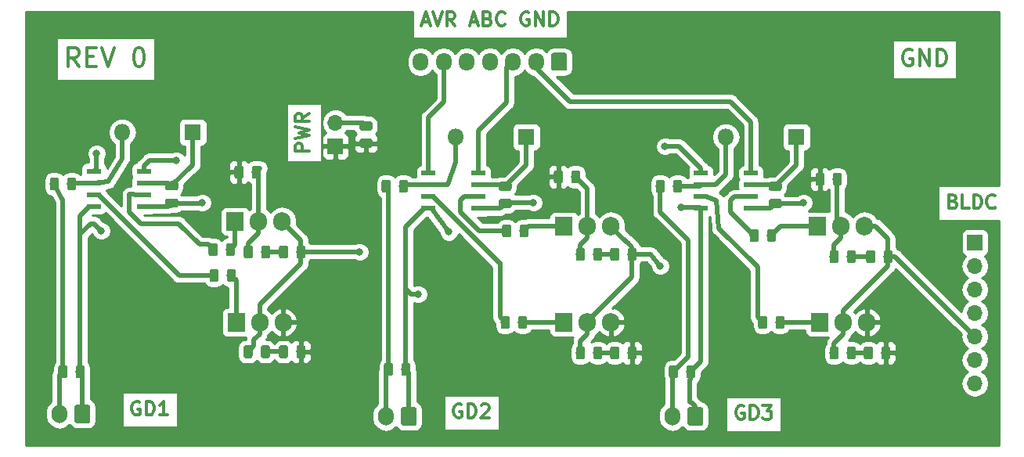
<source format=gbr>
G04 #@! TF.GenerationSoftware,KiCad,Pcbnew,(5.0.1)-4*
G04 #@! TF.CreationDate,2019-06-14T11:46:12-07:00*
G04 #@! TF.ProjectId,ESC_rev1,4553435F726576312E6B696361645F70,rev?*
G04 #@! TF.SameCoordinates,Original*
G04 #@! TF.FileFunction,Copper,L1,Top,Signal*
G04 #@! TF.FilePolarity,Positive*
%FSLAX46Y46*%
G04 Gerber Fmt 4.6, Leading zero omitted, Abs format (unit mm)*
G04 Created by KiCad (PCBNEW (5.0.1)-4) date 6/14/2019 11:46:12 AM*
%MOMM*%
%LPD*%
G01*
G04 APERTURE LIST*
G04 #@! TA.AperFunction,NonConductor*
%ADD10C,0.300000*%
G04 #@! TD*
G04 #@! TA.AperFunction,Conductor*
%ADD11C,0.100000*%
G04 #@! TD*
G04 #@! TA.AperFunction,SMDPad,CuDef*
%ADD12C,0.975000*%
G04 #@! TD*
G04 #@! TA.AperFunction,ComponentPad*
%ADD13R,1.800000X1.800000*%
G04 #@! TD*
G04 #@! TA.AperFunction,ComponentPad*
%ADD14O,1.800000X1.800000*%
G04 #@! TD*
G04 #@! TA.AperFunction,ComponentPad*
%ADD15R,1.700000X1.700000*%
G04 #@! TD*
G04 #@! TA.AperFunction,ComponentPad*
%ADD16O,1.700000X1.700000*%
G04 #@! TD*
G04 #@! TA.AperFunction,ComponentPad*
%ADD17R,1.905000X2.000000*%
G04 #@! TD*
G04 #@! TA.AperFunction,ComponentPad*
%ADD18O,1.905000X2.000000*%
G04 #@! TD*
G04 #@! TA.AperFunction,SMDPad,CuDef*
%ADD19R,1.550000X0.600000*%
G04 #@! TD*
G04 #@! TA.AperFunction,ComponentPad*
%ADD20C,1.700000*%
G04 #@! TD*
G04 #@! TA.AperFunction,ComponentPad*
%ADD21O,1.700000X2.000000*%
G04 #@! TD*
G04 #@! TA.AperFunction,ComponentPad*
%ADD22O,1.700000X1.950000*%
G04 #@! TD*
G04 #@! TA.AperFunction,ViaPad*
%ADD23C,0.800000*%
G04 #@! TD*
G04 #@! TA.AperFunction,Conductor*
%ADD24C,0.508000*%
G04 #@! TD*
G04 #@! TA.AperFunction,Conductor*
%ADD25C,0.254000*%
G04 #@! TD*
G04 APERTURE END LIST*
D10*
X100475142Y-56138838D02*
X99797809Y-55171219D01*
X99314000Y-56138838D02*
X99314000Y-54106838D01*
X100088095Y-54106838D01*
X100281619Y-54203600D01*
X100378380Y-54300361D01*
X100475142Y-54493885D01*
X100475142Y-54784171D01*
X100378380Y-54977695D01*
X100281619Y-55074457D01*
X100088095Y-55171219D01*
X99314000Y-55171219D01*
X101346000Y-55074457D02*
X102023333Y-55074457D01*
X102313619Y-56138838D02*
X101346000Y-56138838D01*
X101346000Y-54106838D01*
X102313619Y-54106838D01*
X102894190Y-54106838D02*
X103571523Y-56138838D01*
X104248857Y-54106838D01*
X106861428Y-54106838D02*
X107054952Y-54106838D01*
X107248476Y-54203600D01*
X107345238Y-54300361D01*
X107442000Y-54493885D01*
X107538761Y-54880933D01*
X107538761Y-55364742D01*
X107442000Y-55751790D01*
X107345238Y-55945314D01*
X107248476Y-56042076D01*
X107054952Y-56138838D01*
X106861428Y-56138838D01*
X106667904Y-56042076D01*
X106571142Y-55945314D01*
X106474380Y-55751790D01*
X106377619Y-55364742D01*
X106377619Y-54880933D01*
X106474380Y-54493885D01*
X106571142Y-54300361D01*
X106667904Y-54203600D01*
X106861428Y-54106838D01*
X190567733Y-54330600D02*
X190398400Y-54245933D01*
X190144400Y-54245933D01*
X189890400Y-54330600D01*
X189721066Y-54499933D01*
X189636400Y-54669266D01*
X189551733Y-55007933D01*
X189551733Y-55261933D01*
X189636400Y-55600600D01*
X189721066Y-55769933D01*
X189890400Y-55939266D01*
X190144400Y-56023933D01*
X190313733Y-56023933D01*
X190567733Y-55939266D01*
X190652400Y-55854600D01*
X190652400Y-55261933D01*
X190313733Y-55261933D01*
X191414400Y-56023933D02*
X191414400Y-54245933D01*
X192430400Y-56023933D01*
X192430400Y-54245933D01*
X193277066Y-56023933D02*
X193277066Y-54245933D01*
X193700400Y-54245933D01*
X193954400Y-54330600D01*
X194123733Y-54499933D01*
X194208400Y-54669266D01*
X194293066Y-55007933D01*
X194293066Y-55261933D01*
X194208400Y-55600600D01*
X194123733Y-55769933D01*
X193954400Y-55939266D01*
X193700400Y-56023933D01*
X193277066Y-56023933D01*
X125341771Y-65296800D02*
X123841771Y-65296800D01*
X123841771Y-64725371D01*
X123913200Y-64582514D01*
X123984628Y-64511085D01*
X124127485Y-64439657D01*
X124341771Y-64439657D01*
X124484628Y-64511085D01*
X124556057Y-64582514D01*
X124627485Y-64725371D01*
X124627485Y-65296800D01*
X123841771Y-63939657D02*
X125341771Y-63582514D01*
X124270342Y-63296800D01*
X125341771Y-63011085D01*
X123841771Y-62653942D01*
X125341771Y-61225371D02*
X124627485Y-61725371D01*
X125341771Y-62082514D02*
X123841771Y-62082514D01*
X123841771Y-61511085D01*
X123913200Y-61368228D01*
X123984628Y-61296800D01*
X124127485Y-61225371D01*
X124341771Y-61225371D01*
X124484628Y-61296800D01*
X124556057Y-61368228D01*
X124627485Y-61511085D01*
X124627485Y-62082514D01*
X172359771Y-92874400D02*
X172216914Y-92802971D01*
X172002628Y-92802971D01*
X171788342Y-92874400D01*
X171645485Y-93017257D01*
X171574057Y-93160114D01*
X171502628Y-93445828D01*
X171502628Y-93660114D01*
X171574057Y-93945828D01*
X171645485Y-94088685D01*
X171788342Y-94231542D01*
X172002628Y-94302971D01*
X172145485Y-94302971D01*
X172359771Y-94231542D01*
X172431200Y-94160114D01*
X172431200Y-93660114D01*
X172145485Y-93660114D01*
X173074057Y-94302971D02*
X173074057Y-92802971D01*
X173431200Y-92802971D01*
X173645485Y-92874400D01*
X173788342Y-93017257D01*
X173859771Y-93160114D01*
X173931200Y-93445828D01*
X173931200Y-93660114D01*
X173859771Y-93945828D01*
X173788342Y-94088685D01*
X173645485Y-94231542D01*
X173431200Y-94302971D01*
X173074057Y-94302971D01*
X174431200Y-92802971D02*
X175359771Y-92802971D01*
X174859771Y-93374400D01*
X175074057Y-93374400D01*
X175216914Y-93445828D01*
X175288342Y-93517257D01*
X175359771Y-93660114D01*
X175359771Y-94017257D01*
X175288342Y-94160114D01*
X175216914Y-94231542D01*
X175074057Y-94302971D01*
X174645485Y-94302971D01*
X174502628Y-94231542D01*
X174431200Y-94160114D01*
X141828971Y-92722000D02*
X141686114Y-92650571D01*
X141471828Y-92650571D01*
X141257542Y-92722000D01*
X141114685Y-92864857D01*
X141043257Y-93007714D01*
X140971828Y-93293428D01*
X140971828Y-93507714D01*
X141043257Y-93793428D01*
X141114685Y-93936285D01*
X141257542Y-94079142D01*
X141471828Y-94150571D01*
X141614685Y-94150571D01*
X141828971Y-94079142D01*
X141900400Y-94007714D01*
X141900400Y-93507714D01*
X141614685Y-93507714D01*
X142543257Y-94150571D02*
X142543257Y-92650571D01*
X142900400Y-92650571D01*
X143114685Y-92722000D01*
X143257542Y-92864857D01*
X143328971Y-93007714D01*
X143400400Y-93293428D01*
X143400400Y-93507714D01*
X143328971Y-93793428D01*
X143257542Y-93936285D01*
X143114685Y-94079142D01*
X142900400Y-94150571D01*
X142543257Y-94150571D01*
X143971828Y-92793428D02*
X144043257Y-92722000D01*
X144186114Y-92650571D01*
X144543257Y-92650571D01*
X144686114Y-92722000D01*
X144757542Y-92793428D01*
X144828971Y-92936285D01*
X144828971Y-93079142D01*
X144757542Y-93293428D01*
X143900400Y-94150571D01*
X144828971Y-94150571D01*
X107030971Y-92417200D02*
X106888114Y-92345771D01*
X106673828Y-92345771D01*
X106459542Y-92417200D01*
X106316685Y-92560057D01*
X106245257Y-92702914D01*
X106173828Y-92988628D01*
X106173828Y-93202914D01*
X106245257Y-93488628D01*
X106316685Y-93631485D01*
X106459542Y-93774342D01*
X106673828Y-93845771D01*
X106816685Y-93845771D01*
X107030971Y-93774342D01*
X107102400Y-93702914D01*
X107102400Y-93202914D01*
X106816685Y-93202914D01*
X107745257Y-93845771D02*
X107745257Y-92345771D01*
X108102400Y-92345771D01*
X108316685Y-92417200D01*
X108459542Y-92560057D01*
X108530971Y-92702914D01*
X108602400Y-92988628D01*
X108602400Y-93202914D01*
X108530971Y-93488628D01*
X108459542Y-93631485D01*
X108316685Y-93774342D01*
X108102400Y-93845771D01*
X107745257Y-93845771D01*
X110030971Y-93845771D02*
X109173828Y-93845771D01*
X109602400Y-93845771D02*
X109602400Y-92345771D01*
X109459542Y-92560057D01*
X109316685Y-92702914D01*
X109173828Y-92774342D01*
X195002400Y-70708057D02*
X195216685Y-70779485D01*
X195288114Y-70850914D01*
X195359542Y-70993771D01*
X195359542Y-71208057D01*
X195288114Y-71350914D01*
X195216685Y-71422342D01*
X195073828Y-71493771D01*
X194502400Y-71493771D01*
X194502400Y-69993771D01*
X195002400Y-69993771D01*
X195145257Y-70065200D01*
X195216685Y-70136628D01*
X195288114Y-70279485D01*
X195288114Y-70422342D01*
X195216685Y-70565200D01*
X195145257Y-70636628D01*
X195002400Y-70708057D01*
X194502400Y-70708057D01*
X196716685Y-71493771D02*
X196002400Y-71493771D01*
X196002400Y-69993771D01*
X197216685Y-71493771D02*
X197216685Y-69993771D01*
X197573828Y-69993771D01*
X197788114Y-70065200D01*
X197930971Y-70208057D01*
X198002400Y-70350914D01*
X198073828Y-70636628D01*
X198073828Y-70850914D01*
X198002400Y-71136628D01*
X197930971Y-71279485D01*
X197788114Y-71422342D01*
X197573828Y-71493771D01*
X197216685Y-71493771D01*
X199573828Y-71350914D02*
X199502400Y-71422342D01*
X199288114Y-71493771D01*
X199145257Y-71493771D01*
X198930971Y-71422342D01*
X198788114Y-71279485D01*
X198716685Y-71136628D01*
X198645257Y-70850914D01*
X198645257Y-70636628D01*
X198716685Y-70350914D01*
X198788114Y-70208057D01*
X198930971Y-70065200D01*
X199145257Y-69993771D01*
X199288114Y-69993771D01*
X199502400Y-70065200D01*
X199573828Y-70136628D01*
X137610971Y-51304000D02*
X138325257Y-51304000D01*
X137468114Y-51732571D02*
X137968114Y-50232571D01*
X138468114Y-51732571D01*
X138753828Y-50232571D02*
X139253828Y-51732571D01*
X139753828Y-50232571D01*
X141110971Y-51732571D02*
X140610971Y-51018285D01*
X140253828Y-51732571D02*
X140253828Y-50232571D01*
X140825257Y-50232571D01*
X140968114Y-50304000D01*
X141039542Y-50375428D01*
X141110971Y-50518285D01*
X141110971Y-50732571D01*
X141039542Y-50875428D01*
X140968114Y-50946857D01*
X140825257Y-51018285D01*
X140253828Y-51018285D01*
X142825257Y-51304000D02*
X143539542Y-51304000D01*
X142682400Y-51732571D02*
X143182400Y-50232571D01*
X143682400Y-51732571D01*
X144682400Y-50946857D02*
X144896685Y-51018285D01*
X144968114Y-51089714D01*
X145039542Y-51232571D01*
X145039542Y-51446857D01*
X144968114Y-51589714D01*
X144896685Y-51661142D01*
X144753828Y-51732571D01*
X144182400Y-51732571D01*
X144182400Y-50232571D01*
X144682400Y-50232571D01*
X144825257Y-50304000D01*
X144896685Y-50375428D01*
X144968114Y-50518285D01*
X144968114Y-50661142D01*
X144896685Y-50804000D01*
X144825257Y-50875428D01*
X144682400Y-50946857D01*
X144182400Y-50946857D01*
X146539542Y-51589714D02*
X146468114Y-51661142D01*
X146253828Y-51732571D01*
X146110971Y-51732571D01*
X145896685Y-51661142D01*
X145753828Y-51518285D01*
X145682400Y-51375428D01*
X145610971Y-51089714D01*
X145610971Y-50875428D01*
X145682400Y-50589714D01*
X145753828Y-50446857D01*
X145896685Y-50304000D01*
X146110971Y-50232571D01*
X146253828Y-50232571D01*
X146468114Y-50304000D01*
X146539542Y-50375428D01*
X149110971Y-50304000D02*
X148968114Y-50232571D01*
X148753828Y-50232571D01*
X148539542Y-50304000D01*
X148396685Y-50446857D01*
X148325257Y-50589714D01*
X148253828Y-50875428D01*
X148253828Y-51089714D01*
X148325257Y-51375428D01*
X148396685Y-51518285D01*
X148539542Y-51661142D01*
X148753828Y-51732571D01*
X148896685Y-51732571D01*
X149110971Y-51661142D01*
X149182400Y-51589714D01*
X149182400Y-51089714D01*
X148896685Y-51089714D01*
X149825257Y-51732571D02*
X149825257Y-50232571D01*
X150682400Y-51732571D01*
X150682400Y-50232571D01*
X151396685Y-51732571D02*
X151396685Y-50232571D01*
X151753828Y-50232571D01*
X151968114Y-50304000D01*
X152110971Y-50446857D01*
X152182400Y-50589714D01*
X152253828Y-50875428D01*
X152253828Y-51089714D01*
X152182400Y-51375428D01*
X152110971Y-51518285D01*
X151968114Y-51661142D01*
X151753828Y-51732571D01*
X151396685Y-51732571D01*
D11*
G04 #@! TO.N,GND*
G04 #@! TO.C,C1*
G36*
X131982901Y-63950963D02*
X132006562Y-63954473D01*
X132029766Y-63960285D01*
X132052288Y-63968343D01*
X132073912Y-63978571D01*
X132094429Y-63990868D01*
X132113642Y-64005118D01*
X132131366Y-64021182D01*
X132147430Y-64038906D01*
X132161680Y-64058119D01*
X132173977Y-64078636D01*
X132184205Y-64100260D01*
X132192263Y-64122782D01*
X132198075Y-64145986D01*
X132201585Y-64169647D01*
X132202759Y-64193539D01*
X132202759Y-64681039D01*
X132201585Y-64704931D01*
X132198075Y-64728592D01*
X132192263Y-64751796D01*
X132184205Y-64774318D01*
X132173977Y-64795942D01*
X132161680Y-64816459D01*
X132147430Y-64835672D01*
X132131366Y-64853396D01*
X132113642Y-64869460D01*
X132094429Y-64883710D01*
X132073912Y-64896007D01*
X132052288Y-64906235D01*
X132029766Y-64914293D01*
X132006562Y-64920105D01*
X131982901Y-64923615D01*
X131959009Y-64924789D01*
X131046509Y-64924789D01*
X131022617Y-64923615D01*
X130998956Y-64920105D01*
X130975752Y-64914293D01*
X130953230Y-64906235D01*
X130931606Y-64896007D01*
X130911089Y-64883710D01*
X130891876Y-64869460D01*
X130874152Y-64853396D01*
X130858088Y-64835672D01*
X130843838Y-64816459D01*
X130831541Y-64795942D01*
X130821313Y-64774318D01*
X130813255Y-64751796D01*
X130807443Y-64728592D01*
X130803933Y-64704931D01*
X130802759Y-64681039D01*
X130802759Y-64193539D01*
X130803933Y-64169647D01*
X130807443Y-64145986D01*
X130813255Y-64122782D01*
X130821313Y-64100260D01*
X130831541Y-64078636D01*
X130843838Y-64058119D01*
X130858088Y-64038906D01*
X130874152Y-64021182D01*
X130891876Y-64005118D01*
X130911089Y-63990868D01*
X130931606Y-63978571D01*
X130953230Y-63968343D01*
X130975752Y-63960285D01*
X130998956Y-63954473D01*
X131022617Y-63950963D01*
X131046509Y-63949789D01*
X131959009Y-63949789D01*
X131982901Y-63950963D01*
X131982901Y-63950963D01*
G37*
D12*
G04 #@! TD*
G04 #@! TO.P,C1,2*
G04 #@! TO.N,GND*
X131502759Y-64437289D03*
D11*
G04 #@! TO.N,Vcc*
G04 #@! TO.C,C1*
G36*
X131982901Y-62075963D02*
X132006562Y-62079473D01*
X132029766Y-62085285D01*
X132052288Y-62093343D01*
X132073912Y-62103571D01*
X132094429Y-62115868D01*
X132113642Y-62130118D01*
X132131366Y-62146182D01*
X132147430Y-62163906D01*
X132161680Y-62183119D01*
X132173977Y-62203636D01*
X132184205Y-62225260D01*
X132192263Y-62247782D01*
X132198075Y-62270986D01*
X132201585Y-62294647D01*
X132202759Y-62318539D01*
X132202759Y-62806039D01*
X132201585Y-62829931D01*
X132198075Y-62853592D01*
X132192263Y-62876796D01*
X132184205Y-62899318D01*
X132173977Y-62920942D01*
X132161680Y-62941459D01*
X132147430Y-62960672D01*
X132131366Y-62978396D01*
X132113642Y-62994460D01*
X132094429Y-63008710D01*
X132073912Y-63021007D01*
X132052288Y-63031235D01*
X132029766Y-63039293D01*
X132006562Y-63045105D01*
X131982901Y-63048615D01*
X131959009Y-63049789D01*
X131046509Y-63049789D01*
X131022617Y-63048615D01*
X130998956Y-63045105D01*
X130975752Y-63039293D01*
X130953230Y-63031235D01*
X130931606Y-63021007D01*
X130911089Y-63008710D01*
X130891876Y-62994460D01*
X130874152Y-62978396D01*
X130858088Y-62960672D01*
X130843838Y-62941459D01*
X130831541Y-62920942D01*
X130821313Y-62899318D01*
X130813255Y-62876796D01*
X130807443Y-62853592D01*
X130803933Y-62829931D01*
X130802759Y-62806039D01*
X130802759Y-62318539D01*
X130803933Y-62294647D01*
X130807443Y-62270986D01*
X130813255Y-62247782D01*
X130821313Y-62225260D01*
X130831541Y-62203636D01*
X130843838Y-62183119D01*
X130858088Y-62163906D01*
X130874152Y-62146182D01*
X130891876Y-62130118D01*
X130911089Y-62115868D01*
X130931606Y-62103571D01*
X130953230Y-62093343D01*
X130975752Y-62085285D01*
X130998956Y-62079473D01*
X131022617Y-62075963D01*
X131046509Y-62074789D01*
X131959009Y-62074789D01*
X131982901Y-62075963D01*
X131982901Y-62075963D01*
G37*
D12*
G04 #@! TD*
G04 #@! TO.P,C1,1*
G04 #@! TO.N,Vcc*
X131502759Y-62562289D03*
D11*
G04 #@! TO.N,Net-(C2-Pad2)*
G04 #@! TO.C,C2*
G36*
X110976456Y-68558105D02*
X111000117Y-68561615D01*
X111023321Y-68567427D01*
X111045843Y-68575485D01*
X111067467Y-68585713D01*
X111087984Y-68598010D01*
X111107197Y-68612260D01*
X111124921Y-68628324D01*
X111140985Y-68646048D01*
X111155235Y-68665261D01*
X111167532Y-68685778D01*
X111177760Y-68707402D01*
X111185818Y-68729924D01*
X111191630Y-68753128D01*
X111195140Y-68776789D01*
X111196314Y-68800681D01*
X111196314Y-69288181D01*
X111195140Y-69312073D01*
X111191630Y-69335734D01*
X111185818Y-69358938D01*
X111177760Y-69381460D01*
X111167532Y-69403084D01*
X111155235Y-69423601D01*
X111140985Y-69442814D01*
X111124921Y-69460538D01*
X111107197Y-69476602D01*
X111087984Y-69490852D01*
X111067467Y-69503149D01*
X111045843Y-69513377D01*
X111023321Y-69521435D01*
X111000117Y-69527247D01*
X110976456Y-69530757D01*
X110952564Y-69531931D01*
X110040064Y-69531931D01*
X110016172Y-69530757D01*
X109992511Y-69527247D01*
X109969307Y-69521435D01*
X109946785Y-69513377D01*
X109925161Y-69503149D01*
X109904644Y-69490852D01*
X109885431Y-69476602D01*
X109867707Y-69460538D01*
X109851643Y-69442814D01*
X109837393Y-69423601D01*
X109825096Y-69403084D01*
X109814868Y-69381460D01*
X109806810Y-69358938D01*
X109800998Y-69335734D01*
X109797488Y-69312073D01*
X109796314Y-69288181D01*
X109796314Y-68800681D01*
X109797488Y-68776789D01*
X109800998Y-68753128D01*
X109806810Y-68729924D01*
X109814868Y-68707402D01*
X109825096Y-68685778D01*
X109837393Y-68665261D01*
X109851643Y-68646048D01*
X109867707Y-68628324D01*
X109885431Y-68612260D01*
X109904644Y-68598010D01*
X109925161Y-68585713D01*
X109946785Y-68575485D01*
X109969307Y-68567427D01*
X109992511Y-68561615D01*
X110016172Y-68558105D01*
X110040064Y-68556931D01*
X110952564Y-68556931D01*
X110976456Y-68558105D01*
X110976456Y-68558105D01*
G37*
D12*
G04 #@! TD*
G04 #@! TO.P,C2,2*
G04 #@! TO.N,Net-(C2-Pad2)*
X110496314Y-69044431D03*
D11*
G04 #@! TO.N,Net-(C2-Pad1)*
G04 #@! TO.C,C2*
G36*
X110976456Y-70433105D02*
X111000117Y-70436615D01*
X111023321Y-70442427D01*
X111045843Y-70450485D01*
X111067467Y-70460713D01*
X111087984Y-70473010D01*
X111107197Y-70487260D01*
X111124921Y-70503324D01*
X111140985Y-70521048D01*
X111155235Y-70540261D01*
X111167532Y-70560778D01*
X111177760Y-70582402D01*
X111185818Y-70604924D01*
X111191630Y-70628128D01*
X111195140Y-70651789D01*
X111196314Y-70675681D01*
X111196314Y-71163181D01*
X111195140Y-71187073D01*
X111191630Y-71210734D01*
X111185818Y-71233938D01*
X111177760Y-71256460D01*
X111167532Y-71278084D01*
X111155235Y-71298601D01*
X111140985Y-71317814D01*
X111124921Y-71335538D01*
X111107197Y-71351602D01*
X111087984Y-71365852D01*
X111067467Y-71378149D01*
X111045843Y-71388377D01*
X111023321Y-71396435D01*
X111000117Y-71402247D01*
X110976456Y-71405757D01*
X110952564Y-71406931D01*
X110040064Y-71406931D01*
X110016172Y-71405757D01*
X109992511Y-71402247D01*
X109969307Y-71396435D01*
X109946785Y-71388377D01*
X109925161Y-71378149D01*
X109904644Y-71365852D01*
X109885431Y-71351602D01*
X109867707Y-71335538D01*
X109851643Y-71317814D01*
X109837393Y-71298601D01*
X109825096Y-71278084D01*
X109814868Y-71256460D01*
X109806810Y-71233938D01*
X109800998Y-71210734D01*
X109797488Y-71187073D01*
X109796314Y-71163181D01*
X109796314Y-70675681D01*
X109797488Y-70651789D01*
X109800998Y-70628128D01*
X109806810Y-70604924D01*
X109814868Y-70582402D01*
X109825096Y-70560778D01*
X109837393Y-70540261D01*
X109851643Y-70521048D01*
X109867707Y-70503324D01*
X109885431Y-70487260D01*
X109904644Y-70473010D01*
X109925161Y-70460713D01*
X109946785Y-70450485D01*
X109969307Y-70442427D01*
X109992511Y-70436615D01*
X110016172Y-70433105D01*
X110040064Y-70431931D01*
X110952564Y-70431931D01*
X110976456Y-70433105D01*
X110976456Y-70433105D01*
G37*
D12*
G04 #@! TD*
G04 #@! TO.P,C2,1*
G04 #@! TO.N,Net-(C2-Pad1)*
X110496314Y-70919431D03*
D11*
G04 #@! TO.N,Vcc*
G04 #@! TO.C,C3*
G36*
X119901642Y-66865174D02*
X119925303Y-66868684D01*
X119948507Y-66874496D01*
X119971029Y-66882554D01*
X119992653Y-66892782D01*
X120013170Y-66905079D01*
X120032383Y-66919329D01*
X120050107Y-66935393D01*
X120066171Y-66953117D01*
X120080421Y-66972330D01*
X120092718Y-66992847D01*
X120102946Y-67014471D01*
X120111004Y-67036993D01*
X120116816Y-67060197D01*
X120120326Y-67083858D01*
X120121500Y-67107750D01*
X120121500Y-68020250D01*
X120120326Y-68044142D01*
X120116816Y-68067803D01*
X120111004Y-68091007D01*
X120102946Y-68113529D01*
X120092718Y-68135153D01*
X120080421Y-68155670D01*
X120066171Y-68174883D01*
X120050107Y-68192607D01*
X120032383Y-68208671D01*
X120013170Y-68222921D01*
X119992653Y-68235218D01*
X119971029Y-68245446D01*
X119948507Y-68253504D01*
X119925303Y-68259316D01*
X119901642Y-68262826D01*
X119877750Y-68264000D01*
X119390250Y-68264000D01*
X119366358Y-68262826D01*
X119342697Y-68259316D01*
X119319493Y-68253504D01*
X119296971Y-68245446D01*
X119275347Y-68235218D01*
X119254830Y-68222921D01*
X119235617Y-68208671D01*
X119217893Y-68192607D01*
X119201829Y-68174883D01*
X119187579Y-68155670D01*
X119175282Y-68135153D01*
X119165054Y-68113529D01*
X119156996Y-68091007D01*
X119151184Y-68067803D01*
X119147674Y-68044142D01*
X119146500Y-68020250D01*
X119146500Y-67107750D01*
X119147674Y-67083858D01*
X119151184Y-67060197D01*
X119156996Y-67036993D01*
X119165054Y-67014471D01*
X119175282Y-66992847D01*
X119187579Y-66972330D01*
X119201829Y-66953117D01*
X119217893Y-66935393D01*
X119235617Y-66919329D01*
X119254830Y-66905079D01*
X119275347Y-66892782D01*
X119296971Y-66882554D01*
X119319493Y-66874496D01*
X119342697Y-66868684D01*
X119366358Y-66865174D01*
X119390250Y-66864000D01*
X119877750Y-66864000D01*
X119901642Y-66865174D01*
X119901642Y-66865174D01*
G37*
D12*
G04 #@! TD*
G04 #@! TO.P,C3,2*
G04 #@! TO.N,Vcc*
X119634000Y-67564000D03*
D11*
G04 #@! TO.N,GND*
G04 #@! TO.C,C3*
G36*
X118026642Y-66865174D02*
X118050303Y-66868684D01*
X118073507Y-66874496D01*
X118096029Y-66882554D01*
X118117653Y-66892782D01*
X118138170Y-66905079D01*
X118157383Y-66919329D01*
X118175107Y-66935393D01*
X118191171Y-66953117D01*
X118205421Y-66972330D01*
X118217718Y-66992847D01*
X118227946Y-67014471D01*
X118236004Y-67036993D01*
X118241816Y-67060197D01*
X118245326Y-67083858D01*
X118246500Y-67107750D01*
X118246500Y-68020250D01*
X118245326Y-68044142D01*
X118241816Y-68067803D01*
X118236004Y-68091007D01*
X118227946Y-68113529D01*
X118217718Y-68135153D01*
X118205421Y-68155670D01*
X118191171Y-68174883D01*
X118175107Y-68192607D01*
X118157383Y-68208671D01*
X118138170Y-68222921D01*
X118117653Y-68235218D01*
X118096029Y-68245446D01*
X118073507Y-68253504D01*
X118050303Y-68259316D01*
X118026642Y-68262826D01*
X118002750Y-68264000D01*
X117515250Y-68264000D01*
X117491358Y-68262826D01*
X117467697Y-68259316D01*
X117444493Y-68253504D01*
X117421971Y-68245446D01*
X117400347Y-68235218D01*
X117379830Y-68222921D01*
X117360617Y-68208671D01*
X117342893Y-68192607D01*
X117326829Y-68174883D01*
X117312579Y-68155670D01*
X117300282Y-68135153D01*
X117290054Y-68113529D01*
X117281996Y-68091007D01*
X117276184Y-68067803D01*
X117272674Y-68044142D01*
X117271500Y-68020250D01*
X117271500Y-67107750D01*
X117272674Y-67083858D01*
X117276184Y-67060197D01*
X117281996Y-67036993D01*
X117290054Y-67014471D01*
X117300282Y-66992847D01*
X117312579Y-66972330D01*
X117326829Y-66953117D01*
X117342893Y-66935393D01*
X117360617Y-66919329D01*
X117379830Y-66905079D01*
X117400347Y-66892782D01*
X117421971Y-66882554D01*
X117444493Y-66874496D01*
X117467697Y-66868684D01*
X117491358Y-66865174D01*
X117515250Y-66864000D01*
X118002750Y-66864000D01*
X118026642Y-66865174D01*
X118026642Y-66865174D01*
G37*
D12*
G04 #@! TD*
G04 #@! TO.P,C3,1*
G04 #@! TO.N,GND*
X117759000Y-67564000D03*
D11*
G04 #@! TO.N,Vcc*
G04 #@! TO.C,C4*
G36*
X119042642Y-75501174D02*
X119066303Y-75504684D01*
X119089507Y-75510496D01*
X119112029Y-75518554D01*
X119133653Y-75528782D01*
X119154170Y-75541079D01*
X119173383Y-75555329D01*
X119191107Y-75571393D01*
X119207171Y-75589117D01*
X119221421Y-75608330D01*
X119233718Y-75628847D01*
X119243946Y-75650471D01*
X119252004Y-75672993D01*
X119257816Y-75696197D01*
X119261326Y-75719858D01*
X119262500Y-75743750D01*
X119262500Y-76656250D01*
X119261326Y-76680142D01*
X119257816Y-76703803D01*
X119252004Y-76727007D01*
X119243946Y-76749529D01*
X119233718Y-76771153D01*
X119221421Y-76791670D01*
X119207171Y-76810883D01*
X119191107Y-76828607D01*
X119173383Y-76844671D01*
X119154170Y-76858921D01*
X119133653Y-76871218D01*
X119112029Y-76881446D01*
X119089507Y-76889504D01*
X119066303Y-76895316D01*
X119042642Y-76898826D01*
X119018750Y-76900000D01*
X118531250Y-76900000D01*
X118507358Y-76898826D01*
X118483697Y-76895316D01*
X118460493Y-76889504D01*
X118437971Y-76881446D01*
X118416347Y-76871218D01*
X118395830Y-76858921D01*
X118376617Y-76844671D01*
X118358893Y-76828607D01*
X118342829Y-76810883D01*
X118328579Y-76791670D01*
X118316282Y-76771153D01*
X118306054Y-76749529D01*
X118297996Y-76727007D01*
X118292184Y-76703803D01*
X118288674Y-76680142D01*
X118287500Y-76656250D01*
X118287500Y-75743750D01*
X118288674Y-75719858D01*
X118292184Y-75696197D01*
X118297996Y-75672993D01*
X118306054Y-75650471D01*
X118316282Y-75628847D01*
X118328579Y-75608330D01*
X118342829Y-75589117D01*
X118358893Y-75571393D01*
X118376617Y-75555329D01*
X118395830Y-75541079D01*
X118416347Y-75528782D01*
X118437971Y-75518554D01*
X118460493Y-75510496D01*
X118483697Y-75504684D01*
X118507358Y-75501174D01*
X118531250Y-75500000D01*
X119018750Y-75500000D01*
X119042642Y-75501174D01*
X119042642Y-75501174D01*
G37*
D12*
G04 #@! TD*
G04 #@! TO.P,C4,2*
G04 #@! TO.N,Vcc*
X118775000Y-76200000D03*
D11*
G04 #@! TO.N,Net-(C4-Pad1)*
G04 #@! TO.C,C4*
G36*
X120917642Y-75501174D02*
X120941303Y-75504684D01*
X120964507Y-75510496D01*
X120987029Y-75518554D01*
X121008653Y-75528782D01*
X121029170Y-75541079D01*
X121048383Y-75555329D01*
X121066107Y-75571393D01*
X121082171Y-75589117D01*
X121096421Y-75608330D01*
X121108718Y-75628847D01*
X121118946Y-75650471D01*
X121127004Y-75672993D01*
X121132816Y-75696197D01*
X121136326Y-75719858D01*
X121137500Y-75743750D01*
X121137500Y-76656250D01*
X121136326Y-76680142D01*
X121132816Y-76703803D01*
X121127004Y-76727007D01*
X121118946Y-76749529D01*
X121108718Y-76771153D01*
X121096421Y-76791670D01*
X121082171Y-76810883D01*
X121066107Y-76828607D01*
X121048383Y-76844671D01*
X121029170Y-76858921D01*
X121008653Y-76871218D01*
X120987029Y-76881446D01*
X120964507Y-76889504D01*
X120941303Y-76895316D01*
X120917642Y-76898826D01*
X120893750Y-76900000D01*
X120406250Y-76900000D01*
X120382358Y-76898826D01*
X120358697Y-76895316D01*
X120335493Y-76889504D01*
X120312971Y-76881446D01*
X120291347Y-76871218D01*
X120270830Y-76858921D01*
X120251617Y-76844671D01*
X120233893Y-76828607D01*
X120217829Y-76810883D01*
X120203579Y-76791670D01*
X120191282Y-76771153D01*
X120181054Y-76749529D01*
X120172996Y-76727007D01*
X120167184Y-76703803D01*
X120163674Y-76680142D01*
X120162500Y-76656250D01*
X120162500Y-75743750D01*
X120163674Y-75719858D01*
X120167184Y-75696197D01*
X120172996Y-75672993D01*
X120181054Y-75650471D01*
X120191282Y-75628847D01*
X120203579Y-75608330D01*
X120217829Y-75589117D01*
X120233893Y-75571393D01*
X120251617Y-75555329D01*
X120270830Y-75541079D01*
X120291347Y-75528782D01*
X120312971Y-75518554D01*
X120335493Y-75510496D01*
X120358697Y-75504684D01*
X120382358Y-75501174D01*
X120406250Y-75500000D01*
X120893750Y-75500000D01*
X120917642Y-75501174D01*
X120917642Y-75501174D01*
G37*
D12*
G04 #@! TD*
G04 #@! TO.P,C4,1*
G04 #@! TO.N,Net-(C4-Pad1)*
X120650000Y-76200000D03*
D11*
G04 #@! TO.N,Net-(C2-Pad1)*
G04 #@! TO.C,C5*
G36*
X119012642Y-86296174D02*
X119036303Y-86299684D01*
X119059507Y-86305496D01*
X119082029Y-86313554D01*
X119103653Y-86323782D01*
X119124170Y-86336079D01*
X119143383Y-86350329D01*
X119161107Y-86366393D01*
X119177171Y-86384117D01*
X119191421Y-86403330D01*
X119203718Y-86423847D01*
X119213946Y-86445471D01*
X119222004Y-86467993D01*
X119227816Y-86491197D01*
X119231326Y-86514858D01*
X119232500Y-86538750D01*
X119232500Y-87451250D01*
X119231326Y-87475142D01*
X119227816Y-87498803D01*
X119222004Y-87522007D01*
X119213946Y-87544529D01*
X119203718Y-87566153D01*
X119191421Y-87586670D01*
X119177171Y-87605883D01*
X119161107Y-87623607D01*
X119143383Y-87639671D01*
X119124170Y-87653921D01*
X119103653Y-87666218D01*
X119082029Y-87676446D01*
X119059507Y-87684504D01*
X119036303Y-87690316D01*
X119012642Y-87693826D01*
X118988750Y-87695000D01*
X118501250Y-87695000D01*
X118477358Y-87693826D01*
X118453697Y-87690316D01*
X118430493Y-87684504D01*
X118407971Y-87676446D01*
X118386347Y-87666218D01*
X118365830Y-87653921D01*
X118346617Y-87639671D01*
X118328893Y-87623607D01*
X118312829Y-87605883D01*
X118298579Y-87586670D01*
X118286282Y-87566153D01*
X118276054Y-87544529D01*
X118267996Y-87522007D01*
X118262184Y-87498803D01*
X118258674Y-87475142D01*
X118257500Y-87451250D01*
X118257500Y-86538750D01*
X118258674Y-86514858D01*
X118262184Y-86491197D01*
X118267996Y-86467993D01*
X118276054Y-86445471D01*
X118286282Y-86423847D01*
X118298579Y-86403330D01*
X118312829Y-86384117D01*
X118328893Y-86366393D01*
X118346617Y-86350329D01*
X118365830Y-86336079D01*
X118386347Y-86323782D01*
X118407971Y-86313554D01*
X118430493Y-86305496D01*
X118453697Y-86299684D01*
X118477358Y-86296174D01*
X118501250Y-86295000D01*
X118988750Y-86295000D01*
X119012642Y-86296174D01*
X119012642Y-86296174D01*
G37*
D12*
G04 #@! TD*
G04 #@! TO.P,C5,2*
G04 #@! TO.N,Net-(C2-Pad1)*
X118745000Y-86995000D03*
D11*
G04 #@! TO.N,Net-(C5-Pad1)*
G04 #@! TO.C,C5*
G36*
X120887642Y-86296174D02*
X120911303Y-86299684D01*
X120934507Y-86305496D01*
X120957029Y-86313554D01*
X120978653Y-86323782D01*
X120999170Y-86336079D01*
X121018383Y-86350329D01*
X121036107Y-86366393D01*
X121052171Y-86384117D01*
X121066421Y-86403330D01*
X121078718Y-86423847D01*
X121088946Y-86445471D01*
X121097004Y-86467993D01*
X121102816Y-86491197D01*
X121106326Y-86514858D01*
X121107500Y-86538750D01*
X121107500Y-87451250D01*
X121106326Y-87475142D01*
X121102816Y-87498803D01*
X121097004Y-87522007D01*
X121088946Y-87544529D01*
X121078718Y-87566153D01*
X121066421Y-87586670D01*
X121052171Y-87605883D01*
X121036107Y-87623607D01*
X121018383Y-87639671D01*
X120999170Y-87653921D01*
X120978653Y-87666218D01*
X120957029Y-87676446D01*
X120934507Y-87684504D01*
X120911303Y-87690316D01*
X120887642Y-87693826D01*
X120863750Y-87695000D01*
X120376250Y-87695000D01*
X120352358Y-87693826D01*
X120328697Y-87690316D01*
X120305493Y-87684504D01*
X120282971Y-87676446D01*
X120261347Y-87666218D01*
X120240830Y-87653921D01*
X120221617Y-87639671D01*
X120203893Y-87623607D01*
X120187829Y-87605883D01*
X120173579Y-87586670D01*
X120161282Y-87566153D01*
X120151054Y-87544529D01*
X120142996Y-87522007D01*
X120137184Y-87498803D01*
X120133674Y-87475142D01*
X120132500Y-87451250D01*
X120132500Y-86538750D01*
X120133674Y-86514858D01*
X120137184Y-86491197D01*
X120142996Y-86467993D01*
X120151054Y-86445471D01*
X120161282Y-86423847D01*
X120173579Y-86403330D01*
X120187829Y-86384117D01*
X120203893Y-86366393D01*
X120221617Y-86350329D01*
X120240830Y-86336079D01*
X120261347Y-86323782D01*
X120282971Y-86313554D01*
X120305493Y-86305496D01*
X120328697Y-86299684D01*
X120352358Y-86296174D01*
X120376250Y-86295000D01*
X120863750Y-86295000D01*
X120887642Y-86296174D01*
X120887642Y-86296174D01*
G37*
D12*
G04 #@! TD*
G04 #@! TO.P,C5,1*
G04 #@! TO.N,Net-(C5-Pad1)*
X120620000Y-86995000D03*
D11*
G04 #@! TO.N,Net-(C6-Pad1)*
G04 #@! TO.C,C6*
G36*
X147038142Y-70476674D02*
X147061803Y-70480184D01*
X147085007Y-70485996D01*
X147107529Y-70494054D01*
X147129153Y-70504282D01*
X147149670Y-70516579D01*
X147168883Y-70530829D01*
X147186607Y-70546893D01*
X147202671Y-70564617D01*
X147216921Y-70583830D01*
X147229218Y-70604347D01*
X147239446Y-70625971D01*
X147247504Y-70648493D01*
X147253316Y-70671697D01*
X147256826Y-70695358D01*
X147258000Y-70719250D01*
X147258000Y-71206750D01*
X147256826Y-71230642D01*
X147253316Y-71254303D01*
X147247504Y-71277507D01*
X147239446Y-71300029D01*
X147229218Y-71321653D01*
X147216921Y-71342170D01*
X147202671Y-71361383D01*
X147186607Y-71379107D01*
X147168883Y-71395171D01*
X147149670Y-71409421D01*
X147129153Y-71421718D01*
X147107529Y-71431946D01*
X147085007Y-71440004D01*
X147061803Y-71445816D01*
X147038142Y-71449326D01*
X147014250Y-71450500D01*
X146101750Y-71450500D01*
X146077858Y-71449326D01*
X146054197Y-71445816D01*
X146030993Y-71440004D01*
X146008471Y-71431946D01*
X145986847Y-71421718D01*
X145966330Y-71409421D01*
X145947117Y-71395171D01*
X145929393Y-71379107D01*
X145913329Y-71361383D01*
X145899079Y-71342170D01*
X145886782Y-71321653D01*
X145876554Y-71300029D01*
X145868496Y-71277507D01*
X145862684Y-71254303D01*
X145859174Y-71230642D01*
X145858000Y-71206750D01*
X145858000Y-70719250D01*
X145859174Y-70695358D01*
X145862684Y-70671697D01*
X145868496Y-70648493D01*
X145876554Y-70625971D01*
X145886782Y-70604347D01*
X145899079Y-70583830D01*
X145913329Y-70564617D01*
X145929393Y-70546893D01*
X145947117Y-70530829D01*
X145966330Y-70516579D01*
X145986847Y-70504282D01*
X146008471Y-70494054D01*
X146030993Y-70485996D01*
X146054197Y-70480184D01*
X146077858Y-70476674D01*
X146101750Y-70475500D01*
X147014250Y-70475500D01*
X147038142Y-70476674D01*
X147038142Y-70476674D01*
G37*
D12*
G04 #@! TD*
G04 #@! TO.P,C6,1*
G04 #@! TO.N,Net-(C6-Pad1)*
X146558000Y-70963000D03*
D11*
G04 #@! TO.N,Net-(C6-Pad2)*
G04 #@! TO.C,C6*
G36*
X147038142Y-68601674D02*
X147061803Y-68605184D01*
X147085007Y-68610996D01*
X147107529Y-68619054D01*
X147129153Y-68629282D01*
X147149670Y-68641579D01*
X147168883Y-68655829D01*
X147186607Y-68671893D01*
X147202671Y-68689617D01*
X147216921Y-68708830D01*
X147229218Y-68729347D01*
X147239446Y-68750971D01*
X147247504Y-68773493D01*
X147253316Y-68796697D01*
X147256826Y-68820358D01*
X147258000Y-68844250D01*
X147258000Y-69331750D01*
X147256826Y-69355642D01*
X147253316Y-69379303D01*
X147247504Y-69402507D01*
X147239446Y-69425029D01*
X147229218Y-69446653D01*
X147216921Y-69467170D01*
X147202671Y-69486383D01*
X147186607Y-69504107D01*
X147168883Y-69520171D01*
X147149670Y-69534421D01*
X147129153Y-69546718D01*
X147107529Y-69556946D01*
X147085007Y-69565004D01*
X147061803Y-69570816D01*
X147038142Y-69574326D01*
X147014250Y-69575500D01*
X146101750Y-69575500D01*
X146077858Y-69574326D01*
X146054197Y-69570816D01*
X146030993Y-69565004D01*
X146008471Y-69556946D01*
X145986847Y-69546718D01*
X145966330Y-69534421D01*
X145947117Y-69520171D01*
X145929393Y-69504107D01*
X145913329Y-69486383D01*
X145899079Y-69467170D01*
X145886782Y-69446653D01*
X145876554Y-69425029D01*
X145868496Y-69402507D01*
X145862684Y-69379303D01*
X145859174Y-69355642D01*
X145858000Y-69331750D01*
X145858000Y-68844250D01*
X145859174Y-68820358D01*
X145862684Y-68796697D01*
X145868496Y-68773493D01*
X145876554Y-68750971D01*
X145886782Y-68729347D01*
X145899079Y-68708830D01*
X145913329Y-68689617D01*
X145929393Y-68671893D01*
X145947117Y-68655829D01*
X145966330Y-68641579D01*
X145986847Y-68629282D01*
X146008471Y-68619054D01*
X146030993Y-68610996D01*
X146054197Y-68605184D01*
X146077858Y-68601674D01*
X146101750Y-68600500D01*
X147014250Y-68600500D01*
X147038142Y-68601674D01*
X147038142Y-68601674D01*
G37*
D12*
G04 #@! TD*
G04 #@! TO.P,C6,2*
G04 #@! TO.N,Net-(C6-Pad2)*
X146558000Y-69088000D03*
D11*
G04 #@! TO.N,Vcc*
G04 #@! TO.C,C7*
G36*
X154445642Y-67373174D02*
X154469303Y-67376684D01*
X154492507Y-67382496D01*
X154515029Y-67390554D01*
X154536653Y-67400782D01*
X154557170Y-67413079D01*
X154576383Y-67427329D01*
X154594107Y-67443393D01*
X154610171Y-67461117D01*
X154624421Y-67480330D01*
X154636718Y-67500847D01*
X154646946Y-67522471D01*
X154655004Y-67544993D01*
X154660816Y-67568197D01*
X154664326Y-67591858D01*
X154665500Y-67615750D01*
X154665500Y-68528250D01*
X154664326Y-68552142D01*
X154660816Y-68575803D01*
X154655004Y-68599007D01*
X154646946Y-68621529D01*
X154636718Y-68643153D01*
X154624421Y-68663670D01*
X154610171Y-68682883D01*
X154594107Y-68700607D01*
X154576383Y-68716671D01*
X154557170Y-68730921D01*
X154536653Y-68743218D01*
X154515029Y-68753446D01*
X154492507Y-68761504D01*
X154469303Y-68767316D01*
X154445642Y-68770826D01*
X154421750Y-68772000D01*
X153934250Y-68772000D01*
X153910358Y-68770826D01*
X153886697Y-68767316D01*
X153863493Y-68761504D01*
X153840971Y-68753446D01*
X153819347Y-68743218D01*
X153798830Y-68730921D01*
X153779617Y-68716671D01*
X153761893Y-68700607D01*
X153745829Y-68682883D01*
X153731579Y-68663670D01*
X153719282Y-68643153D01*
X153709054Y-68621529D01*
X153700996Y-68599007D01*
X153695184Y-68575803D01*
X153691674Y-68552142D01*
X153690500Y-68528250D01*
X153690500Y-67615750D01*
X153691674Y-67591858D01*
X153695184Y-67568197D01*
X153700996Y-67544993D01*
X153709054Y-67522471D01*
X153719282Y-67500847D01*
X153731579Y-67480330D01*
X153745829Y-67461117D01*
X153761893Y-67443393D01*
X153779617Y-67427329D01*
X153798830Y-67413079D01*
X153819347Y-67400782D01*
X153840971Y-67390554D01*
X153863493Y-67382496D01*
X153886697Y-67376684D01*
X153910358Y-67373174D01*
X153934250Y-67372000D01*
X154421750Y-67372000D01*
X154445642Y-67373174D01*
X154445642Y-67373174D01*
G37*
D12*
G04 #@! TD*
G04 #@! TO.P,C7,2*
G04 #@! TO.N,Vcc*
X154178000Y-68072000D03*
D11*
G04 #@! TO.N,GND*
G04 #@! TO.C,C7*
G36*
X152570642Y-67373174D02*
X152594303Y-67376684D01*
X152617507Y-67382496D01*
X152640029Y-67390554D01*
X152661653Y-67400782D01*
X152682170Y-67413079D01*
X152701383Y-67427329D01*
X152719107Y-67443393D01*
X152735171Y-67461117D01*
X152749421Y-67480330D01*
X152761718Y-67500847D01*
X152771946Y-67522471D01*
X152780004Y-67544993D01*
X152785816Y-67568197D01*
X152789326Y-67591858D01*
X152790500Y-67615750D01*
X152790500Y-68528250D01*
X152789326Y-68552142D01*
X152785816Y-68575803D01*
X152780004Y-68599007D01*
X152771946Y-68621529D01*
X152761718Y-68643153D01*
X152749421Y-68663670D01*
X152735171Y-68682883D01*
X152719107Y-68700607D01*
X152701383Y-68716671D01*
X152682170Y-68730921D01*
X152661653Y-68743218D01*
X152640029Y-68753446D01*
X152617507Y-68761504D01*
X152594303Y-68767316D01*
X152570642Y-68770826D01*
X152546750Y-68772000D01*
X152059250Y-68772000D01*
X152035358Y-68770826D01*
X152011697Y-68767316D01*
X151988493Y-68761504D01*
X151965971Y-68753446D01*
X151944347Y-68743218D01*
X151923830Y-68730921D01*
X151904617Y-68716671D01*
X151886893Y-68700607D01*
X151870829Y-68682883D01*
X151856579Y-68663670D01*
X151844282Y-68643153D01*
X151834054Y-68621529D01*
X151825996Y-68599007D01*
X151820184Y-68575803D01*
X151816674Y-68552142D01*
X151815500Y-68528250D01*
X151815500Y-67615750D01*
X151816674Y-67591858D01*
X151820184Y-67568197D01*
X151825996Y-67544993D01*
X151834054Y-67522471D01*
X151844282Y-67500847D01*
X151856579Y-67480330D01*
X151870829Y-67461117D01*
X151886893Y-67443393D01*
X151904617Y-67427329D01*
X151923830Y-67413079D01*
X151944347Y-67400782D01*
X151965971Y-67390554D01*
X151988493Y-67382496D01*
X152011697Y-67376684D01*
X152035358Y-67373174D01*
X152059250Y-67372000D01*
X152546750Y-67372000D01*
X152570642Y-67373174D01*
X152570642Y-67373174D01*
G37*
D12*
G04 #@! TD*
G04 #@! TO.P,C7,1*
G04 #@! TO.N,GND*
X152303000Y-68072000D03*
D11*
G04 #@! TO.N,Net-(C8-Pad1)*
G04 #@! TO.C,C8*
G36*
X156828642Y-75755174D02*
X156852303Y-75758684D01*
X156875507Y-75764496D01*
X156898029Y-75772554D01*
X156919653Y-75782782D01*
X156940170Y-75795079D01*
X156959383Y-75809329D01*
X156977107Y-75825393D01*
X156993171Y-75843117D01*
X157007421Y-75862330D01*
X157019718Y-75882847D01*
X157029946Y-75904471D01*
X157038004Y-75926993D01*
X157043816Y-75950197D01*
X157047326Y-75973858D01*
X157048500Y-75997750D01*
X157048500Y-76910250D01*
X157047326Y-76934142D01*
X157043816Y-76957803D01*
X157038004Y-76981007D01*
X157029946Y-77003529D01*
X157019718Y-77025153D01*
X157007421Y-77045670D01*
X156993171Y-77064883D01*
X156977107Y-77082607D01*
X156959383Y-77098671D01*
X156940170Y-77112921D01*
X156919653Y-77125218D01*
X156898029Y-77135446D01*
X156875507Y-77143504D01*
X156852303Y-77149316D01*
X156828642Y-77152826D01*
X156804750Y-77154000D01*
X156317250Y-77154000D01*
X156293358Y-77152826D01*
X156269697Y-77149316D01*
X156246493Y-77143504D01*
X156223971Y-77135446D01*
X156202347Y-77125218D01*
X156181830Y-77112921D01*
X156162617Y-77098671D01*
X156144893Y-77082607D01*
X156128829Y-77064883D01*
X156114579Y-77045670D01*
X156102282Y-77025153D01*
X156092054Y-77003529D01*
X156083996Y-76981007D01*
X156078184Y-76957803D01*
X156074674Y-76934142D01*
X156073500Y-76910250D01*
X156073500Y-75997750D01*
X156074674Y-75973858D01*
X156078184Y-75950197D01*
X156083996Y-75926993D01*
X156092054Y-75904471D01*
X156102282Y-75882847D01*
X156114579Y-75862330D01*
X156128829Y-75843117D01*
X156144893Y-75825393D01*
X156162617Y-75809329D01*
X156181830Y-75795079D01*
X156202347Y-75782782D01*
X156223971Y-75772554D01*
X156246493Y-75764496D01*
X156269697Y-75758684D01*
X156293358Y-75755174D01*
X156317250Y-75754000D01*
X156804750Y-75754000D01*
X156828642Y-75755174D01*
X156828642Y-75755174D01*
G37*
D12*
G04 #@! TD*
G04 #@! TO.P,C8,1*
G04 #@! TO.N,Net-(C8-Pad1)*
X156561000Y-76454000D03*
D11*
G04 #@! TO.N,Vcc*
G04 #@! TO.C,C8*
G36*
X154953642Y-75755174D02*
X154977303Y-75758684D01*
X155000507Y-75764496D01*
X155023029Y-75772554D01*
X155044653Y-75782782D01*
X155065170Y-75795079D01*
X155084383Y-75809329D01*
X155102107Y-75825393D01*
X155118171Y-75843117D01*
X155132421Y-75862330D01*
X155144718Y-75882847D01*
X155154946Y-75904471D01*
X155163004Y-75926993D01*
X155168816Y-75950197D01*
X155172326Y-75973858D01*
X155173500Y-75997750D01*
X155173500Y-76910250D01*
X155172326Y-76934142D01*
X155168816Y-76957803D01*
X155163004Y-76981007D01*
X155154946Y-77003529D01*
X155144718Y-77025153D01*
X155132421Y-77045670D01*
X155118171Y-77064883D01*
X155102107Y-77082607D01*
X155084383Y-77098671D01*
X155065170Y-77112921D01*
X155044653Y-77125218D01*
X155023029Y-77135446D01*
X155000507Y-77143504D01*
X154977303Y-77149316D01*
X154953642Y-77152826D01*
X154929750Y-77154000D01*
X154442250Y-77154000D01*
X154418358Y-77152826D01*
X154394697Y-77149316D01*
X154371493Y-77143504D01*
X154348971Y-77135446D01*
X154327347Y-77125218D01*
X154306830Y-77112921D01*
X154287617Y-77098671D01*
X154269893Y-77082607D01*
X154253829Y-77064883D01*
X154239579Y-77045670D01*
X154227282Y-77025153D01*
X154217054Y-77003529D01*
X154208996Y-76981007D01*
X154203184Y-76957803D01*
X154199674Y-76934142D01*
X154198500Y-76910250D01*
X154198500Y-75997750D01*
X154199674Y-75973858D01*
X154203184Y-75950197D01*
X154208996Y-75926993D01*
X154217054Y-75904471D01*
X154227282Y-75882847D01*
X154239579Y-75862330D01*
X154253829Y-75843117D01*
X154269893Y-75825393D01*
X154287617Y-75809329D01*
X154306830Y-75795079D01*
X154327347Y-75782782D01*
X154348971Y-75772554D01*
X154371493Y-75764496D01*
X154394697Y-75758684D01*
X154418358Y-75755174D01*
X154442250Y-75754000D01*
X154929750Y-75754000D01*
X154953642Y-75755174D01*
X154953642Y-75755174D01*
G37*
D12*
G04 #@! TD*
G04 #@! TO.P,C8,2*
G04 #@! TO.N,Vcc*
X154686000Y-76454000D03*
D11*
G04 #@! TO.N,Net-(C9-Pad1)*
G04 #@! TO.C,C9*
G36*
X156828642Y-86423174D02*
X156852303Y-86426684D01*
X156875507Y-86432496D01*
X156898029Y-86440554D01*
X156919653Y-86450782D01*
X156940170Y-86463079D01*
X156959383Y-86477329D01*
X156977107Y-86493393D01*
X156993171Y-86511117D01*
X157007421Y-86530330D01*
X157019718Y-86550847D01*
X157029946Y-86572471D01*
X157038004Y-86594993D01*
X157043816Y-86618197D01*
X157047326Y-86641858D01*
X157048500Y-86665750D01*
X157048500Y-87578250D01*
X157047326Y-87602142D01*
X157043816Y-87625803D01*
X157038004Y-87649007D01*
X157029946Y-87671529D01*
X157019718Y-87693153D01*
X157007421Y-87713670D01*
X156993171Y-87732883D01*
X156977107Y-87750607D01*
X156959383Y-87766671D01*
X156940170Y-87780921D01*
X156919653Y-87793218D01*
X156898029Y-87803446D01*
X156875507Y-87811504D01*
X156852303Y-87817316D01*
X156828642Y-87820826D01*
X156804750Y-87822000D01*
X156317250Y-87822000D01*
X156293358Y-87820826D01*
X156269697Y-87817316D01*
X156246493Y-87811504D01*
X156223971Y-87803446D01*
X156202347Y-87793218D01*
X156181830Y-87780921D01*
X156162617Y-87766671D01*
X156144893Y-87750607D01*
X156128829Y-87732883D01*
X156114579Y-87713670D01*
X156102282Y-87693153D01*
X156092054Y-87671529D01*
X156083996Y-87649007D01*
X156078184Y-87625803D01*
X156074674Y-87602142D01*
X156073500Y-87578250D01*
X156073500Y-86665750D01*
X156074674Y-86641858D01*
X156078184Y-86618197D01*
X156083996Y-86594993D01*
X156092054Y-86572471D01*
X156102282Y-86550847D01*
X156114579Y-86530330D01*
X156128829Y-86511117D01*
X156144893Y-86493393D01*
X156162617Y-86477329D01*
X156181830Y-86463079D01*
X156202347Y-86450782D01*
X156223971Y-86440554D01*
X156246493Y-86432496D01*
X156269697Y-86426684D01*
X156293358Y-86423174D01*
X156317250Y-86422000D01*
X156804750Y-86422000D01*
X156828642Y-86423174D01*
X156828642Y-86423174D01*
G37*
D12*
G04 #@! TD*
G04 #@! TO.P,C9,1*
G04 #@! TO.N,Net-(C9-Pad1)*
X156561000Y-87122000D03*
D11*
G04 #@! TO.N,Net-(C6-Pad1)*
G04 #@! TO.C,C9*
G36*
X154953642Y-86423174D02*
X154977303Y-86426684D01*
X155000507Y-86432496D01*
X155023029Y-86440554D01*
X155044653Y-86450782D01*
X155065170Y-86463079D01*
X155084383Y-86477329D01*
X155102107Y-86493393D01*
X155118171Y-86511117D01*
X155132421Y-86530330D01*
X155144718Y-86550847D01*
X155154946Y-86572471D01*
X155163004Y-86594993D01*
X155168816Y-86618197D01*
X155172326Y-86641858D01*
X155173500Y-86665750D01*
X155173500Y-87578250D01*
X155172326Y-87602142D01*
X155168816Y-87625803D01*
X155163004Y-87649007D01*
X155154946Y-87671529D01*
X155144718Y-87693153D01*
X155132421Y-87713670D01*
X155118171Y-87732883D01*
X155102107Y-87750607D01*
X155084383Y-87766671D01*
X155065170Y-87780921D01*
X155044653Y-87793218D01*
X155023029Y-87803446D01*
X155000507Y-87811504D01*
X154977303Y-87817316D01*
X154953642Y-87820826D01*
X154929750Y-87822000D01*
X154442250Y-87822000D01*
X154418358Y-87820826D01*
X154394697Y-87817316D01*
X154371493Y-87811504D01*
X154348971Y-87803446D01*
X154327347Y-87793218D01*
X154306830Y-87780921D01*
X154287617Y-87766671D01*
X154269893Y-87750607D01*
X154253829Y-87732883D01*
X154239579Y-87713670D01*
X154227282Y-87693153D01*
X154217054Y-87671529D01*
X154208996Y-87649007D01*
X154203184Y-87625803D01*
X154199674Y-87602142D01*
X154198500Y-87578250D01*
X154198500Y-86665750D01*
X154199674Y-86641858D01*
X154203184Y-86618197D01*
X154208996Y-86594993D01*
X154217054Y-86572471D01*
X154227282Y-86550847D01*
X154239579Y-86530330D01*
X154253829Y-86511117D01*
X154269893Y-86493393D01*
X154287617Y-86477329D01*
X154306830Y-86463079D01*
X154327347Y-86450782D01*
X154348971Y-86440554D01*
X154371493Y-86432496D01*
X154394697Y-86426684D01*
X154418358Y-86423174D01*
X154442250Y-86422000D01*
X154929750Y-86422000D01*
X154953642Y-86423174D01*
X154953642Y-86423174D01*
G37*
D12*
G04 #@! TD*
G04 #@! TO.P,C9,2*
G04 #@! TO.N,Net-(C6-Pad1)*
X154686000Y-87122000D03*
D11*
G04 #@! TO.N,Net-(C10-Pad1)*
G04 #@! TO.C,C10*
G36*
X176248142Y-70476674D02*
X176271803Y-70480184D01*
X176295007Y-70485996D01*
X176317529Y-70494054D01*
X176339153Y-70504282D01*
X176359670Y-70516579D01*
X176378883Y-70530829D01*
X176396607Y-70546893D01*
X176412671Y-70564617D01*
X176426921Y-70583830D01*
X176439218Y-70604347D01*
X176449446Y-70625971D01*
X176457504Y-70648493D01*
X176463316Y-70671697D01*
X176466826Y-70695358D01*
X176468000Y-70719250D01*
X176468000Y-71206750D01*
X176466826Y-71230642D01*
X176463316Y-71254303D01*
X176457504Y-71277507D01*
X176449446Y-71300029D01*
X176439218Y-71321653D01*
X176426921Y-71342170D01*
X176412671Y-71361383D01*
X176396607Y-71379107D01*
X176378883Y-71395171D01*
X176359670Y-71409421D01*
X176339153Y-71421718D01*
X176317529Y-71431946D01*
X176295007Y-71440004D01*
X176271803Y-71445816D01*
X176248142Y-71449326D01*
X176224250Y-71450500D01*
X175311750Y-71450500D01*
X175287858Y-71449326D01*
X175264197Y-71445816D01*
X175240993Y-71440004D01*
X175218471Y-71431946D01*
X175196847Y-71421718D01*
X175176330Y-71409421D01*
X175157117Y-71395171D01*
X175139393Y-71379107D01*
X175123329Y-71361383D01*
X175109079Y-71342170D01*
X175096782Y-71321653D01*
X175086554Y-71300029D01*
X175078496Y-71277507D01*
X175072684Y-71254303D01*
X175069174Y-71230642D01*
X175068000Y-71206750D01*
X175068000Y-70719250D01*
X175069174Y-70695358D01*
X175072684Y-70671697D01*
X175078496Y-70648493D01*
X175086554Y-70625971D01*
X175096782Y-70604347D01*
X175109079Y-70583830D01*
X175123329Y-70564617D01*
X175139393Y-70546893D01*
X175157117Y-70530829D01*
X175176330Y-70516579D01*
X175196847Y-70504282D01*
X175218471Y-70494054D01*
X175240993Y-70485996D01*
X175264197Y-70480184D01*
X175287858Y-70476674D01*
X175311750Y-70475500D01*
X176224250Y-70475500D01*
X176248142Y-70476674D01*
X176248142Y-70476674D01*
G37*
D12*
G04 #@! TD*
G04 #@! TO.P,C10,1*
G04 #@! TO.N,Net-(C10-Pad1)*
X175768000Y-70963000D03*
D11*
G04 #@! TO.N,Net-(C10-Pad2)*
G04 #@! TO.C,C10*
G36*
X176248142Y-68601674D02*
X176271803Y-68605184D01*
X176295007Y-68610996D01*
X176317529Y-68619054D01*
X176339153Y-68629282D01*
X176359670Y-68641579D01*
X176378883Y-68655829D01*
X176396607Y-68671893D01*
X176412671Y-68689617D01*
X176426921Y-68708830D01*
X176439218Y-68729347D01*
X176449446Y-68750971D01*
X176457504Y-68773493D01*
X176463316Y-68796697D01*
X176466826Y-68820358D01*
X176468000Y-68844250D01*
X176468000Y-69331750D01*
X176466826Y-69355642D01*
X176463316Y-69379303D01*
X176457504Y-69402507D01*
X176449446Y-69425029D01*
X176439218Y-69446653D01*
X176426921Y-69467170D01*
X176412671Y-69486383D01*
X176396607Y-69504107D01*
X176378883Y-69520171D01*
X176359670Y-69534421D01*
X176339153Y-69546718D01*
X176317529Y-69556946D01*
X176295007Y-69565004D01*
X176271803Y-69570816D01*
X176248142Y-69574326D01*
X176224250Y-69575500D01*
X175311750Y-69575500D01*
X175287858Y-69574326D01*
X175264197Y-69570816D01*
X175240993Y-69565004D01*
X175218471Y-69556946D01*
X175196847Y-69546718D01*
X175176330Y-69534421D01*
X175157117Y-69520171D01*
X175139393Y-69504107D01*
X175123329Y-69486383D01*
X175109079Y-69467170D01*
X175096782Y-69446653D01*
X175086554Y-69425029D01*
X175078496Y-69402507D01*
X175072684Y-69379303D01*
X175069174Y-69355642D01*
X175068000Y-69331750D01*
X175068000Y-68844250D01*
X175069174Y-68820358D01*
X175072684Y-68796697D01*
X175078496Y-68773493D01*
X175086554Y-68750971D01*
X175096782Y-68729347D01*
X175109079Y-68708830D01*
X175123329Y-68689617D01*
X175139393Y-68671893D01*
X175157117Y-68655829D01*
X175176330Y-68641579D01*
X175196847Y-68629282D01*
X175218471Y-68619054D01*
X175240993Y-68610996D01*
X175264197Y-68605184D01*
X175287858Y-68601674D01*
X175311750Y-68600500D01*
X176224250Y-68600500D01*
X176248142Y-68601674D01*
X176248142Y-68601674D01*
G37*
D12*
G04 #@! TD*
G04 #@! TO.P,C10,2*
G04 #@! TO.N,Net-(C10-Pad2)*
X175768000Y-69088000D03*
D11*
G04 #@! TO.N,Net-(C11-Pad1)*
G04 #@! TO.C,C11*
G36*
X184260642Y-76009174D02*
X184284303Y-76012684D01*
X184307507Y-76018496D01*
X184330029Y-76026554D01*
X184351653Y-76036782D01*
X184372170Y-76049079D01*
X184391383Y-76063329D01*
X184409107Y-76079393D01*
X184425171Y-76097117D01*
X184439421Y-76116330D01*
X184451718Y-76136847D01*
X184461946Y-76158471D01*
X184470004Y-76180993D01*
X184475816Y-76204197D01*
X184479326Y-76227858D01*
X184480500Y-76251750D01*
X184480500Y-77164250D01*
X184479326Y-77188142D01*
X184475816Y-77211803D01*
X184470004Y-77235007D01*
X184461946Y-77257529D01*
X184451718Y-77279153D01*
X184439421Y-77299670D01*
X184425171Y-77318883D01*
X184409107Y-77336607D01*
X184391383Y-77352671D01*
X184372170Y-77366921D01*
X184351653Y-77379218D01*
X184330029Y-77389446D01*
X184307507Y-77397504D01*
X184284303Y-77403316D01*
X184260642Y-77406826D01*
X184236750Y-77408000D01*
X183749250Y-77408000D01*
X183725358Y-77406826D01*
X183701697Y-77403316D01*
X183678493Y-77397504D01*
X183655971Y-77389446D01*
X183634347Y-77379218D01*
X183613830Y-77366921D01*
X183594617Y-77352671D01*
X183576893Y-77336607D01*
X183560829Y-77318883D01*
X183546579Y-77299670D01*
X183534282Y-77279153D01*
X183524054Y-77257529D01*
X183515996Y-77235007D01*
X183510184Y-77211803D01*
X183506674Y-77188142D01*
X183505500Y-77164250D01*
X183505500Y-76251750D01*
X183506674Y-76227858D01*
X183510184Y-76204197D01*
X183515996Y-76180993D01*
X183524054Y-76158471D01*
X183534282Y-76136847D01*
X183546579Y-76116330D01*
X183560829Y-76097117D01*
X183576893Y-76079393D01*
X183594617Y-76063329D01*
X183613830Y-76049079D01*
X183634347Y-76036782D01*
X183655971Y-76026554D01*
X183678493Y-76018496D01*
X183701697Y-76012684D01*
X183725358Y-76009174D01*
X183749250Y-76008000D01*
X184236750Y-76008000D01*
X184260642Y-76009174D01*
X184260642Y-76009174D01*
G37*
D12*
G04 #@! TD*
G04 #@! TO.P,C11,1*
G04 #@! TO.N,Net-(C11-Pad1)*
X183993000Y-76708000D03*
D11*
G04 #@! TO.N,Vcc*
G04 #@! TO.C,C11*
G36*
X182385642Y-76009174D02*
X182409303Y-76012684D01*
X182432507Y-76018496D01*
X182455029Y-76026554D01*
X182476653Y-76036782D01*
X182497170Y-76049079D01*
X182516383Y-76063329D01*
X182534107Y-76079393D01*
X182550171Y-76097117D01*
X182564421Y-76116330D01*
X182576718Y-76136847D01*
X182586946Y-76158471D01*
X182595004Y-76180993D01*
X182600816Y-76204197D01*
X182604326Y-76227858D01*
X182605500Y-76251750D01*
X182605500Y-77164250D01*
X182604326Y-77188142D01*
X182600816Y-77211803D01*
X182595004Y-77235007D01*
X182586946Y-77257529D01*
X182576718Y-77279153D01*
X182564421Y-77299670D01*
X182550171Y-77318883D01*
X182534107Y-77336607D01*
X182516383Y-77352671D01*
X182497170Y-77366921D01*
X182476653Y-77379218D01*
X182455029Y-77389446D01*
X182432507Y-77397504D01*
X182409303Y-77403316D01*
X182385642Y-77406826D01*
X182361750Y-77408000D01*
X181874250Y-77408000D01*
X181850358Y-77406826D01*
X181826697Y-77403316D01*
X181803493Y-77397504D01*
X181780971Y-77389446D01*
X181759347Y-77379218D01*
X181738830Y-77366921D01*
X181719617Y-77352671D01*
X181701893Y-77336607D01*
X181685829Y-77318883D01*
X181671579Y-77299670D01*
X181659282Y-77279153D01*
X181649054Y-77257529D01*
X181640996Y-77235007D01*
X181635184Y-77211803D01*
X181631674Y-77188142D01*
X181630500Y-77164250D01*
X181630500Y-76251750D01*
X181631674Y-76227858D01*
X181635184Y-76204197D01*
X181640996Y-76180993D01*
X181649054Y-76158471D01*
X181659282Y-76136847D01*
X181671579Y-76116330D01*
X181685829Y-76097117D01*
X181701893Y-76079393D01*
X181719617Y-76063329D01*
X181738830Y-76049079D01*
X181759347Y-76036782D01*
X181780971Y-76026554D01*
X181803493Y-76018496D01*
X181826697Y-76012684D01*
X181850358Y-76009174D01*
X181874250Y-76008000D01*
X182361750Y-76008000D01*
X182385642Y-76009174D01*
X182385642Y-76009174D01*
G37*
D12*
G04 #@! TD*
G04 #@! TO.P,C11,2*
G04 #@! TO.N,Vcc*
X182118000Y-76708000D03*
D11*
G04 #@! TO.N,Net-(C12-Pad1)*
G04 #@! TO.C,C12*
G36*
X184260642Y-86423174D02*
X184284303Y-86426684D01*
X184307507Y-86432496D01*
X184330029Y-86440554D01*
X184351653Y-86450782D01*
X184372170Y-86463079D01*
X184391383Y-86477329D01*
X184409107Y-86493393D01*
X184425171Y-86511117D01*
X184439421Y-86530330D01*
X184451718Y-86550847D01*
X184461946Y-86572471D01*
X184470004Y-86594993D01*
X184475816Y-86618197D01*
X184479326Y-86641858D01*
X184480500Y-86665750D01*
X184480500Y-87578250D01*
X184479326Y-87602142D01*
X184475816Y-87625803D01*
X184470004Y-87649007D01*
X184461946Y-87671529D01*
X184451718Y-87693153D01*
X184439421Y-87713670D01*
X184425171Y-87732883D01*
X184409107Y-87750607D01*
X184391383Y-87766671D01*
X184372170Y-87780921D01*
X184351653Y-87793218D01*
X184330029Y-87803446D01*
X184307507Y-87811504D01*
X184284303Y-87817316D01*
X184260642Y-87820826D01*
X184236750Y-87822000D01*
X183749250Y-87822000D01*
X183725358Y-87820826D01*
X183701697Y-87817316D01*
X183678493Y-87811504D01*
X183655971Y-87803446D01*
X183634347Y-87793218D01*
X183613830Y-87780921D01*
X183594617Y-87766671D01*
X183576893Y-87750607D01*
X183560829Y-87732883D01*
X183546579Y-87713670D01*
X183534282Y-87693153D01*
X183524054Y-87671529D01*
X183515996Y-87649007D01*
X183510184Y-87625803D01*
X183506674Y-87602142D01*
X183505500Y-87578250D01*
X183505500Y-86665750D01*
X183506674Y-86641858D01*
X183510184Y-86618197D01*
X183515996Y-86594993D01*
X183524054Y-86572471D01*
X183534282Y-86550847D01*
X183546579Y-86530330D01*
X183560829Y-86511117D01*
X183576893Y-86493393D01*
X183594617Y-86477329D01*
X183613830Y-86463079D01*
X183634347Y-86450782D01*
X183655971Y-86440554D01*
X183678493Y-86432496D01*
X183701697Y-86426684D01*
X183725358Y-86423174D01*
X183749250Y-86422000D01*
X184236750Y-86422000D01*
X184260642Y-86423174D01*
X184260642Y-86423174D01*
G37*
D12*
G04 #@! TD*
G04 #@! TO.P,C12,1*
G04 #@! TO.N,Net-(C12-Pad1)*
X183993000Y-87122000D03*
D11*
G04 #@! TO.N,Net-(C10-Pad1)*
G04 #@! TO.C,C12*
G36*
X182385642Y-86423174D02*
X182409303Y-86426684D01*
X182432507Y-86432496D01*
X182455029Y-86440554D01*
X182476653Y-86450782D01*
X182497170Y-86463079D01*
X182516383Y-86477329D01*
X182534107Y-86493393D01*
X182550171Y-86511117D01*
X182564421Y-86530330D01*
X182576718Y-86550847D01*
X182586946Y-86572471D01*
X182595004Y-86594993D01*
X182600816Y-86618197D01*
X182604326Y-86641858D01*
X182605500Y-86665750D01*
X182605500Y-87578250D01*
X182604326Y-87602142D01*
X182600816Y-87625803D01*
X182595004Y-87649007D01*
X182586946Y-87671529D01*
X182576718Y-87693153D01*
X182564421Y-87713670D01*
X182550171Y-87732883D01*
X182534107Y-87750607D01*
X182516383Y-87766671D01*
X182497170Y-87780921D01*
X182476653Y-87793218D01*
X182455029Y-87803446D01*
X182432507Y-87811504D01*
X182409303Y-87817316D01*
X182385642Y-87820826D01*
X182361750Y-87822000D01*
X181874250Y-87822000D01*
X181850358Y-87820826D01*
X181826697Y-87817316D01*
X181803493Y-87811504D01*
X181780971Y-87803446D01*
X181759347Y-87793218D01*
X181738830Y-87780921D01*
X181719617Y-87766671D01*
X181701893Y-87750607D01*
X181685829Y-87732883D01*
X181671579Y-87713670D01*
X181659282Y-87693153D01*
X181649054Y-87671529D01*
X181640996Y-87649007D01*
X181635184Y-87625803D01*
X181631674Y-87602142D01*
X181630500Y-87578250D01*
X181630500Y-86665750D01*
X181631674Y-86641858D01*
X181635184Y-86618197D01*
X181640996Y-86594993D01*
X181649054Y-86572471D01*
X181659282Y-86550847D01*
X181671579Y-86530330D01*
X181685829Y-86511117D01*
X181701893Y-86493393D01*
X181719617Y-86477329D01*
X181738830Y-86463079D01*
X181759347Y-86450782D01*
X181780971Y-86440554D01*
X181803493Y-86432496D01*
X181826697Y-86426684D01*
X181850358Y-86423174D01*
X181874250Y-86422000D01*
X182361750Y-86422000D01*
X182385642Y-86423174D01*
X182385642Y-86423174D01*
G37*
D12*
G04 #@! TD*
G04 #@! TO.P,C12,2*
G04 #@! TO.N,Net-(C10-Pad1)*
X182118000Y-87122000D03*
D11*
G04 #@! TO.N,GND*
G04 #@! TO.C,C13*
G36*
X180861642Y-67627174D02*
X180885303Y-67630684D01*
X180908507Y-67636496D01*
X180931029Y-67644554D01*
X180952653Y-67654782D01*
X180973170Y-67667079D01*
X180992383Y-67681329D01*
X181010107Y-67697393D01*
X181026171Y-67715117D01*
X181040421Y-67734330D01*
X181052718Y-67754847D01*
X181062946Y-67776471D01*
X181071004Y-67798993D01*
X181076816Y-67822197D01*
X181080326Y-67845858D01*
X181081500Y-67869750D01*
X181081500Y-68782250D01*
X181080326Y-68806142D01*
X181076816Y-68829803D01*
X181071004Y-68853007D01*
X181062946Y-68875529D01*
X181052718Y-68897153D01*
X181040421Y-68917670D01*
X181026171Y-68936883D01*
X181010107Y-68954607D01*
X180992383Y-68970671D01*
X180973170Y-68984921D01*
X180952653Y-68997218D01*
X180931029Y-69007446D01*
X180908507Y-69015504D01*
X180885303Y-69021316D01*
X180861642Y-69024826D01*
X180837750Y-69026000D01*
X180350250Y-69026000D01*
X180326358Y-69024826D01*
X180302697Y-69021316D01*
X180279493Y-69015504D01*
X180256971Y-69007446D01*
X180235347Y-68997218D01*
X180214830Y-68984921D01*
X180195617Y-68970671D01*
X180177893Y-68954607D01*
X180161829Y-68936883D01*
X180147579Y-68917670D01*
X180135282Y-68897153D01*
X180125054Y-68875529D01*
X180116996Y-68853007D01*
X180111184Y-68829803D01*
X180107674Y-68806142D01*
X180106500Y-68782250D01*
X180106500Y-67869750D01*
X180107674Y-67845858D01*
X180111184Y-67822197D01*
X180116996Y-67798993D01*
X180125054Y-67776471D01*
X180135282Y-67754847D01*
X180147579Y-67734330D01*
X180161829Y-67715117D01*
X180177893Y-67697393D01*
X180195617Y-67681329D01*
X180214830Y-67667079D01*
X180235347Y-67654782D01*
X180256971Y-67644554D01*
X180279493Y-67636496D01*
X180302697Y-67630684D01*
X180326358Y-67627174D01*
X180350250Y-67626000D01*
X180837750Y-67626000D01*
X180861642Y-67627174D01*
X180861642Y-67627174D01*
G37*
D12*
G04 #@! TD*
G04 #@! TO.P,C13,1*
G04 #@! TO.N,GND*
X180594000Y-68326000D03*
D11*
G04 #@! TO.N,Vcc*
G04 #@! TO.C,C13*
G36*
X182736642Y-67627174D02*
X182760303Y-67630684D01*
X182783507Y-67636496D01*
X182806029Y-67644554D01*
X182827653Y-67654782D01*
X182848170Y-67667079D01*
X182867383Y-67681329D01*
X182885107Y-67697393D01*
X182901171Y-67715117D01*
X182915421Y-67734330D01*
X182927718Y-67754847D01*
X182937946Y-67776471D01*
X182946004Y-67798993D01*
X182951816Y-67822197D01*
X182955326Y-67845858D01*
X182956500Y-67869750D01*
X182956500Y-68782250D01*
X182955326Y-68806142D01*
X182951816Y-68829803D01*
X182946004Y-68853007D01*
X182937946Y-68875529D01*
X182927718Y-68897153D01*
X182915421Y-68917670D01*
X182901171Y-68936883D01*
X182885107Y-68954607D01*
X182867383Y-68970671D01*
X182848170Y-68984921D01*
X182827653Y-68997218D01*
X182806029Y-69007446D01*
X182783507Y-69015504D01*
X182760303Y-69021316D01*
X182736642Y-69024826D01*
X182712750Y-69026000D01*
X182225250Y-69026000D01*
X182201358Y-69024826D01*
X182177697Y-69021316D01*
X182154493Y-69015504D01*
X182131971Y-69007446D01*
X182110347Y-68997218D01*
X182089830Y-68984921D01*
X182070617Y-68970671D01*
X182052893Y-68954607D01*
X182036829Y-68936883D01*
X182022579Y-68917670D01*
X182010282Y-68897153D01*
X182000054Y-68875529D01*
X181991996Y-68853007D01*
X181986184Y-68829803D01*
X181982674Y-68806142D01*
X181981500Y-68782250D01*
X181981500Y-67869750D01*
X181982674Y-67845858D01*
X181986184Y-67822197D01*
X181991996Y-67798993D01*
X182000054Y-67776471D01*
X182010282Y-67754847D01*
X182022579Y-67734330D01*
X182036829Y-67715117D01*
X182052893Y-67697393D01*
X182070617Y-67681329D01*
X182089830Y-67667079D01*
X182110347Y-67654782D01*
X182131971Y-67644554D01*
X182154493Y-67636496D01*
X182177697Y-67630684D01*
X182201358Y-67627174D01*
X182225250Y-67626000D01*
X182712750Y-67626000D01*
X182736642Y-67627174D01*
X182736642Y-67627174D01*
G37*
D12*
G04 #@! TD*
G04 #@! TO.P,C13,2*
G04 #@! TO.N,Vcc*
X182469000Y-68326000D03*
D13*
G04 #@! TO.P,D1,1*
G04 #@! TO.N,Net-(C2-Pad2)*
X112776000Y-63246000D03*
D14*
G04 #@! TO.P,D1,2*
G04 #@! TO.N,Net-(D1-Pad2)*
X105156000Y-63246000D03*
G04 #@! TD*
D13*
G04 #@! TO.P,D2,1*
G04 #@! TO.N,Net-(C6-Pad2)*
X148844000Y-63754000D03*
D14*
G04 #@! TO.P,D2,2*
G04 #@! TO.N,Net-(D2-Pad2)*
X141224000Y-63754000D03*
G04 #@! TD*
G04 #@! TO.P,D3,2*
G04 #@! TO.N,Net-(D3-Pad2)*
X170434000Y-63754000D03*
D13*
G04 #@! TO.P,D3,1*
G04 #@! TO.N,Net-(C10-Pad2)*
X178054000Y-63754000D03*
G04 #@! TD*
D15*
G04 #@! TO.P,J1,1*
G04 #@! TO.N,GND*
X128200759Y-64769789D03*
D16*
G04 #@! TO.P,J1,2*
G04 #@! TO.N,Vcc*
X128200759Y-62229789D03*
G04 #@! TD*
D17*
G04 #@! TO.P,Q1,1*
G04 #@! TO.N,Net-(Q1-Pad1)*
X117348000Y-72898000D03*
D18*
G04 #@! TO.P,Q1,2*
G04 #@! TO.N,Vcc*
X119888000Y-72898000D03*
G04 #@! TO.P,Q1,3*
G04 #@! TO.N,Net-(C2-Pad1)*
X122428000Y-72898000D03*
G04 #@! TD*
D17*
G04 #@! TO.P,Q2,1*
G04 #@! TO.N,Net-(Q2-Pad1)*
X117475000Y-83820000D03*
D18*
G04 #@! TO.P,Q2,2*
G04 #@! TO.N,Net-(C2-Pad1)*
X120015000Y-83820000D03*
G04 #@! TO.P,Q2,3*
G04 #@! TO.N,GND*
X122555000Y-83820000D03*
G04 #@! TD*
G04 #@! TO.P,Q3,3*
G04 #@! TO.N,Net-(C6-Pad1)*
X157988000Y-73406000D03*
G04 #@! TO.P,Q3,2*
G04 #@! TO.N,Vcc*
X155448000Y-73406000D03*
D17*
G04 #@! TO.P,Q3,1*
G04 #@! TO.N,Net-(Q3-Pad1)*
X152908000Y-73406000D03*
G04 #@! TD*
G04 #@! TO.P,Q4,1*
G04 #@! TO.N,Net-(Q4-Pad1)*
X152908000Y-83820000D03*
D18*
G04 #@! TO.P,Q4,2*
G04 #@! TO.N,Net-(C6-Pad1)*
X155448000Y-83820000D03*
G04 #@! TO.P,Q4,3*
G04 #@! TO.N,GND*
X157988000Y-83820000D03*
G04 #@! TD*
G04 #@! TO.P,Q5,3*
G04 #@! TO.N,Net-(C10-Pad1)*
X185420000Y-73406000D03*
G04 #@! TO.P,Q5,2*
G04 #@! TO.N,Vcc*
X182880000Y-73406000D03*
D17*
G04 #@! TO.P,Q5,1*
G04 #@! TO.N,Net-(Q5-Pad1)*
X180340000Y-73406000D03*
G04 #@! TD*
D18*
G04 #@! TO.P,Q6,3*
G04 #@! TO.N,GND*
X185674000Y-83820000D03*
G04 #@! TO.P,Q6,2*
G04 #@! TO.N,Net-(C10-Pad1)*
X183134000Y-83820000D03*
D17*
G04 #@! TO.P,Q6,1*
G04 #@! TO.N,Net-(Q6-Pad1)*
X180594000Y-83820000D03*
G04 #@! TD*
D11*
G04 #@! TO.N,Net-(C2-Pad1)*
G04 #@! TO.C,R1*
G36*
X124727642Y-75501174D02*
X124751303Y-75504684D01*
X124774507Y-75510496D01*
X124797029Y-75518554D01*
X124818653Y-75528782D01*
X124839170Y-75541079D01*
X124858383Y-75555329D01*
X124876107Y-75571393D01*
X124892171Y-75589117D01*
X124906421Y-75608330D01*
X124918718Y-75628847D01*
X124928946Y-75650471D01*
X124937004Y-75672993D01*
X124942816Y-75696197D01*
X124946326Y-75719858D01*
X124947500Y-75743750D01*
X124947500Y-76656250D01*
X124946326Y-76680142D01*
X124942816Y-76703803D01*
X124937004Y-76727007D01*
X124928946Y-76749529D01*
X124918718Y-76771153D01*
X124906421Y-76791670D01*
X124892171Y-76810883D01*
X124876107Y-76828607D01*
X124858383Y-76844671D01*
X124839170Y-76858921D01*
X124818653Y-76871218D01*
X124797029Y-76881446D01*
X124774507Y-76889504D01*
X124751303Y-76895316D01*
X124727642Y-76898826D01*
X124703750Y-76900000D01*
X124216250Y-76900000D01*
X124192358Y-76898826D01*
X124168697Y-76895316D01*
X124145493Y-76889504D01*
X124122971Y-76881446D01*
X124101347Y-76871218D01*
X124080830Y-76858921D01*
X124061617Y-76844671D01*
X124043893Y-76828607D01*
X124027829Y-76810883D01*
X124013579Y-76791670D01*
X124001282Y-76771153D01*
X123991054Y-76749529D01*
X123982996Y-76727007D01*
X123977184Y-76703803D01*
X123973674Y-76680142D01*
X123972500Y-76656250D01*
X123972500Y-75743750D01*
X123973674Y-75719858D01*
X123977184Y-75696197D01*
X123982996Y-75672993D01*
X123991054Y-75650471D01*
X124001282Y-75628847D01*
X124013579Y-75608330D01*
X124027829Y-75589117D01*
X124043893Y-75571393D01*
X124061617Y-75555329D01*
X124080830Y-75541079D01*
X124101347Y-75528782D01*
X124122971Y-75518554D01*
X124145493Y-75510496D01*
X124168697Y-75504684D01*
X124192358Y-75501174D01*
X124216250Y-75500000D01*
X124703750Y-75500000D01*
X124727642Y-75501174D01*
X124727642Y-75501174D01*
G37*
D12*
G04 #@! TD*
G04 #@! TO.P,R1,2*
G04 #@! TO.N,Net-(C2-Pad1)*
X124460000Y-76200000D03*
D11*
G04 #@! TO.N,Net-(C4-Pad1)*
G04 #@! TO.C,R1*
G36*
X122852642Y-75501174D02*
X122876303Y-75504684D01*
X122899507Y-75510496D01*
X122922029Y-75518554D01*
X122943653Y-75528782D01*
X122964170Y-75541079D01*
X122983383Y-75555329D01*
X123001107Y-75571393D01*
X123017171Y-75589117D01*
X123031421Y-75608330D01*
X123043718Y-75628847D01*
X123053946Y-75650471D01*
X123062004Y-75672993D01*
X123067816Y-75696197D01*
X123071326Y-75719858D01*
X123072500Y-75743750D01*
X123072500Y-76656250D01*
X123071326Y-76680142D01*
X123067816Y-76703803D01*
X123062004Y-76727007D01*
X123053946Y-76749529D01*
X123043718Y-76771153D01*
X123031421Y-76791670D01*
X123017171Y-76810883D01*
X123001107Y-76828607D01*
X122983383Y-76844671D01*
X122964170Y-76858921D01*
X122943653Y-76871218D01*
X122922029Y-76881446D01*
X122899507Y-76889504D01*
X122876303Y-76895316D01*
X122852642Y-76898826D01*
X122828750Y-76900000D01*
X122341250Y-76900000D01*
X122317358Y-76898826D01*
X122293697Y-76895316D01*
X122270493Y-76889504D01*
X122247971Y-76881446D01*
X122226347Y-76871218D01*
X122205830Y-76858921D01*
X122186617Y-76844671D01*
X122168893Y-76828607D01*
X122152829Y-76810883D01*
X122138579Y-76791670D01*
X122126282Y-76771153D01*
X122116054Y-76749529D01*
X122107996Y-76727007D01*
X122102184Y-76703803D01*
X122098674Y-76680142D01*
X122097500Y-76656250D01*
X122097500Y-75743750D01*
X122098674Y-75719858D01*
X122102184Y-75696197D01*
X122107996Y-75672993D01*
X122116054Y-75650471D01*
X122126282Y-75628847D01*
X122138579Y-75608330D01*
X122152829Y-75589117D01*
X122168893Y-75571393D01*
X122186617Y-75555329D01*
X122205830Y-75541079D01*
X122226347Y-75528782D01*
X122247971Y-75518554D01*
X122270493Y-75510496D01*
X122293697Y-75504684D01*
X122317358Y-75501174D01*
X122341250Y-75500000D01*
X122828750Y-75500000D01*
X122852642Y-75501174D01*
X122852642Y-75501174D01*
G37*
D12*
G04 #@! TD*
G04 #@! TO.P,R1,1*
G04 #@! TO.N,Net-(C4-Pad1)*
X122585000Y-76200000D03*
D11*
G04 #@! TO.N,Net-(C5-Pad1)*
G04 #@! TO.C,R2*
G36*
X122852642Y-86296174D02*
X122876303Y-86299684D01*
X122899507Y-86305496D01*
X122922029Y-86313554D01*
X122943653Y-86323782D01*
X122964170Y-86336079D01*
X122983383Y-86350329D01*
X123001107Y-86366393D01*
X123017171Y-86384117D01*
X123031421Y-86403330D01*
X123043718Y-86423847D01*
X123053946Y-86445471D01*
X123062004Y-86467993D01*
X123067816Y-86491197D01*
X123071326Y-86514858D01*
X123072500Y-86538750D01*
X123072500Y-87451250D01*
X123071326Y-87475142D01*
X123067816Y-87498803D01*
X123062004Y-87522007D01*
X123053946Y-87544529D01*
X123043718Y-87566153D01*
X123031421Y-87586670D01*
X123017171Y-87605883D01*
X123001107Y-87623607D01*
X122983383Y-87639671D01*
X122964170Y-87653921D01*
X122943653Y-87666218D01*
X122922029Y-87676446D01*
X122899507Y-87684504D01*
X122876303Y-87690316D01*
X122852642Y-87693826D01*
X122828750Y-87695000D01*
X122341250Y-87695000D01*
X122317358Y-87693826D01*
X122293697Y-87690316D01*
X122270493Y-87684504D01*
X122247971Y-87676446D01*
X122226347Y-87666218D01*
X122205830Y-87653921D01*
X122186617Y-87639671D01*
X122168893Y-87623607D01*
X122152829Y-87605883D01*
X122138579Y-87586670D01*
X122126282Y-87566153D01*
X122116054Y-87544529D01*
X122107996Y-87522007D01*
X122102184Y-87498803D01*
X122098674Y-87475142D01*
X122097500Y-87451250D01*
X122097500Y-86538750D01*
X122098674Y-86514858D01*
X122102184Y-86491197D01*
X122107996Y-86467993D01*
X122116054Y-86445471D01*
X122126282Y-86423847D01*
X122138579Y-86403330D01*
X122152829Y-86384117D01*
X122168893Y-86366393D01*
X122186617Y-86350329D01*
X122205830Y-86336079D01*
X122226347Y-86323782D01*
X122247971Y-86313554D01*
X122270493Y-86305496D01*
X122293697Y-86299684D01*
X122317358Y-86296174D01*
X122341250Y-86295000D01*
X122828750Y-86295000D01*
X122852642Y-86296174D01*
X122852642Y-86296174D01*
G37*
D12*
G04 #@! TD*
G04 #@! TO.P,R2,1*
G04 #@! TO.N,Net-(C5-Pad1)*
X122585000Y-86995000D03*
D11*
G04 #@! TO.N,GND*
G04 #@! TO.C,R2*
G36*
X124727642Y-86296174D02*
X124751303Y-86299684D01*
X124774507Y-86305496D01*
X124797029Y-86313554D01*
X124818653Y-86323782D01*
X124839170Y-86336079D01*
X124858383Y-86350329D01*
X124876107Y-86366393D01*
X124892171Y-86384117D01*
X124906421Y-86403330D01*
X124918718Y-86423847D01*
X124928946Y-86445471D01*
X124937004Y-86467993D01*
X124942816Y-86491197D01*
X124946326Y-86514858D01*
X124947500Y-86538750D01*
X124947500Y-87451250D01*
X124946326Y-87475142D01*
X124942816Y-87498803D01*
X124937004Y-87522007D01*
X124928946Y-87544529D01*
X124918718Y-87566153D01*
X124906421Y-87586670D01*
X124892171Y-87605883D01*
X124876107Y-87623607D01*
X124858383Y-87639671D01*
X124839170Y-87653921D01*
X124818653Y-87666218D01*
X124797029Y-87676446D01*
X124774507Y-87684504D01*
X124751303Y-87690316D01*
X124727642Y-87693826D01*
X124703750Y-87695000D01*
X124216250Y-87695000D01*
X124192358Y-87693826D01*
X124168697Y-87690316D01*
X124145493Y-87684504D01*
X124122971Y-87676446D01*
X124101347Y-87666218D01*
X124080830Y-87653921D01*
X124061617Y-87639671D01*
X124043893Y-87623607D01*
X124027829Y-87605883D01*
X124013579Y-87586670D01*
X124001282Y-87566153D01*
X123991054Y-87544529D01*
X123982996Y-87522007D01*
X123977184Y-87498803D01*
X123973674Y-87475142D01*
X123972500Y-87451250D01*
X123972500Y-86538750D01*
X123973674Y-86514858D01*
X123977184Y-86491197D01*
X123982996Y-86467993D01*
X123991054Y-86445471D01*
X124001282Y-86423847D01*
X124013579Y-86403330D01*
X124027829Y-86384117D01*
X124043893Y-86366393D01*
X124061617Y-86350329D01*
X124080830Y-86336079D01*
X124101347Y-86323782D01*
X124122971Y-86313554D01*
X124145493Y-86305496D01*
X124168697Y-86299684D01*
X124192358Y-86296174D01*
X124216250Y-86295000D01*
X124703750Y-86295000D01*
X124727642Y-86296174D01*
X124727642Y-86296174D01*
G37*
D12*
G04 #@! TD*
G04 #@! TO.P,R2,2*
G04 #@! TO.N,GND*
X124460000Y-86995000D03*
D11*
G04 #@! TO.N,Net-(C6-Pad1)*
G04 #@! TO.C,R3*
G36*
X160541642Y-75755174D02*
X160565303Y-75758684D01*
X160588507Y-75764496D01*
X160611029Y-75772554D01*
X160632653Y-75782782D01*
X160653170Y-75795079D01*
X160672383Y-75809329D01*
X160690107Y-75825393D01*
X160706171Y-75843117D01*
X160720421Y-75862330D01*
X160732718Y-75882847D01*
X160742946Y-75904471D01*
X160751004Y-75926993D01*
X160756816Y-75950197D01*
X160760326Y-75973858D01*
X160761500Y-75997750D01*
X160761500Y-76910250D01*
X160760326Y-76934142D01*
X160756816Y-76957803D01*
X160751004Y-76981007D01*
X160742946Y-77003529D01*
X160732718Y-77025153D01*
X160720421Y-77045670D01*
X160706171Y-77064883D01*
X160690107Y-77082607D01*
X160672383Y-77098671D01*
X160653170Y-77112921D01*
X160632653Y-77125218D01*
X160611029Y-77135446D01*
X160588507Y-77143504D01*
X160565303Y-77149316D01*
X160541642Y-77152826D01*
X160517750Y-77154000D01*
X160030250Y-77154000D01*
X160006358Y-77152826D01*
X159982697Y-77149316D01*
X159959493Y-77143504D01*
X159936971Y-77135446D01*
X159915347Y-77125218D01*
X159894830Y-77112921D01*
X159875617Y-77098671D01*
X159857893Y-77082607D01*
X159841829Y-77064883D01*
X159827579Y-77045670D01*
X159815282Y-77025153D01*
X159805054Y-77003529D01*
X159796996Y-76981007D01*
X159791184Y-76957803D01*
X159787674Y-76934142D01*
X159786500Y-76910250D01*
X159786500Y-75997750D01*
X159787674Y-75973858D01*
X159791184Y-75950197D01*
X159796996Y-75926993D01*
X159805054Y-75904471D01*
X159815282Y-75882847D01*
X159827579Y-75862330D01*
X159841829Y-75843117D01*
X159857893Y-75825393D01*
X159875617Y-75809329D01*
X159894830Y-75795079D01*
X159915347Y-75782782D01*
X159936971Y-75772554D01*
X159959493Y-75764496D01*
X159982697Y-75758684D01*
X160006358Y-75755174D01*
X160030250Y-75754000D01*
X160517750Y-75754000D01*
X160541642Y-75755174D01*
X160541642Y-75755174D01*
G37*
D12*
G04 #@! TD*
G04 #@! TO.P,R3,2*
G04 #@! TO.N,Net-(C6-Pad1)*
X160274000Y-76454000D03*
D11*
G04 #@! TO.N,Net-(C8-Pad1)*
G04 #@! TO.C,R3*
G36*
X158666642Y-75755174D02*
X158690303Y-75758684D01*
X158713507Y-75764496D01*
X158736029Y-75772554D01*
X158757653Y-75782782D01*
X158778170Y-75795079D01*
X158797383Y-75809329D01*
X158815107Y-75825393D01*
X158831171Y-75843117D01*
X158845421Y-75862330D01*
X158857718Y-75882847D01*
X158867946Y-75904471D01*
X158876004Y-75926993D01*
X158881816Y-75950197D01*
X158885326Y-75973858D01*
X158886500Y-75997750D01*
X158886500Y-76910250D01*
X158885326Y-76934142D01*
X158881816Y-76957803D01*
X158876004Y-76981007D01*
X158867946Y-77003529D01*
X158857718Y-77025153D01*
X158845421Y-77045670D01*
X158831171Y-77064883D01*
X158815107Y-77082607D01*
X158797383Y-77098671D01*
X158778170Y-77112921D01*
X158757653Y-77125218D01*
X158736029Y-77135446D01*
X158713507Y-77143504D01*
X158690303Y-77149316D01*
X158666642Y-77152826D01*
X158642750Y-77154000D01*
X158155250Y-77154000D01*
X158131358Y-77152826D01*
X158107697Y-77149316D01*
X158084493Y-77143504D01*
X158061971Y-77135446D01*
X158040347Y-77125218D01*
X158019830Y-77112921D01*
X158000617Y-77098671D01*
X157982893Y-77082607D01*
X157966829Y-77064883D01*
X157952579Y-77045670D01*
X157940282Y-77025153D01*
X157930054Y-77003529D01*
X157921996Y-76981007D01*
X157916184Y-76957803D01*
X157912674Y-76934142D01*
X157911500Y-76910250D01*
X157911500Y-75997750D01*
X157912674Y-75973858D01*
X157916184Y-75950197D01*
X157921996Y-75926993D01*
X157930054Y-75904471D01*
X157940282Y-75882847D01*
X157952579Y-75862330D01*
X157966829Y-75843117D01*
X157982893Y-75825393D01*
X158000617Y-75809329D01*
X158019830Y-75795079D01*
X158040347Y-75782782D01*
X158061971Y-75772554D01*
X158084493Y-75764496D01*
X158107697Y-75758684D01*
X158131358Y-75755174D01*
X158155250Y-75754000D01*
X158642750Y-75754000D01*
X158666642Y-75755174D01*
X158666642Y-75755174D01*
G37*
D12*
G04 #@! TD*
G04 #@! TO.P,R3,1*
G04 #@! TO.N,Net-(C8-Pad1)*
X158399000Y-76454000D03*
D11*
G04 #@! TO.N,GND*
G04 #@! TO.C,R4*
G36*
X160541642Y-86423174D02*
X160565303Y-86426684D01*
X160588507Y-86432496D01*
X160611029Y-86440554D01*
X160632653Y-86450782D01*
X160653170Y-86463079D01*
X160672383Y-86477329D01*
X160690107Y-86493393D01*
X160706171Y-86511117D01*
X160720421Y-86530330D01*
X160732718Y-86550847D01*
X160742946Y-86572471D01*
X160751004Y-86594993D01*
X160756816Y-86618197D01*
X160760326Y-86641858D01*
X160761500Y-86665750D01*
X160761500Y-87578250D01*
X160760326Y-87602142D01*
X160756816Y-87625803D01*
X160751004Y-87649007D01*
X160742946Y-87671529D01*
X160732718Y-87693153D01*
X160720421Y-87713670D01*
X160706171Y-87732883D01*
X160690107Y-87750607D01*
X160672383Y-87766671D01*
X160653170Y-87780921D01*
X160632653Y-87793218D01*
X160611029Y-87803446D01*
X160588507Y-87811504D01*
X160565303Y-87817316D01*
X160541642Y-87820826D01*
X160517750Y-87822000D01*
X160030250Y-87822000D01*
X160006358Y-87820826D01*
X159982697Y-87817316D01*
X159959493Y-87811504D01*
X159936971Y-87803446D01*
X159915347Y-87793218D01*
X159894830Y-87780921D01*
X159875617Y-87766671D01*
X159857893Y-87750607D01*
X159841829Y-87732883D01*
X159827579Y-87713670D01*
X159815282Y-87693153D01*
X159805054Y-87671529D01*
X159796996Y-87649007D01*
X159791184Y-87625803D01*
X159787674Y-87602142D01*
X159786500Y-87578250D01*
X159786500Y-86665750D01*
X159787674Y-86641858D01*
X159791184Y-86618197D01*
X159796996Y-86594993D01*
X159805054Y-86572471D01*
X159815282Y-86550847D01*
X159827579Y-86530330D01*
X159841829Y-86511117D01*
X159857893Y-86493393D01*
X159875617Y-86477329D01*
X159894830Y-86463079D01*
X159915347Y-86450782D01*
X159936971Y-86440554D01*
X159959493Y-86432496D01*
X159982697Y-86426684D01*
X160006358Y-86423174D01*
X160030250Y-86422000D01*
X160517750Y-86422000D01*
X160541642Y-86423174D01*
X160541642Y-86423174D01*
G37*
D12*
G04 #@! TD*
G04 #@! TO.P,R4,2*
G04 #@! TO.N,GND*
X160274000Y-87122000D03*
D11*
G04 #@! TO.N,Net-(C9-Pad1)*
G04 #@! TO.C,R4*
G36*
X158666642Y-86423174D02*
X158690303Y-86426684D01*
X158713507Y-86432496D01*
X158736029Y-86440554D01*
X158757653Y-86450782D01*
X158778170Y-86463079D01*
X158797383Y-86477329D01*
X158815107Y-86493393D01*
X158831171Y-86511117D01*
X158845421Y-86530330D01*
X158857718Y-86550847D01*
X158867946Y-86572471D01*
X158876004Y-86594993D01*
X158881816Y-86618197D01*
X158885326Y-86641858D01*
X158886500Y-86665750D01*
X158886500Y-87578250D01*
X158885326Y-87602142D01*
X158881816Y-87625803D01*
X158876004Y-87649007D01*
X158867946Y-87671529D01*
X158857718Y-87693153D01*
X158845421Y-87713670D01*
X158831171Y-87732883D01*
X158815107Y-87750607D01*
X158797383Y-87766671D01*
X158778170Y-87780921D01*
X158757653Y-87793218D01*
X158736029Y-87803446D01*
X158713507Y-87811504D01*
X158690303Y-87817316D01*
X158666642Y-87820826D01*
X158642750Y-87822000D01*
X158155250Y-87822000D01*
X158131358Y-87820826D01*
X158107697Y-87817316D01*
X158084493Y-87811504D01*
X158061971Y-87803446D01*
X158040347Y-87793218D01*
X158019830Y-87780921D01*
X158000617Y-87766671D01*
X157982893Y-87750607D01*
X157966829Y-87732883D01*
X157952579Y-87713670D01*
X157940282Y-87693153D01*
X157930054Y-87671529D01*
X157921996Y-87649007D01*
X157916184Y-87625803D01*
X157912674Y-87602142D01*
X157911500Y-87578250D01*
X157911500Y-86665750D01*
X157912674Y-86641858D01*
X157916184Y-86618197D01*
X157921996Y-86594993D01*
X157930054Y-86572471D01*
X157940282Y-86550847D01*
X157952579Y-86530330D01*
X157966829Y-86511117D01*
X157982893Y-86493393D01*
X158000617Y-86477329D01*
X158019830Y-86463079D01*
X158040347Y-86450782D01*
X158061971Y-86440554D01*
X158084493Y-86432496D01*
X158107697Y-86426684D01*
X158131358Y-86423174D01*
X158155250Y-86422000D01*
X158642750Y-86422000D01*
X158666642Y-86423174D01*
X158666642Y-86423174D01*
G37*
D12*
G04 #@! TD*
G04 #@! TO.P,R4,1*
G04 #@! TO.N,Net-(C9-Pad1)*
X158399000Y-87122000D03*
D11*
G04 #@! TO.N,Net-(C11-Pad1)*
G04 #@! TO.C,R5*
G36*
X186352642Y-76009174D02*
X186376303Y-76012684D01*
X186399507Y-76018496D01*
X186422029Y-76026554D01*
X186443653Y-76036782D01*
X186464170Y-76049079D01*
X186483383Y-76063329D01*
X186501107Y-76079393D01*
X186517171Y-76097117D01*
X186531421Y-76116330D01*
X186543718Y-76136847D01*
X186553946Y-76158471D01*
X186562004Y-76180993D01*
X186567816Y-76204197D01*
X186571326Y-76227858D01*
X186572500Y-76251750D01*
X186572500Y-77164250D01*
X186571326Y-77188142D01*
X186567816Y-77211803D01*
X186562004Y-77235007D01*
X186553946Y-77257529D01*
X186543718Y-77279153D01*
X186531421Y-77299670D01*
X186517171Y-77318883D01*
X186501107Y-77336607D01*
X186483383Y-77352671D01*
X186464170Y-77366921D01*
X186443653Y-77379218D01*
X186422029Y-77389446D01*
X186399507Y-77397504D01*
X186376303Y-77403316D01*
X186352642Y-77406826D01*
X186328750Y-77408000D01*
X185841250Y-77408000D01*
X185817358Y-77406826D01*
X185793697Y-77403316D01*
X185770493Y-77397504D01*
X185747971Y-77389446D01*
X185726347Y-77379218D01*
X185705830Y-77366921D01*
X185686617Y-77352671D01*
X185668893Y-77336607D01*
X185652829Y-77318883D01*
X185638579Y-77299670D01*
X185626282Y-77279153D01*
X185616054Y-77257529D01*
X185607996Y-77235007D01*
X185602184Y-77211803D01*
X185598674Y-77188142D01*
X185597500Y-77164250D01*
X185597500Y-76251750D01*
X185598674Y-76227858D01*
X185602184Y-76204197D01*
X185607996Y-76180993D01*
X185616054Y-76158471D01*
X185626282Y-76136847D01*
X185638579Y-76116330D01*
X185652829Y-76097117D01*
X185668893Y-76079393D01*
X185686617Y-76063329D01*
X185705830Y-76049079D01*
X185726347Y-76036782D01*
X185747971Y-76026554D01*
X185770493Y-76018496D01*
X185793697Y-76012684D01*
X185817358Y-76009174D01*
X185841250Y-76008000D01*
X186328750Y-76008000D01*
X186352642Y-76009174D01*
X186352642Y-76009174D01*
G37*
D12*
G04 #@! TD*
G04 #@! TO.P,R5,1*
G04 #@! TO.N,Net-(C11-Pad1)*
X186085000Y-76708000D03*
D11*
G04 #@! TO.N,Net-(C10-Pad1)*
G04 #@! TO.C,R5*
G36*
X188227642Y-76009174D02*
X188251303Y-76012684D01*
X188274507Y-76018496D01*
X188297029Y-76026554D01*
X188318653Y-76036782D01*
X188339170Y-76049079D01*
X188358383Y-76063329D01*
X188376107Y-76079393D01*
X188392171Y-76097117D01*
X188406421Y-76116330D01*
X188418718Y-76136847D01*
X188428946Y-76158471D01*
X188437004Y-76180993D01*
X188442816Y-76204197D01*
X188446326Y-76227858D01*
X188447500Y-76251750D01*
X188447500Y-77164250D01*
X188446326Y-77188142D01*
X188442816Y-77211803D01*
X188437004Y-77235007D01*
X188428946Y-77257529D01*
X188418718Y-77279153D01*
X188406421Y-77299670D01*
X188392171Y-77318883D01*
X188376107Y-77336607D01*
X188358383Y-77352671D01*
X188339170Y-77366921D01*
X188318653Y-77379218D01*
X188297029Y-77389446D01*
X188274507Y-77397504D01*
X188251303Y-77403316D01*
X188227642Y-77406826D01*
X188203750Y-77408000D01*
X187716250Y-77408000D01*
X187692358Y-77406826D01*
X187668697Y-77403316D01*
X187645493Y-77397504D01*
X187622971Y-77389446D01*
X187601347Y-77379218D01*
X187580830Y-77366921D01*
X187561617Y-77352671D01*
X187543893Y-77336607D01*
X187527829Y-77318883D01*
X187513579Y-77299670D01*
X187501282Y-77279153D01*
X187491054Y-77257529D01*
X187482996Y-77235007D01*
X187477184Y-77211803D01*
X187473674Y-77188142D01*
X187472500Y-77164250D01*
X187472500Y-76251750D01*
X187473674Y-76227858D01*
X187477184Y-76204197D01*
X187482996Y-76180993D01*
X187491054Y-76158471D01*
X187501282Y-76136847D01*
X187513579Y-76116330D01*
X187527829Y-76097117D01*
X187543893Y-76079393D01*
X187561617Y-76063329D01*
X187580830Y-76049079D01*
X187601347Y-76036782D01*
X187622971Y-76026554D01*
X187645493Y-76018496D01*
X187668697Y-76012684D01*
X187692358Y-76009174D01*
X187716250Y-76008000D01*
X188203750Y-76008000D01*
X188227642Y-76009174D01*
X188227642Y-76009174D01*
G37*
D12*
G04 #@! TD*
G04 #@! TO.P,R5,2*
G04 #@! TO.N,Net-(C10-Pad1)*
X187960000Y-76708000D03*
D11*
G04 #@! TO.N,Net-(C12-Pad1)*
G04 #@! TO.C,R6*
G36*
X186098642Y-86423174D02*
X186122303Y-86426684D01*
X186145507Y-86432496D01*
X186168029Y-86440554D01*
X186189653Y-86450782D01*
X186210170Y-86463079D01*
X186229383Y-86477329D01*
X186247107Y-86493393D01*
X186263171Y-86511117D01*
X186277421Y-86530330D01*
X186289718Y-86550847D01*
X186299946Y-86572471D01*
X186308004Y-86594993D01*
X186313816Y-86618197D01*
X186317326Y-86641858D01*
X186318500Y-86665750D01*
X186318500Y-87578250D01*
X186317326Y-87602142D01*
X186313816Y-87625803D01*
X186308004Y-87649007D01*
X186299946Y-87671529D01*
X186289718Y-87693153D01*
X186277421Y-87713670D01*
X186263171Y-87732883D01*
X186247107Y-87750607D01*
X186229383Y-87766671D01*
X186210170Y-87780921D01*
X186189653Y-87793218D01*
X186168029Y-87803446D01*
X186145507Y-87811504D01*
X186122303Y-87817316D01*
X186098642Y-87820826D01*
X186074750Y-87822000D01*
X185587250Y-87822000D01*
X185563358Y-87820826D01*
X185539697Y-87817316D01*
X185516493Y-87811504D01*
X185493971Y-87803446D01*
X185472347Y-87793218D01*
X185451830Y-87780921D01*
X185432617Y-87766671D01*
X185414893Y-87750607D01*
X185398829Y-87732883D01*
X185384579Y-87713670D01*
X185372282Y-87693153D01*
X185362054Y-87671529D01*
X185353996Y-87649007D01*
X185348184Y-87625803D01*
X185344674Y-87602142D01*
X185343500Y-87578250D01*
X185343500Y-86665750D01*
X185344674Y-86641858D01*
X185348184Y-86618197D01*
X185353996Y-86594993D01*
X185362054Y-86572471D01*
X185372282Y-86550847D01*
X185384579Y-86530330D01*
X185398829Y-86511117D01*
X185414893Y-86493393D01*
X185432617Y-86477329D01*
X185451830Y-86463079D01*
X185472347Y-86450782D01*
X185493971Y-86440554D01*
X185516493Y-86432496D01*
X185539697Y-86426684D01*
X185563358Y-86423174D01*
X185587250Y-86422000D01*
X186074750Y-86422000D01*
X186098642Y-86423174D01*
X186098642Y-86423174D01*
G37*
D12*
G04 #@! TD*
G04 #@! TO.P,R6,1*
G04 #@! TO.N,Net-(C12-Pad1)*
X185831000Y-87122000D03*
D11*
G04 #@! TO.N,GND*
G04 #@! TO.C,R6*
G36*
X187973642Y-86423174D02*
X187997303Y-86426684D01*
X188020507Y-86432496D01*
X188043029Y-86440554D01*
X188064653Y-86450782D01*
X188085170Y-86463079D01*
X188104383Y-86477329D01*
X188122107Y-86493393D01*
X188138171Y-86511117D01*
X188152421Y-86530330D01*
X188164718Y-86550847D01*
X188174946Y-86572471D01*
X188183004Y-86594993D01*
X188188816Y-86618197D01*
X188192326Y-86641858D01*
X188193500Y-86665750D01*
X188193500Y-87578250D01*
X188192326Y-87602142D01*
X188188816Y-87625803D01*
X188183004Y-87649007D01*
X188174946Y-87671529D01*
X188164718Y-87693153D01*
X188152421Y-87713670D01*
X188138171Y-87732883D01*
X188122107Y-87750607D01*
X188104383Y-87766671D01*
X188085170Y-87780921D01*
X188064653Y-87793218D01*
X188043029Y-87803446D01*
X188020507Y-87811504D01*
X187997303Y-87817316D01*
X187973642Y-87820826D01*
X187949750Y-87822000D01*
X187462250Y-87822000D01*
X187438358Y-87820826D01*
X187414697Y-87817316D01*
X187391493Y-87811504D01*
X187368971Y-87803446D01*
X187347347Y-87793218D01*
X187326830Y-87780921D01*
X187307617Y-87766671D01*
X187289893Y-87750607D01*
X187273829Y-87732883D01*
X187259579Y-87713670D01*
X187247282Y-87693153D01*
X187237054Y-87671529D01*
X187228996Y-87649007D01*
X187223184Y-87625803D01*
X187219674Y-87602142D01*
X187218500Y-87578250D01*
X187218500Y-86665750D01*
X187219674Y-86641858D01*
X187223184Y-86618197D01*
X187228996Y-86594993D01*
X187237054Y-86572471D01*
X187247282Y-86550847D01*
X187259579Y-86530330D01*
X187273829Y-86511117D01*
X187289893Y-86493393D01*
X187307617Y-86477329D01*
X187326830Y-86463079D01*
X187347347Y-86450782D01*
X187368971Y-86440554D01*
X187391493Y-86432496D01*
X187414697Y-86426684D01*
X187438358Y-86423174D01*
X187462250Y-86422000D01*
X187949750Y-86422000D01*
X187973642Y-86423174D01*
X187973642Y-86423174D01*
G37*
D12*
G04 #@! TD*
G04 #@! TO.P,R6,2*
G04 #@! TO.N,GND*
X187706000Y-87122000D03*
D19*
G04 #@! TO.P,U1,1*
G04 #@! TO.N,Net-(C2-Pad1)*
X107481314Y-71251931D03*
G04 #@! TO.P,U1,2*
G04 #@! TO.N,Net-(R8-Pad2)*
X107481314Y-69981931D03*
G04 #@! TO.P,U1,3*
G04 #@! TO.N,Net-(C2-Pad2)*
X107481314Y-68711931D03*
G04 #@! TO.P,U1,4*
G04 #@! TO.N,AH*
X107481314Y-67441931D03*
G04 #@! TO.P,U1,5*
G04 #@! TO.N,AL*
X102081314Y-67441931D03*
G04 #@! TO.P,U1,6*
G04 #@! TO.N,Net-(D1-Pad2)*
X102081314Y-68711931D03*
G04 #@! TO.P,U1,7*
G04 #@! TO.N,Net-(R9-Pad2)*
X102081314Y-69981931D03*
G04 #@! TO.P,U1,8*
G04 #@! TO.N,VSS1*
X102081314Y-71251931D03*
G04 #@! TD*
G04 #@! TO.P,U2,8*
G04 #@! TO.N,VSS1*
X138270000Y-71501000D03*
G04 #@! TO.P,U2,7*
G04 #@! TO.N,Net-(R12-Pad2)*
X138270000Y-70231000D03*
G04 #@! TO.P,U2,6*
G04 #@! TO.N,Net-(D2-Pad2)*
X138270000Y-68961000D03*
G04 #@! TO.P,U2,5*
G04 #@! TO.N,BL*
X138270000Y-67691000D03*
G04 #@! TO.P,U2,4*
G04 #@! TO.N,BH*
X143670000Y-67691000D03*
G04 #@! TO.P,U2,3*
G04 #@! TO.N,Net-(C6-Pad2)*
X143670000Y-68961000D03*
G04 #@! TO.P,U2,2*
G04 #@! TO.N,Net-(R11-Pad2)*
X143670000Y-70231000D03*
G04 #@! TO.P,U2,1*
G04 #@! TO.N,Net-(C6-Pad1)*
X143670000Y-71501000D03*
G04 #@! TD*
G04 #@! TO.P,U3,1*
G04 #@! TO.N,Net-(C10-Pad1)*
X173134000Y-71501000D03*
G04 #@! TO.P,U3,2*
G04 #@! TO.N,Net-(R14-Pad2)*
X173134000Y-70231000D03*
G04 #@! TO.P,U3,3*
G04 #@! TO.N,Net-(C10-Pad2)*
X173134000Y-68961000D03*
G04 #@! TO.P,U3,4*
G04 #@! TO.N,CH*
X173134000Y-67691000D03*
G04 #@! TO.P,U3,5*
G04 #@! TO.N,CL*
X167734000Y-67691000D03*
G04 #@! TO.P,U3,6*
G04 #@! TO.N,Net-(D3-Pad2)*
X167734000Y-68961000D03*
G04 #@! TO.P,U3,7*
G04 #@! TO.N,Net-(R15-Pad2)*
X167734000Y-70231000D03*
G04 #@! TO.P,U3,8*
G04 #@! TO.N,VSS1*
X167734000Y-71501000D03*
G04 #@! TD*
D11*
G04 #@! TO.N,VSS1*
G04 #@! TO.C,J4*
G36*
X101462504Y-92727204D02*
X101486773Y-92730804D01*
X101510571Y-92736765D01*
X101533671Y-92745030D01*
X101555849Y-92755520D01*
X101576893Y-92768133D01*
X101596598Y-92782747D01*
X101614777Y-92799223D01*
X101631253Y-92817402D01*
X101645867Y-92837107D01*
X101658480Y-92858151D01*
X101668970Y-92880329D01*
X101677235Y-92903429D01*
X101683196Y-92927227D01*
X101686796Y-92951496D01*
X101688000Y-92976000D01*
X101688000Y-94476000D01*
X101686796Y-94500504D01*
X101683196Y-94524773D01*
X101677235Y-94548571D01*
X101668970Y-94571671D01*
X101658480Y-94593849D01*
X101645867Y-94614893D01*
X101631253Y-94634598D01*
X101614777Y-94652777D01*
X101596598Y-94669253D01*
X101576893Y-94683867D01*
X101555849Y-94696480D01*
X101533671Y-94706970D01*
X101510571Y-94715235D01*
X101486773Y-94721196D01*
X101462504Y-94724796D01*
X101438000Y-94726000D01*
X100238000Y-94726000D01*
X100213496Y-94724796D01*
X100189227Y-94721196D01*
X100165429Y-94715235D01*
X100142329Y-94706970D01*
X100120151Y-94696480D01*
X100099107Y-94683867D01*
X100079402Y-94669253D01*
X100061223Y-94652777D01*
X100044747Y-94634598D01*
X100030133Y-94614893D01*
X100017520Y-94593849D01*
X100007030Y-94571671D01*
X99998765Y-94548571D01*
X99992804Y-94524773D01*
X99989204Y-94500504D01*
X99988000Y-94476000D01*
X99988000Y-92976000D01*
X99989204Y-92951496D01*
X99992804Y-92927227D01*
X99998765Y-92903429D01*
X100007030Y-92880329D01*
X100017520Y-92858151D01*
X100030133Y-92837107D01*
X100044747Y-92817402D01*
X100061223Y-92799223D01*
X100079402Y-92782747D01*
X100099107Y-92768133D01*
X100120151Y-92755520D01*
X100142329Y-92745030D01*
X100165429Y-92736765D01*
X100189227Y-92730804D01*
X100213496Y-92727204D01*
X100238000Y-92726000D01*
X101438000Y-92726000D01*
X101462504Y-92727204D01*
X101462504Y-92727204D01*
G37*
D20*
G04 #@! TD*
G04 #@! TO.P,J4,1*
G04 #@! TO.N,VSS1*
X100838000Y-93726000D03*
D21*
G04 #@! TO.P,J4,2*
G04 #@! TO.N,VDD1*
X98338000Y-93726000D03*
G04 #@! TD*
G04 #@! TO.P,J5,2*
G04 #@! TO.N,VDD2*
X133644000Y-93980000D03*
D11*
G04 #@! TD*
G04 #@! TO.N,VSS1*
G04 #@! TO.C,J5*
G36*
X136768504Y-92981204D02*
X136792773Y-92984804D01*
X136816571Y-92990765D01*
X136839671Y-92999030D01*
X136861849Y-93009520D01*
X136882893Y-93022133D01*
X136902598Y-93036747D01*
X136920777Y-93053223D01*
X136937253Y-93071402D01*
X136951867Y-93091107D01*
X136964480Y-93112151D01*
X136974970Y-93134329D01*
X136983235Y-93157429D01*
X136989196Y-93181227D01*
X136992796Y-93205496D01*
X136994000Y-93230000D01*
X136994000Y-94730000D01*
X136992796Y-94754504D01*
X136989196Y-94778773D01*
X136983235Y-94802571D01*
X136974970Y-94825671D01*
X136964480Y-94847849D01*
X136951867Y-94868893D01*
X136937253Y-94888598D01*
X136920777Y-94906777D01*
X136902598Y-94923253D01*
X136882893Y-94937867D01*
X136861849Y-94950480D01*
X136839671Y-94960970D01*
X136816571Y-94969235D01*
X136792773Y-94975196D01*
X136768504Y-94978796D01*
X136744000Y-94980000D01*
X135544000Y-94980000D01*
X135519496Y-94978796D01*
X135495227Y-94975196D01*
X135471429Y-94969235D01*
X135448329Y-94960970D01*
X135426151Y-94950480D01*
X135405107Y-94937867D01*
X135385402Y-94923253D01*
X135367223Y-94906777D01*
X135350747Y-94888598D01*
X135336133Y-94868893D01*
X135323520Y-94847849D01*
X135313030Y-94825671D01*
X135304765Y-94802571D01*
X135298804Y-94778773D01*
X135295204Y-94754504D01*
X135294000Y-94730000D01*
X135294000Y-93230000D01*
X135295204Y-93205496D01*
X135298804Y-93181227D01*
X135304765Y-93157429D01*
X135313030Y-93134329D01*
X135323520Y-93112151D01*
X135336133Y-93091107D01*
X135350747Y-93071402D01*
X135367223Y-93053223D01*
X135385402Y-93036747D01*
X135405107Y-93022133D01*
X135426151Y-93009520D01*
X135448329Y-92999030D01*
X135471429Y-92990765D01*
X135495227Y-92984804D01*
X135519496Y-92981204D01*
X135544000Y-92980000D01*
X136744000Y-92980000D01*
X136768504Y-92981204D01*
X136768504Y-92981204D01*
G37*
D20*
G04 #@! TO.P,J5,1*
G04 #@! TO.N,VSS1*
X136144000Y-93980000D03*
G04 #@! TD*
D11*
G04 #@! TO.N,VSS1*
G04 #@! TO.C,J6*
G36*
X167756504Y-92981204D02*
X167780773Y-92984804D01*
X167804571Y-92990765D01*
X167827671Y-92999030D01*
X167849849Y-93009520D01*
X167870893Y-93022133D01*
X167890598Y-93036747D01*
X167908777Y-93053223D01*
X167925253Y-93071402D01*
X167939867Y-93091107D01*
X167952480Y-93112151D01*
X167962970Y-93134329D01*
X167971235Y-93157429D01*
X167977196Y-93181227D01*
X167980796Y-93205496D01*
X167982000Y-93230000D01*
X167982000Y-94730000D01*
X167980796Y-94754504D01*
X167977196Y-94778773D01*
X167971235Y-94802571D01*
X167962970Y-94825671D01*
X167952480Y-94847849D01*
X167939867Y-94868893D01*
X167925253Y-94888598D01*
X167908777Y-94906777D01*
X167890598Y-94923253D01*
X167870893Y-94937867D01*
X167849849Y-94950480D01*
X167827671Y-94960970D01*
X167804571Y-94969235D01*
X167780773Y-94975196D01*
X167756504Y-94978796D01*
X167732000Y-94980000D01*
X166532000Y-94980000D01*
X166507496Y-94978796D01*
X166483227Y-94975196D01*
X166459429Y-94969235D01*
X166436329Y-94960970D01*
X166414151Y-94950480D01*
X166393107Y-94937867D01*
X166373402Y-94923253D01*
X166355223Y-94906777D01*
X166338747Y-94888598D01*
X166324133Y-94868893D01*
X166311520Y-94847849D01*
X166301030Y-94825671D01*
X166292765Y-94802571D01*
X166286804Y-94778773D01*
X166283204Y-94754504D01*
X166282000Y-94730000D01*
X166282000Y-93230000D01*
X166283204Y-93205496D01*
X166286804Y-93181227D01*
X166292765Y-93157429D01*
X166301030Y-93134329D01*
X166311520Y-93112151D01*
X166324133Y-93091107D01*
X166338747Y-93071402D01*
X166355223Y-93053223D01*
X166373402Y-93036747D01*
X166393107Y-93022133D01*
X166414151Y-93009520D01*
X166436329Y-92999030D01*
X166459429Y-92990765D01*
X166483227Y-92984804D01*
X166507496Y-92981204D01*
X166532000Y-92980000D01*
X167732000Y-92980000D01*
X167756504Y-92981204D01*
X167756504Y-92981204D01*
G37*
D20*
G04 #@! TD*
G04 #@! TO.P,J6,1*
G04 #@! TO.N,VSS1*
X167132000Y-93980000D03*
D21*
G04 #@! TO.P,J6,2*
G04 #@! TO.N,VDD3*
X164632000Y-93980000D03*
G04 #@! TD*
D11*
G04 #@! TO.N,Net-(D1-Pad2)*
G04 #@! TO.C,R7*
G36*
X99932642Y-68135174D02*
X99956303Y-68138684D01*
X99979507Y-68144496D01*
X100002029Y-68152554D01*
X100023653Y-68162782D01*
X100044170Y-68175079D01*
X100063383Y-68189329D01*
X100081107Y-68205393D01*
X100097171Y-68223117D01*
X100111421Y-68242330D01*
X100123718Y-68262847D01*
X100133946Y-68284471D01*
X100142004Y-68306993D01*
X100147816Y-68330197D01*
X100151326Y-68353858D01*
X100152500Y-68377750D01*
X100152500Y-69290250D01*
X100151326Y-69314142D01*
X100147816Y-69337803D01*
X100142004Y-69361007D01*
X100133946Y-69383529D01*
X100123718Y-69405153D01*
X100111421Y-69425670D01*
X100097171Y-69444883D01*
X100081107Y-69462607D01*
X100063383Y-69478671D01*
X100044170Y-69492921D01*
X100023653Y-69505218D01*
X100002029Y-69515446D01*
X99979507Y-69523504D01*
X99956303Y-69529316D01*
X99932642Y-69532826D01*
X99908750Y-69534000D01*
X99421250Y-69534000D01*
X99397358Y-69532826D01*
X99373697Y-69529316D01*
X99350493Y-69523504D01*
X99327971Y-69515446D01*
X99306347Y-69505218D01*
X99285830Y-69492921D01*
X99266617Y-69478671D01*
X99248893Y-69462607D01*
X99232829Y-69444883D01*
X99218579Y-69425670D01*
X99206282Y-69405153D01*
X99196054Y-69383529D01*
X99187996Y-69361007D01*
X99182184Y-69337803D01*
X99178674Y-69314142D01*
X99177500Y-69290250D01*
X99177500Y-68377750D01*
X99178674Y-68353858D01*
X99182184Y-68330197D01*
X99187996Y-68306993D01*
X99196054Y-68284471D01*
X99206282Y-68262847D01*
X99218579Y-68242330D01*
X99232829Y-68223117D01*
X99248893Y-68205393D01*
X99266617Y-68189329D01*
X99285830Y-68175079D01*
X99306347Y-68162782D01*
X99327971Y-68152554D01*
X99350493Y-68144496D01*
X99373697Y-68138684D01*
X99397358Y-68135174D01*
X99421250Y-68134000D01*
X99908750Y-68134000D01*
X99932642Y-68135174D01*
X99932642Y-68135174D01*
G37*
D12*
G04 #@! TD*
G04 #@! TO.P,R7,1*
G04 #@! TO.N,Net-(D1-Pad2)*
X99665000Y-68834000D03*
D11*
G04 #@! TO.N,VDD1*
G04 #@! TO.C,R7*
G36*
X98057642Y-68135174D02*
X98081303Y-68138684D01*
X98104507Y-68144496D01*
X98127029Y-68152554D01*
X98148653Y-68162782D01*
X98169170Y-68175079D01*
X98188383Y-68189329D01*
X98206107Y-68205393D01*
X98222171Y-68223117D01*
X98236421Y-68242330D01*
X98248718Y-68262847D01*
X98258946Y-68284471D01*
X98267004Y-68306993D01*
X98272816Y-68330197D01*
X98276326Y-68353858D01*
X98277500Y-68377750D01*
X98277500Y-69290250D01*
X98276326Y-69314142D01*
X98272816Y-69337803D01*
X98267004Y-69361007D01*
X98258946Y-69383529D01*
X98248718Y-69405153D01*
X98236421Y-69425670D01*
X98222171Y-69444883D01*
X98206107Y-69462607D01*
X98188383Y-69478671D01*
X98169170Y-69492921D01*
X98148653Y-69505218D01*
X98127029Y-69515446D01*
X98104507Y-69523504D01*
X98081303Y-69529316D01*
X98057642Y-69532826D01*
X98033750Y-69534000D01*
X97546250Y-69534000D01*
X97522358Y-69532826D01*
X97498697Y-69529316D01*
X97475493Y-69523504D01*
X97452971Y-69515446D01*
X97431347Y-69505218D01*
X97410830Y-69492921D01*
X97391617Y-69478671D01*
X97373893Y-69462607D01*
X97357829Y-69444883D01*
X97343579Y-69425670D01*
X97331282Y-69405153D01*
X97321054Y-69383529D01*
X97312996Y-69361007D01*
X97307184Y-69337803D01*
X97303674Y-69314142D01*
X97302500Y-69290250D01*
X97302500Y-68377750D01*
X97303674Y-68353858D01*
X97307184Y-68330197D01*
X97312996Y-68306993D01*
X97321054Y-68284471D01*
X97331282Y-68262847D01*
X97343579Y-68242330D01*
X97357829Y-68223117D01*
X97373893Y-68205393D01*
X97391617Y-68189329D01*
X97410830Y-68175079D01*
X97431347Y-68162782D01*
X97452971Y-68152554D01*
X97475493Y-68144496D01*
X97498697Y-68138684D01*
X97522358Y-68135174D01*
X97546250Y-68134000D01*
X98033750Y-68134000D01*
X98057642Y-68135174D01*
X98057642Y-68135174D01*
G37*
D12*
G04 #@! TD*
G04 #@! TO.P,R7,2*
G04 #@! TO.N,VDD1*
X97790000Y-68834000D03*
D11*
G04 #@! TO.N,Net-(Q1-Pad1)*
G04 #@! TO.C,R8*
G36*
X117107642Y-75247174D02*
X117131303Y-75250684D01*
X117154507Y-75256496D01*
X117177029Y-75264554D01*
X117198653Y-75274782D01*
X117219170Y-75287079D01*
X117238383Y-75301329D01*
X117256107Y-75317393D01*
X117272171Y-75335117D01*
X117286421Y-75354330D01*
X117298718Y-75374847D01*
X117308946Y-75396471D01*
X117317004Y-75418993D01*
X117322816Y-75442197D01*
X117326326Y-75465858D01*
X117327500Y-75489750D01*
X117327500Y-76402250D01*
X117326326Y-76426142D01*
X117322816Y-76449803D01*
X117317004Y-76473007D01*
X117308946Y-76495529D01*
X117298718Y-76517153D01*
X117286421Y-76537670D01*
X117272171Y-76556883D01*
X117256107Y-76574607D01*
X117238383Y-76590671D01*
X117219170Y-76604921D01*
X117198653Y-76617218D01*
X117177029Y-76627446D01*
X117154507Y-76635504D01*
X117131303Y-76641316D01*
X117107642Y-76644826D01*
X117083750Y-76646000D01*
X116596250Y-76646000D01*
X116572358Y-76644826D01*
X116548697Y-76641316D01*
X116525493Y-76635504D01*
X116502971Y-76627446D01*
X116481347Y-76617218D01*
X116460830Y-76604921D01*
X116441617Y-76590671D01*
X116423893Y-76574607D01*
X116407829Y-76556883D01*
X116393579Y-76537670D01*
X116381282Y-76517153D01*
X116371054Y-76495529D01*
X116362996Y-76473007D01*
X116357184Y-76449803D01*
X116353674Y-76426142D01*
X116352500Y-76402250D01*
X116352500Y-75489750D01*
X116353674Y-75465858D01*
X116357184Y-75442197D01*
X116362996Y-75418993D01*
X116371054Y-75396471D01*
X116381282Y-75374847D01*
X116393579Y-75354330D01*
X116407829Y-75335117D01*
X116423893Y-75317393D01*
X116441617Y-75301329D01*
X116460830Y-75287079D01*
X116481347Y-75274782D01*
X116502971Y-75264554D01*
X116525493Y-75256496D01*
X116548697Y-75250684D01*
X116572358Y-75247174D01*
X116596250Y-75246000D01*
X117083750Y-75246000D01*
X117107642Y-75247174D01*
X117107642Y-75247174D01*
G37*
D12*
G04 #@! TD*
G04 #@! TO.P,R8,1*
G04 #@! TO.N,Net-(Q1-Pad1)*
X116840000Y-75946000D03*
D11*
G04 #@! TO.N,Net-(R8-Pad2)*
G04 #@! TO.C,R8*
G36*
X115232642Y-75247174D02*
X115256303Y-75250684D01*
X115279507Y-75256496D01*
X115302029Y-75264554D01*
X115323653Y-75274782D01*
X115344170Y-75287079D01*
X115363383Y-75301329D01*
X115381107Y-75317393D01*
X115397171Y-75335117D01*
X115411421Y-75354330D01*
X115423718Y-75374847D01*
X115433946Y-75396471D01*
X115442004Y-75418993D01*
X115447816Y-75442197D01*
X115451326Y-75465858D01*
X115452500Y-75489750D01*
X115452500Y-76402250D01*
X115451326Y-76426142D01*
X115447816Y-76449803D01*
X115442004Y-76473007D01*
X115433946Y-76495529D01*
X115423718Y-76517153D01*
X115411421Y-76537670D01*
X115397171Y-76556883D01*
X115381107Y-76574607D01*
X115363383Y-76590671D01*
X115344170Y-76604921D01*
X115323653Y-76617218D01*
X115302029Y-76627446D01*
X115279507Y-76635504D01*
X115256303Y-76641316D01*
X115232642Y-76644826D01*
X115208750Y-76646000D01*
X114721250Y-76646000D01*
X114697358Y-76644826D01*
X114673697Y-76641316D01*
X114650493Y-76635504D01*
X114627971Y-76627446D01*
X114606347Y-76617218D01*
X114585830Y-76604921D01*
X114566617Y-76590671D01*
X114548893Y-76574607D01*
X114532829Y-76556883D01*
X114518579Y-76537670D01*
X114506282Y-76517153D01*
X114496054Y-76495529D01*
X114487996Y-76473007D01*
X114482184Y-76449803D01*
X114478674Y-76426142D01*
X114477500Y-76402250D01*
X114477500Y-75489750D01*
X114478674Y-75465858D01*
X114482184Y-75442197D01*
X114487996Y-75418993D01*
X114496054Y-75396471D01*
X114506282Y-75374847D01*
X114518579Y-75354330D01*
X114532829Y-75335117D01*
X114548893Y-75317393D01*
X114566617Y-75301329D01*
X114585830Y-75287079D01*
X114606347Y-75274782D01*
X114627971Y-75264554D01*
X114650493Y-75256496D01*
X114673697Y-75250684D01*
X114697358Y-75247174D01*
X114721250Y-75246000D01*
X115208750Y-75246000D01*
X115232642Y-75247174D01*
X115232642Y-75247174D01*
G37*
D12*
G04 #@! TD*
G04 #@! TO.P,R8,2*
G04 #@! TO.N,Net-(R8-Pad2)*
X114965000Y-75946000D03*
D11*
G04 #@! TO.N,Net-(Q2-Pad1)*
G04 #@! TO.C,R9*
G36*
X117204642Y-78041174D02*
X117228303Y-78044684D01*
X117251507Y-78050496D01*
X117274029Y-78058554D01*
X117295653Y-78068782D01*
X117316170Y-78081079D01*
X117335383Y-78095329D01*
X117353107Y-78111393D01*
X117369171Y-78129117D01*
X117383421Y-78148330D01*
X117395718Y-78168847D01*
X117405946Y-78190471D01*
X117414004Y-78212993D01*
X117419816Y-78236197D01*
X117423326Y-78259858D01*
X117424500Y-78283750D01*
X117424500Y-79196250D01*
X117423326Y-79220142D01*
X117419816Y-79243803D01*
X117414004Y-79267007D01*
X117405946Y-79289529D01*
X117395718Y-79311153D01*
X117383421Y-79331670D01*
X117369171Y-79350883D01*
X117353107Y-79368607D01*
X117335383Y-79384671D01*
X117316170Y-79398921D01*
X117295653Y-79411218D01*
X117274029Y-79421446D01*
X117251507Y-79429504D01*
X117228303Y-79435316D01*
X117204642Y-79438826D01*
X117180750Y-79440000D01*
X116693250Y-79440000D01*
X116669358Y-79438826D01*
X116645697Y-79435316D01*
X116622493Y-79429504D01*
X116599971Y-79421446D01*
X116578347Y-79411218D01*
X116557830Y-79398921D01*
X116538617Y-79384671D01*
X116520893Y-79368607D01*
X116504829Y-79350883D01*
X116490579Y-79331670D01*
X116478282Y-79311153D01*
X116468054Y-79289529D01*
X116459996Y-79267007D01*
X116454184Y-79243803D01*
X116450674Y-79220142D01*
X116449500Y-79196250D01*
X116449500Y-78283750D01*
X116450674Y-78259858D01*
X116454184Y-78236197D01*
X116459996Y-78212993D01*
X116468054Y-78190471D01*
X116478282Y-78168847D01*
X116490579Y-78148330D01*
X116504829Y-78129117D01*
X116520893Y-78111393D01*
X116538617Y-78095329D01*
X116557830Y-78081079D01*
X116578347Y-78068782D01*
X116599971Y-78058554D01*
X116622493Y-78050496D01*
X116645697Y-78044684D01*
X116669358Y-78041174D01*
X116693250Y-78040000D01*
X117180750Y-78040000D01*
X117204642Y-78041174D01*
X117204642Y-78041174D01*
G37*
D12*
G04 #@! TD*
G04 #@! TO.P,R9,1*
G04 #@! TO.N,Net-(Q2-Pad1)*
X116937000Y-78740000D03*
D11*
G04 #@! TO.N,Net-(R9-Pad2)*
G04 #@! TO.C,R9*
G36*
X115329642Y-78041174D02*
X115353303Y-78044684D01*
X115376507Y-78050496D01*
X115399029Y-78058554D01*
X115420653Y-78068782D01*
X115441170Y-78081079D01*
X115460383Y-78095329D01*
X115478107Y-78111393D01*
X115494171Y-78129117D01*
X115508421Y-78148330D01*
X115520718Y-78168847D01*
X115530946Y-78190471D01*
X115539004Y-78212993D01*
X115544816Y-78236197D01*
X115548326Y-78259858D01*
X115549500Y-78283750D01*
X115549500Y-79196250D01*
X115548326Y-79220142D01*
X115544816Y-79243803D01*
X115539004Y-79267007D01*
X115530946Y-79289529D01*
X115520718Y-79311153D01*
X115508421Y-79331670D01*
X115494171Y-79350883D01*
X115478107Y-79368607D01*
X115460383Y-79384671D01*
X115441170Y-79398921D01*
X115420653Y-79411218D01*
X115399029Y-79421446D01*
X115376507Y-79429504D01*
X115353303Y-79435316D01*
X115329642Y-79438826D01*
X115305750Y-79440000D01*
X114818250Y-79440000D01*
X114794358Y-79438826D01*
X114770697Y-79435316D01*
X114747493Y-79429504D01*
X114724971Y-79421446D01*
X114703347Y-79411218D01*
X114682830Y-79398921D01*
X114663617Y-79384671D01*
X114645893Y-79368607D01*
X114629829Y-79350883D01*
X114615579Y-79331670D01*
X114603282Y-79311153D01*
X114593054Y-79289529D01*
X114584996Y-79267007D01*
X114579184Y-79243803D01*
X114575674Y-79220142D01*
X114574500Y-79196250D01*
X114574500Y-78283750D01*
X114575674Y-78259858D01*
X114579184Y-78236197D01*
X114584996Y-78212993D01*
X114593054Y-78190471D01*
X114603282Y-78168847D01*
X114615579Y-78148330D01*
X114629829Y-78129117D01*
X114645893Y-78111393D01*
X114663617Y-78095329D01*
X114682830Y-78081079D01*
X114703347Y-78068782D01*
X114724971Y-78058554D01*
X114747493Y-78050496D01*
X114770697Y-78044684D01*
X114794358Y-78041174D01*
X114818250Y-78040000D01*
X115305750Y-78040000D01*
X115329642Y-78041174D01*
X115329642Y-78041174D01*
G37*
D12*
G04 #@! TD*
G04 #@! TO.P,R9,2*
G04 #@! TO.N,Net-(R9-Pad2)*
X115062000Y-78740000D03*
D11*
G04 #@! TO.N,VDD2*
G04 #@! TO.C,R10*
G36*
X133950142Y-68389174D02*
X133973803Y-68392684D01*
X133997007Y-68398496D01*
X134019529Y-68406554D01*
X134041153Y-68416782D01*
X134061670Y-68429079D01*
X134080883Y-68443329D01*
X134098607Y-68459393D01*
X134114671Y-68477117D01*
X134128921Y-68496330D01*
X134141218Y-68516847D01*
X134151446Y-68538471D01*
X134159504Y-68560993D01*
X134165316Y-68584197D01*
X134168826Y-68607858D01*
X134170000Y-68631750D01*
X134170000Y-69544250D01*
X134168826Y-69568142D01*
X134165316Y-69591803D01*
X134159504Y-69615007D01*
X134151446Y-69637529D01*
X134141218Y-69659153D01*
X134128921Y-69679670D01*
X134114671Y-69698883D01*
X134098607Y-69716607D01*
X134080883Y-69732671D01*
X134061670Y-69746921D01*
X134041153Y-69759218D01*
X134019529Y-69769446D01*
X133997007Y-69777504D01*
X133973803Y-69783316D01*
X133950142Y-69786826D01*
X133926250Y-69788000D01*
X133438750Y-69788000D01*
X133414858Y-69786826D01*
X133391197Y-69783316D01*
X133367993Y-69777504D01*
X133345471Y-69769446D01*
X133323847Y-69759218D01*
X133303330Y-69746921D01*
X133284117Y-69732671D01*
X133266393Y-69716607D01*
X133250329Y-69698883D01*
X133236079Y-69679670D01*
X133223782Y-69659153D01*
X133213554Y-69637529D01*
X133205496Y-69615007D01*
X133199684Y-69591803D01*
X133196174Y-69568142D01*
X133195000Y-69544250D01*
X133195000Y-68631750D01*
X133196174Y-68607858D01*
X133199684Y-68584197D01*
X133205496Y-68560993D01*
X133213554Y-68538471D01*
X133223782Y-68516847D01*
X133236079Y-68496330D01*
X133250329Y-68477117D01*
X133266393Y-68459393D01*
X133284117Y-68443329D01*
X133303330Y-68429079D01*
X133323847Y-68416782D01*
X133345471Y-68406554D01*
X133367993Y-68398496D01*
X133391197Y-68392684D01*
X133414858Y-68389174D01*
X133438750Y-68388000D01*
X133926250Y-68388000D01*
X133950142Y-68389174D01*
X133950142Y-68389174D01*
G37*
D12*
G04 #@! TD*
G04 #@! TO.P,R10,2*
G04 #@! TO.N,VDD2*
X133682500Y-69088000D03*
D11*
G04 #@! TO.N,Net-(D2-Pad2)*
G04 #@! TO.C,R10*
G36*
X135825142Y-68389174D02*
X135848803Y-68392684D01*
X135872007Y-68398496D01*
X135894529Y-68406554D01*
X135916153Y-68416782D01*
X135936670Y-68429079D01*
X135955883Y-68443329D01*
X135973607Y-68459393D01*
X135989671Y-68477117D01*
X136003921Y-68496330D01*
X136016218Y-68516847D01*
X136026446Y-68538471D01*
X136034504Y-68560993D01*
X136040316Y-68584197D01*
X136043826Y-68607858D01*
X136045000Y-68631750D01*
X136045000Y-69544250D01*
X136043826Y-69568142D01*
X136040316Y-69591803D01*
X136034504Y-69615007D01*
X136026446Y-69637529D01*
X136016218Y-69659153D01*
X136003921Y-69679670D01*
X135989671Y-69698883D01*
X135973607Y-69716607D01*
X135955883Y-69732671D01*
X135936670Y-69746921D01*
X135916153Y-69759218D01*
X135894529Y-69769446D01*
X135872007Y-69777504D01*
X135848803Y-69783316D01*
X135825142Y-69786826D01*
X135801250Y-69788000D01*
X135313750Y-69788000D01*
X135289858Y-69786826D01*
X135266197Y-69783316D01*
X135242993Y-69777504D01*
X135220471Y-69769446D01*
X135198847Y-69759218D01*
X135178330Y-69746921D01*
X135159117Y-69732671D01*
X135141393Y-69716607D01*
X135125329Y-69698883D01*
X135111079Y-69679670D01*
X135098782Y-69659153D01*
X135088554Y-69637529D01*
X135080496Y-69615007D01*
X135074684Y-69591803D01*
X135071174Y-69568142D01*
X135070000Y-69544250D01*
X135070000Y-68631750D01*
X135071174Y-68607858D01*
X135074684Y-68584197D01*
X135080496Y-68560993D01*
X135088554Y-68538471D01*
X135098782Y-68516847D01*
X135111079Y-68496330D01*
X135125329Y-68477117D01*
X135141393Y-68459393D01*
X135159117Y-68443329D01*
X135178330Y-68429079D01*
X135198847Y-68416782D01*
X135220471Y-68406554D01*
X135242993Y-68398496D01*
X135266197Y-68392684D01*
X135289858Y-68389174D01*
X135313750Y-68388000D01*
X135801250Y-68388000D01*
X135825142Y-68389174D01*
X135825142Y-68389174D01*
G37*
D12*
G04 #@! TD*
G04 #@! TO.P,R10,1*
G04 #@! TO.N,Net-(D2-Pad2)*
X135557500Y-69088000D03*
D11*
G04 #@! TO.N,Net-(R11-Pad2)*
G04 #@! TO.C,R11*
G36*
X146982642Y-73215174D02*
X147006303Y-73218684D01*
X147029507Y-73224496D01*
X147052029Y-73232554D01*
X147073653Y-73242782D01*
X147094170Y-73255079D01*
X147113383Y-73269329D01*
X147131107Y-73285393D01*
X147147171Y-73303117D01*
X147161421Y-73322330D01*
X147173718Y-73342847D01*
X147183946Y-73364471D01*
X147192004Y-73386993D01*
X147197816Y-73410197D01*
X147201326Y-73433858D01*
X147202500Y-73457750D01*
X147202500Y-74370250D01*
X147201326Y-74394142D01*
X147197816Y-74417803D01*
X147192004Y-74441007D01*
X147183946Y-74463529D01*
X147173718Y-74485153D01*
X147161421Y-74505670D01*
X147147171Y-74524883D01*
X147131107Y-74542607D01*
X147113383Y-74558671D01*
X147094170Y-74572921D01*
X147073653Y-74585218D01*
X147052029Y-74595446D01*
X147029507Y-74603504D01*
X147006303Y-74609316D01*
X146982642Y-74612826D01*
X146958750Y-74614000D01*
X146471250Y-74614000D01*
X146447358Y-74612826D01*
X146423697Y-74609316D01*
X146400493Y-74603504D01*
X146377971Y-74595446D01*
X146356347Y-74585218D01*
X146335830Y-74572921D01*
X146316617Y-74558671D01*
X146298893Y-74542607D01*
X146282829Y-74524883D01*
X146268579Y-74505670D01*
X146256282Y-74485153D01*
X146246054Y-74463529D01*
X146237996Y-74441007D01*
X146232184Y-74417803D01*
X146228674Y-74394142D01*
X146227500Y-74370250D01*
X146227500Y-73457750D01*
X146228674Y-73433858D01*
X146232184Y-73410197D01*
X146237996Y-73386993D01*
X146246054Y-73364471D01*
X146256282Y-73342847D01*
X146268579Y-73322330D01*
X146282829Y-73303117D01*
X146298893Y-73285393D01*
X146316617Y-73269329D01*
X146335830Y-73255079D01*
X146356347Y-73242782D01*
X146377971Y-73232554D01*
X146400493Y-73224496D01*
X146423697Y-73218684D01*
X146447358Y-73215174D01*
X146471250Y-73214000D01*
X146958750Y-73214000D01*
X146982642Y-73215174D01*
X146982642Y-73215174D01*
G37*
D12*
G04 #@! TD*
G04 #@! TO.P,R11,2*
G04 #@! TO.N,Net-(R11-Pad2)*
X146715000Y-73914000D03*
D11*
G04 #@! TO.N,Net-(Q3-Pad1)*
G04 #@! TO.C,R11*
G36*
X148857642Y-73215174D02*
X148881303Y-73218684D01*
X148904507Y-73224496D01*
X148927029Y-73232554D01*
X148948653Y-73242782D01*
X148969170Y-73255079D01*
X148988383Y-73269329D01*
X149006107Y-73285393D01*
X149022171Y-73303117D01*
X149036421Y-73322330D01*
X149048718Y-73342847D01*
X149058946Y-73364471D01*
X149067004Y-73386993D01*
X149072816Y-73410197D01*
X149076326Y-73433858D01*
X149077500Y-73457750D01*
X149077500Y-74370250D01*
X149076326Y-74394142D01*
X149072816Y-74417803D01*
X149067004Y-74441007D01*
X149058946Y-74463529D01*
X149048718Y-74485153D01*
X149036421Y-74505670D01*
X149022171Y-74524883D01*
X149006107Y-74542607D01*
X148988383Y-74558671D01*
X148969170Y-74572921D01*
X148948653Y-74585218D01*
X148927029Y-74595446D01*
X148904507Y-74603504D01*
X148881303Y-74609316D01*
X148857642Y-74612826D01*
X148833750Y-74614000D01*
X148346250Y-74614000D01*
X148322358Y-74612826D01*
X148298697Y-74609316D01*
X148275493Y-74603504D01*
X148252971Y-74595446D01*
X148231347Y-74585218D01*
X148210830Y-74572921D01*
X148191617Y-74558671D01*
X148173893Y-74542607D01*
X148157829Y-74524883D01*
X148143579Y-74505670D01*
X148131282Y-74485153D01*
X148121054Y-74463529D01*
X148112996Y-74441007D01*
X148107184Y-74417803D01*
X148103674Y-74394142D01*
X148102500Y-74370250D01*
X148102500Y-73457750D01*
X148103674Y-73433858D01*
X148107184Y-73410197D01*
X148112996Y-73386993D01*
X148121054Y-73364471D01*
X148131282Y-73342847D01*
X148143579Y-73322330D01*
X148157829Y-73303117D01*
X148173893Y-73285393D01*
X148191617Y-73269329D01*
X148210830Y-73255079D01*
X148231347Y-73242782D01*
X148252971Y-73232554D01*
X148275493Y-73224496D01*
X148298697Y-73218684D01*
X148322358Y-73215174D01*
X148346250Y-73214000D01*
X148833750Y-73214000D01*
X148857642Y-73215174D01*
X148857642Y-73215174D01*
G37*
D12*
G04 #@! TD*
G04 #@! TO.P,R11,1*
G04 #@! TO.N,Net-(Q3-Pad1)*
X148590000Y-73914000D03*
D11*
G04 #@! TO.N,Net-(R12-Pad2)*
G04 #@! TO.C,R12*
G36*
X146825642Y-83121174D02*
X146849303Y-83124684D01*
X146872507Y-83130496D01*
X146895029Y-83138554D01*
X146916653Y-83148782D01*
X146937170Y-83161079D01*
X146956383Y-83175329D01*
X146974107Y-83191393D01*
X146990171Y-83209117D01*
X147004421Y-83228330D01*
X147016718Y-83248847D01*
X147026946Y-83270471D01*
X147035004Y-83292993D01*
X147040816Y-83316197D01*
X147044326Y-83339858D01*
X147045500Y-83363750D01*
X147045500Y-84276250D01*
X147044326Y-84300142D01*
X147040816Y-84323803D01*
X147035004Y-84347007D01*
X147026946Y-84369529D01*
X147016718Y-84391153D01*
X147004421Y-84411670D01*
X146990171Y-84430883D01*
X146974107Y-84448607D01*
X146956383Y-84464671D01*
X146937170Y-84478921D01*
X146916653Y-84491218D01*
X146895029Y-84501446D01*
X146872507Y-84509504D01*
X146849303Y-84515316D01*
X146825642Y-84518826D01*
X146801750Y-84520000D01*
X146314250Y-84520000D01*
X146290358Y-84518826D01*
X146266697Y-84515316D01*
X146243493Y-84509504D01*
X146220971Y-84501446D01*
X146199347Y-84491218D01*
X146178830Y-84478921D01*
X146159617Y-84464671D01*
X146141893Y-84448607D01*
X146125829Y-84430883D01*
X146111579Y-84411670D01*
X146099282Y-84391153D01*
X146089054Y-84369529D01*
X146080996Y-84347007D01*
X146075184Y-84323803D01*
X146071674Y-84300142D01*
X146070500Y-84276250D01*
X146070500Y-83363750D01*
X146071674Y-83339858D01*
X146075184Y-83316197D01*
X146080996Y-83292993D01*
X146089054Y-83270471D01*
X146099282Y-83248847D01*
X146111579Y-83228330D01*
X146125829Y-83209117D01*
X146141893Y-83191393D01*
X146159617Y-83175329D01*
X146178830Y-83161079D01*
X146199347Y-83148782D01*
X146220971Y-83138554D01*
X146243493Y-83130496D01*
X146266697Y-83124684D01*
X146290358Y-83121174D01*
X146314250Y-83120000D01*
X146801750Y-83120000D01*
X146825642Y-83121174D01*
X146825642Y-83121174D01*
G37*
D12*
G04 #@! TD*
G04 #@! TO.P,R12,2*
G04 #@! TO.N,Net-(R12-Pad2)*
X146558000Y-83820000D03*
D11*
G04 #@! TO.N,Net-(Q4-Pad1)*
G04 #@! TO.C,R12*
G36*
X148700642Y-83121174D02*
X148724303Y-83124684D01*
X148747507Y-83130496D01*
X148770029Y-83138554D01*
X148791653Y-83148782D01*
X148812170Y-83161079D01*
X148831383Y-83175329D01*
X148849107Y-83191393D01*
X148865171Y-83209117D01*
X148879421Y-83228330D01*
X148891718Y-83248847D01*
X148901946Y-83270471D01*
X148910004Y-83292993D01*
X148915816Y-83316197D01*
X148919326Y-83339858D01*
X148920500Y-83363750D01*
X148920500Y-84276250D01*
X148919326Y-84300142D01*
X148915816Y-84323803D01*
X148910004Y-84347007D01*
X148901946Y-84369529D01*
X148891718Y-84391153D01*
X148879421Y-84411670D01*
X148865171Y-84430883D01*
X148849107Y-84448607D01*
X148831383Y-84464671D01*
X148812170Y-84478921D01*
X148791653Y-84491218D01*
X148770029Y-84501446D01*
X148747507Y-84509504D01*
X148724303Y-84515316D01*
X148700642Y-84518826D01*
X148676750Y-84520000D01*
X148189250Y-84520000D01*
X148165358Y-84518826D01*
X148141697Y-84515316D01*
X148118493Y-84509504D01*
X148095971Y-84501446D01*
X148074347Y-84491218D01*
X148053830Y-84478921D01*
X148034617Y-84464671D01*
X148016893Y-84448607D01*
X148000829Y-84430883D01*
X147986579Y-84411670D01*
X147974282Y-84391153D01*
X147964054Y-84369529D01*
X147955996Y-84347007D01*
X147950184Y-84323803D01*
X147946674Y-84300142D01*
X147945500Y-84276250D01*
X147945500Y-83363750D01*
X147946674Y-83339858D01*
X147950184Y-83316197D01*
X147955996Y-83292993D01*
X147964054Y-83270471D01*
X147974282Y-83248847D01*
X147986579Y-83228330D01*
X148000829Y-83209117D01*
X148016893Y-83191393D01*
X148034617Y-83175329D01*
X148053830Y-83161079D01*
X148074347Y-83148782D01*
X148095971Y-83138554D01*
X148118493Y-83130496D01*
X148141697Y-83124684D01*
X148165358Y-83121174D01*
X148189250Y-83120000D01*
X148676750Y-83120000D01*
X148700642Y-83121174D01*
X148700642Y-83121174D01*
G37*
D12*
G04 #@! TD*
G04 #@! TO.P,R12,1*
G04 #@! TO.N,Net-(Q4-Pad1)*
X148433000Y-83820000D03*
D11*
G04 #@! TO.N,Net-(D3-Pad2)*
G04 #@! TO.C,R13*
G36*
X165464642Y-68389174D02*
X165488303Y-68392684D01*
X165511507Y-68398496D01*
X165534029Y-68406554D01*
X165555653Y-68416782D01*
X165576170Y-68429079D01*
X165595383Y-68443329D01*
X165613107Y-68459393D01*
X165629171Y-68477117D01*
X165643421Y-68496330D01*
X165655718Y-68516847D01*
X165665946Y-68538471D01*
X165674004Y-68560993D01*
X165679816Y-68584197D01*
X165683326Y-68607858D01*
X165684500Y-68631750D01*
X165684500Y-69544250D01*
X165683326Y-69568142D01*
X165679816Y-69591803D01*
X165674004Y-69615007D01*
X165665946Y-69637529D01*
X165655718Y-69659153D01*
X165643421Y-69679670D01*
X165629171Y-69698883D01*
X165613107Y-69716607D01*
X165595383Y-69732671D01*
X165576170Y-69746921D01*
X165555653Y-69759218D01*
X165534029Y-69769446D01*
X165511507Y-69777504D01*
X165488303Y-69783316D01*
X165464642Y-69786826D01*
X165440750Y-69788000D01*
X164953250Y-69788000D01*
X164929358Y-69786826D01*
X164905697Y-69783316D01*
X164882493Y-69777504D01*
X164859971Y-69769446D01*
X164838347Y-69759218D01*
X164817830Y-69746921D01*
X164798617Y-69732671D01*
X164780893Y-69716607D01*
X164764829Y-69698883D01*
X164750579Y-69679670D01*
X164738282Y-69659153D01*
X164728054Y-69637529D01*
X164719996Y-69615007D01*
X164714184Y-69591803D01*
X164710674Y-69568142D01*
X164709500Y-69544250D01*
X164709500Y-68631750D01*
X164710674Y-68607858D01*
X164714184Y-68584197D01*
X164719996Y-68560993D01*
X164728054Y-68538471D01*
X164738282Y-68516847D01*
X164750579Y-68496330D01*
X164764829Y-68477117D01*
X164780893Y-68459393D01*
X164798617Y-68443329D01*
X164817830Y-68429079D01*
X164838347Y-68416782D01*
X164859971Y-68406554D01*
X164882493Y-68398496D01*
X164905697Y-68392684D01*
X164929358Y-68389174D01*
X164953250Y-68388000D01*
X165440750Y-68388000D01*
X165464642Y-68389174D01*
X165464642Y-68389174D01*
G37*
D12*
G04 #@! TD*
G04 #@! TO.P,R13,1*
G04 #@! TO.N,Net-(D3-Pad2)*
X165197000Y-69088000D03*
D11*
G04 #@! TO.N,VDD3*
G04 #@! TO.C,R13*
G36*
X163589642Y-68389174D02*
X163613303Y-68392684D01*
X163636507Y-68398496D01*
X163659029Y-68406554D01*
X163680653Y-68416782D01*
X163701170Y-68429079D01*
X163720383Y-68443329D01*
X163738107Y-68459393D01*
X163754171Y-68477117D01*
X163768421Y-68496330D01*
X163780718Y-68516847D01*
X163790946Y-68538471D01*
X163799004Y-68560993D01*
X163804816Y-68584197D01*
X163808326Y-68607858D01*
X163809500Y-68631750D01*
X163809500Y-69544250D01*
X163808326Y-69568142D01*
X163804816Y-69591803D01*
X163799004Y-69615007D01*
X163790946Y-69637529D01*
X163780718Y-69659153D01*
X163768421Y-69679670D01*
X163754171Y-69698883D01*
X163738107Y-69716607D01*
X163720383Y-69732671D01*
X163701170Y-69746921D01*
X163680653Y-69759218D01*
X163659029Y-69769446D01*
X163636507Y-69777504D01*
X163613303Y-69783316D01*
X163589642Y-69786826D01*
X163565750Y-69788000D01*
X163078250Y-69788000D01*
X163054358Y-69786826D01*
X163030697Y-69783316D01*
X163007493Y-69777504D01*
X162984971Y-69769446D01*
X162963347Y-69759218D01*
X162942830Y-69746921D01*
X162923617Y-69732671D01*
X162905893Y-69716607D01*
X162889829Y-69698883D01*
X162875579Y-69679670D01*
X162863282Y-69659153D01*
X162853054Y-69637529D01*
X162844996Y-69615007D01*
X162839184Y-69591803D01*
X162835674Y-69568142D01*
X162834500Y-69544250D01*
X162834500Y-68631750D01*
X162835674Y-68607858D01*
X162839184Y-68584197D01*
X162844996Y-68560993D01*
X162853054Y-68538471D01*
X162863282Y-68516847D01*
X162875579Y-68496330D01*
X162889829Y-68477117D01*
X162905893Y-68459393D01*
X162923617Y-68443329D01*
X162942830Y-68429079D01*
X162963347Y-68416782D01*
X162984971Y-68406554D01*
X163007493Y-68398496D01*
X163030697Y-68392684D01*
X163054358Y-68389174D01*
X163078250Y-68388000D01*
X163565750Y-68388000D01*
X163589642Y-68389174D01*
X163589642Y-68389174D01*
G37*
D12*
G04 #@! TD*
G04 #@! TO.P,R13,2*
G04 #@! TO.N,VDD3*
X163322000Y-69088000D03*
D11*
G04 #@! TO.N,Net-(Q5-Pad1)*
G04 #@! TO.C,R14*
G36*
X175624642Y-73723174D02*
X175648303Y-73726684D01*
X175671507Y-73732496D01*
X175694029Y-73740554D01*
X175715653Y-73750782D01*
X175736170Y-73763079D01*
X175755383Y-73777329D01*
X175773107Y-73793393D01*
X175789171Y-73811117D01*
X175803421Y-73830330D01*
X175815718Y-73850847D01*
X175825946Y-73872471D01*
X175834004Y-73894993D01*
X175839816Y-73918197D01*
X175843326Y-73941858D01*
X175844500Y-73965750D01*
X175844500Y-74878250D01*
X175843326Y-74902142D01*
X175839816Y-74925803D01*
X175834004Y-74949007D01*
X175825946Y-74971529D01*
X175815718Y-74993153D01*
X175803421Y-75013670D01*
X175789171Y-75032883D01*
X175773107Y-75050607D01*
X175755383Y-75066671D01*
X175736170Y-75080921D01*
X175715653Y-75093218D01*
X175694029Y-75103446D01*
X175671507Y-75111504D01*
X175648303Y-75117316D01*
X175624642Y-75120826D01*
X175600750Y-75122000D01*
X175113250Y-75122000D01*
X175089358Y-75120826D01*
X175065697Y-75117316D01*
X175042493Y-75111504D01*
X175019971Y-75103446D01*
X174998347Y-75093218D01*
X174977830Y-75080921D01*
X174958617Y-75066671D01*
X174940893Y-75050607D01*
X174924829Y-75032883D01*
X174910579Y-75013670D01*
X174898282Y-74993153D01*
X174888054Y-74971529D01*
X174879996Y-74949007D01*
X174874184Y-74925803D01*
X174870674Y-74902142D01*
X174869500Y-74878250D01*
X174869500Y-73965750D01*
X174870674Y-73941858D01*
X174874184Y-73918197D01*
X174879996Y-73894993D01*
X174888054Y-73872471D01*
X174898282Y-73850847D01*
X174910579Y-73830330D01*
X174924829Y-73811117D01*
X174940893Y-73793393D01*
X174958617Y-73777329D01*
X174977830Y-73763079D01*
X174998347Y-73750782D01*
X175019971Y-73740554D01*
X175042493Y-73732496D01*
X175065697Y-73726684D01*
X175089358Y-73723174D01*
X175113250Y-73722000D01*
X175600750Y-73722000D01*
X175624642Y-73723174D01*
X175624642Y-73723174D01*
G37*
D12*
G04 #@! TD*
G04 #@! TO.P,R14,1*
G04 #@! TO.N,Net-(Q5-Pad1)*
X175357000Y-74422000D03*
D11*
G04 #@! TO.N,Net-(R14-Pad2)*
G04 #@! TO.C,R14*
G36*
X173749642Y-73723174D02*
X173773303Y-73726684D01*
X173796507Y-73732496D01*
X173819029Y-73740554D01*
X173840653Y-73750782D01*
X173861170Y-73763079D01*
X173880383Y-73777329D01*
X173898107Y-73793393D01*
X173914171Y-73811117D01*
X173928421Y-73830330D01*
X173940718Y-73850847D01*
X173950946Y-73872471D01*
X173959004Y-73894993D01*
X173964816Y-73918197D01*
X173968326Y-73941858D01*
X173969500Y-73965750D01*
X173969500Y-74878250D01*
X173968326Y-74902142D01*
X173964816Y-74925803D01*
X173959004Y-74949007D01*
X173950946Y-74971529D01*
X173940718Y-74993153D01*
X173928421Y-75013670D01*
X173914171Y-75032883D01*
X173898107Y-75050607D01*
X173880383Y-75066671D01*
X173861170Y-75080921D01*
X173840653Y-75093218D01*
X173819029Y-75103446D01*
X173796507Y-75111504D01*
X173773303Y-75117316D01*
X173749642Y-75120826D01*
X173725750Y-75122000D01*
X173238250Y-75122000D01*
X173214358Y-75120826D01*
X173190697Y-75117316D01*
X173167493Y-75111504D01*
X173144971Y-75103446D01*
X173123347Y-75093218D01*
X173102830Y-75080921D01*
X173083617Y-75066671D01*
X173065893Y-75050607D01*
X173049829Y-75032883D01*
X173035579Y-75013670D01*
X173023282Y-74993153D01*
X173013054Y-74971529D01*
X173004996Y-74949007D01*
X172999184Y-74925803D01*
X172995674Y-74902142D01*
X172994500Y-74878250D01*
X172994500Y-73965750D01*
X172995674Y-73941858D01*
X172999184Y-73918197D01*
X173004996Y-73894993D01*
X173013054Y-73872471D01*
X173023282Y-73850847D01*
X173035579Y-73830330D01*
X173049829Y-73811117D01*
X173065893Y-73793393D01*
X173083617Y-73777329D01*
X173102830Y-73763079D01*
X173123347Y-73750782D01*
X173144971Y-73740554D01*
X173167493Y-73732496D01*
X173190697Y-73726684D01*
X173214358Y-73723174D01*
X173238250Y-73722000D01*
X173725750Y-73722000D01*
X173749642Y-73723174D01*
X173749642Y-73723174D01*
G37*
D12*
G04 #@! TD*
G04 #@! TO.P,R14,2*
G04 #@! TO.N,Net-(R14-Pad2)*
X173482000Y-74422000D03*
D11*
G04 #@! TO.N,Net-(R15-Pad2)*
G04 #@! TO.C,R15*
G36*
X174668642Y-83121174D02*
X174692303Y-83124684D01*
X174715507Y-83130496D01*
X174738029Y-83138554D01*
X174759653Y-83148782D01*
X174780170Y-83161079D01*
X174799383Y-83175329D01*
X174817107Y-83191393D01*
X174833171Y-83209117D01*
X174847421Y-83228330D01*
X174859718Y-83248847D01*
X174869946Y-83270471D01*
X174878004Y-83292993D01*
X174883816Y-83316197D01*
X174887326Y-83339858D01*
X174888500Y-83363750D01*
X174888500Y-84276250D01*
X174887326Y-84300142D01*
X174883816Y-84323803D01*
X174878004Y-84347007D01*
X174869946Y-84369529D01*
X174859718Y-84391153D01*
X174847421Y-84411670D01*
X174833171Y-84430883D01*
X174817107Y-84448607D01*
X174799383Y-84464671D01*
X174780170Y-84478921D01*
X174759653Y-84491218D01*
X174738029Y-84501446D01*
X174715507Y-84509504D01*
X174692303Y-84515316D01*
X174668642Y-84518826D01*
X174644750Y-84520000D01*
X174157250Y-84520000D01*
X174133358Y-84518826D01*
X174109697Y-84515316D01*
X174086493Y-84509504D01*
X174063971Y-84501446D01*
X174042347Y-84491218D01*
X174021830Y-84478921D01*
X174002617Y-84464671D01*
X173984893Y-84448607D01*
X173968829Y-84430883D01*
X173954579Y-84411670D01*
X173942282Y-84391153D01*
X173932054Y-84369529D01*
X173923996Y-84347007D01*
X173918184Y-84323803D01*
X173914674Y-84300142D01*
X173913500Y-84276250D01*
X173913500Y-83363750D01*
X173914674Y-83339858D01*
X173918184Y-83316197D01*
X173923996Y-83292993D01*
X173932054Y-83270471D01*
X173942282Y-83248847D01*
X173954579Y-83228330D01*
X173968829Y-83209117D01*
X173984893Y-83191393D01*
X174002617Y-83175329D01*
X174021830Y-83161079D01*
X174042347Y-83148782D01*
X174063971Y-83138554D01*
X174086493Y-83130496D01*
X174109697Y-83124684D01*
X174133358Y-83121174D01*
X174157250Y-83120000D01*
X174644750Y-83120000D01*
X174668642Y-83121174D01*
X174668642Y-83121174D01*
G37*
D12*
G04 #@! TD*
G04 #@! TO.P,R15,2*
G04 #@! TO.N,Net-(R15-Pad2)*
X174401000Y-83820000D03*
D11*
G04 #@! TO.N,Net-(Q6-Pad1)*
G04 #@! TO.C,R15*
G36*
X176543642Y-83121174D02*
X176567303Y-83124684D01*
X176590507Y-83130496D01*
X176613029Y-83138554D01*
X176634653Y-83148782D01*
X176655170Y-83161079D01*
X176674383Y-83175329D01*
X176692107Y-83191393D01*
X176708171Y-83209117D01*
X176722421Y-83228330D01*
X176734718Y-83248847D01*
X176744946Y-83270471D01*
X176753004Y-83292993D01*
X176758816Y-83316197D01*
X176762326Y-83339858D01*
X176763500Y-83363750D01*
X176763500Y-84276250D01*
X176762326Y-84300142D01*
X176758816Y-84323803D01*
X176753004Y-84347007D01*
X176744946Y-84369529D01*
X176734718Y-84391153D01*
X176722421Y-84411670D01*
X176708171Y-84430883D01*
X176692107Y-84448607D01*
X176674383Y-84464671D01*
X176655170Y-84478921D01*
X176634653Y-84491218D01*
X176613029Y-84501446D01*
X176590507Y-84509504D01*
X176567303Y-84515316D01*
X176543642Y-84518826D01*
X176519750Y-84520000D01*
X176032250Y-84520000D01*
X176008358Y-84518826D01*
X175984697Y-84515316D01*
X175961493Y-84509504D01*
X175938971Y-84501446D01*
X175917347Y-84491218D01*
X175896830Y-84478921D01*
X175877617Y-84464671D01*
X175859893Y-84448607D01*
X175843829Y-84430883D01*
X175829579Y-84411670D01*
X175817282Y-84391153D01*
X175807054Y-84369529D01*
X175798996Y-84347007D01*
X175793184Y-84323803D01*
X175789674Y-84300142D01*
X175788500Y-84276250D01*
X175788500Y-83363750D01*
X175789674Y-83339858D01*
X175793184Y-83316197D01*
X175798996Y-83292993D01*
X175807054Y-83270471D01*
X175817282Y-83248847D01*
X175829579Y-83228330D01*
X175843829Y-83209117D01*
X175859893Y-83191393D01*
X175877617Y-83175329D01*
X175896830Y-83161079D01*
X175917347Y-83148782D01*
X175938971Y-83138554D01*
X175961493Y-83130496D01*
X175984697Y-83124684D01*
X176008358Y-83121174D01*
X176032250Y-83120000D01*
X176519750Y-83120000D01*
X176543642Y-83121174D01*
X176543642Y-83121174D01*
G37*
D12*
G04 #@! TD*
G04 #@! TO.P,R15,1*
G04 #@! TO.N,Net-(Q6-Pad1)*
X176276000Y-83820000D03*
D11*
G04 #@! TO.N,VSS1*
G04 #@! TO.C,C14*
G36*
X100851642Y-88455174D02*
X100875303Y-88458684D01*
X100898507Y-88464496D01*
X100921029Y-88472554D01*
X100942653Y-88482782D01*
X100963170Y-88495079D01*
X100982383Y-88509329D01*
X101000107Y-88525393D01*
X101016171Y-88543117D01*
X101030421Y-88562330D01*
X101042718Y-88582847D01*
X101052946Y-88604471D01*
X101061004Y-88626993D01*
X101066816Y-88650197D01*
X101070326Y-88673858D01*
X101071500Y-88697750D01*
X101071500Y-89610250D01*
X101070326Y-89634142D01*
X101066816Y-89657803D01*
X101061004Y-89681007D01*
X101052946Y-89703529D01*
X101042718Y-89725153D01*
X101030421Y-89745670D01*
X101016171Y-89764883D01*
X101000107Y-89782607D01*
X100982383Y-89798671D01*
X100963170Y-89812921D01*
X100942653Y-89825218D01*
X100921029Y-89835446D01*
X100898507Y-89843504D01*
X100875303Y-89849316D01*
X100851642Y-89852826D01*
X100827750Y-89854000D01*
X100340250Y-89854000D01*
X100316358Y-89852826D01*
X100292697Y-89849316D01*
X100269493Y-89843504D01*
X100246971Y-89835446D01*
X100225347Y-89825218D01*
X100204830Y-89812921D01*
X100185617Y-89798671D01*
X100167893Y-89782607D01*
X100151829Y-89764883D01*
X100137579Y-89745670D01*
X100125282Y-89725153D01*
X100115054Y-89703529D01*
X100106996Y-89681007D01*
X100101184Y-89657803D01*
X100097674Y-89634142D01*
X100096500Y-89610250D01*
X100096500Y-88697750D01*
X100097674Y-88673858D01*
X100101184Y-88650197D01*
X100106996Y-88626993D01*
X100115054Y-88604471D01*
X100125282Y-88582847D01*
X100137579Y-88562330D01*
X100151829Y-88543117D01*
X100167893Y-88525393D01*
X100185617Y-88509329D01*
X100204830Y-88495079D01*
X100225347Y-88482782D01*
X100246971Y-88472554D01*
X100269493Y-88464496D01*
X100292697Y-88458684D01*
X100316358Y-88455174D01*
X100340250Y-88454000D01*
X100827750Y-88454000D01*
X100851642Y-88455174D01*
X100851642Y-88455174D01*
G37*
D12*
G04 #@! TD*
G04 #@! TO.P,C14,2*
G04 #@! TO.N,VSS1*
X100584000Y-89154000D03*
D11*
G04 #@! TO.N,VDD1*
G04 #@! TO.C,C14*
G36*
X98976642Y-88455174D02*
X99000303Y-88458684D01*
X99023507Y-88464496D01*
X99046029Y-88472554D01*
X99067653Y-88482782D01*
X99088170Y-88495079D01*
X99107383Y-88509329D01*
X99125107Y-88525393D01*
X99141171Y-88543117D01*
X99155421Y-88562330D01*
X99167718Y-88582847D01*
X99177946Y-88604471D01*
X99186004Y-88626993D01*
X99191816Y-88650197D01*
X99195326Y-88673858D01*
X99196500Y-88697750D01*
X99196500Y-89610250D01*
X99195326Y-89634142D01*
X99191816Y-89657803D01*
X99186004Y-89681007D01*
X99177946Y-89703529D01*
X99167718Y-89725153D01*
X99155421Y-89745670D01*
X99141171Y-89764883D01*
X99125107Y-89782607D01*
X99107383Y-89798671D01*
X99088170Y-89812921D01*
X99067653Y-89825218D01*
X99046029Y-89835446D01*
X99023507Y-89843504D01*
X99000303Y-89849316D01*
X98976642Y-89852826D01*
X98952750Y-89854000D01*
X98465250Y-89854000D01*
X98441358Y-89852826D01*
X98417697Y-89849316D01*
X98394493Y-89843504D01*
X98371971Y-89835446D01*
X98350347Y-89825218D01*
X98329830Y-89812921D01*
X98310617Y-89798671D01*
X98292893Y-89782607D01*
X98276829Y-89764883D01*
X98262579Y-89745670D01*
X98250282Y-89725153D01*
X98240054Y-89703529D01*
X98231996Y-89681007D01*
X98226184Y-89657803D01*
X98222674Y-89634142D01*
X98221500Y-89610250D01*
X98221500Y-88697750D01*
X98222674Y-88673858D01*
X98226184Y-88650197D01*
X98231996Y-88626993D01*
X98240054Y-88604471D01*
X98250282Y-88582847D01*
X98262579Y-88562330D01*
X98276829Y-88543117D01*
X98292893Y-88525393D01*
X98310617Y-88509329D01*
X98329830Y-88495079D01*
X98350347Y-88482782D01*
X98371971Y-88472554D01*
X98394493Y-88464496D01*
X98417697Y-88458684D01*
X98441358Y-88455174D01*
X98465250Y-88454000D01*
X98952750Y-88454000D01*
X98976642Y-88455174D01*
X98976642Y-88455174D01*
G37*
D12*
G04 #@! TD*
G04 #@! TO.P,C14,1*
G04 #@! TO.N,VDD1*
X98709000Y-89154000D03*
D11*
G04 #@! TO.N,VDD2*
G04 #@! TO.C,C15*
G36*
X134204142Y-88201174D02*
X134227803Y-88204684D01*
X134251007Y-88210496D01*
X134273529Y-88218554D01*
X134295153Y-88228782D01*
X134315670Y-88241079D01*
X134334883Y-88255329D01*
X134352607Y-88271393D01*
X134368671Y-88289117D01*
X134382921Y-88308330D01*
X134395218Y-88328847D01*
X134405446Y-88350471D01*
X134413504Y-88372993D01*
X134419316Y-88396197D01*
X134422826Y-88419858D01*
X134424000Y-88443750D01*
X134424000Y-89356250D01*
X134422826Y-89380142D01*
X134419316Y-89403803D01*
X134413504Y-89427007D01*
X134405446Y-89449529D01*
X134395218Y-89471153D01*
X134382921Y-89491670D01*
X134368671Y-89510883D01*
X134352607Y-89528607D01*
X134334883Y-89544671D01*
X134315670Y-89558921D01*
X134295153Y-89571218D01*
X134273529Y-89581446D01*
X134251007Y-89589504D01*
X134227803Y-89595316D01*
X134204142Y-89598826D01*
X134180250Y-89600000D01*
X133692750Y-89600000D01*
X133668858Y-89598826D01*
X133645197Y-89595316D01*
X133621993Y-89589504D01*
X133599471Y-89581446D01*
X133577847Y-89571218D01*
X133557330Y-89558921D01*
X133538117Y-89544671D01*
X133520393Y-89528607D01*
X133504329Y-89510883D01*
X133490079Y-89491670D01*
X133477782Y-89471153D01*
X133467554Y-89449529D01*
X133459496Y-89427007D01*
X133453684Y-89403803D01*
X133450174Y-89380142D01*
X133449000Y-89356250D01*
X133449000Y-88443750D01*
X133450174Y-88419858D01*
X133453684Y-88396197D01*
X133459496Y-88372993D01*
X133467554Y-88350471D01*
X133477782Y-88328847D01*
X133490079Y-88308330D01*
X133504329Y-88289117D01*
X133520393Y-88271393D01*
X133538117Y-88255329D01*
X133557330Y-88241079D01*
X133577847Y-88228782D01*
X133599471Y-88218554D01*
X133621993Y-88210496D01*
X133645197Y-88204684D01*
X133668858Y-88201174D01*
X133692750Y-88200000D01*
X134180250Y-88200000D01*
X134204142Y-88201174D01*
X134204142Y-88201174D01*
G37*
D12*
G04 #@! TD*
G04 #@! TO.P,C15,1*
G04 #@! TO.N,VDD2*
X133936500Y-88900000D03*
D11*
G04 #@! TO.N,VSS1*
G04 #@! TO.C,C15*
G36*
X136079142Y-88201174D02*
X136102803Y-88204684D01*
X136126007Y-88210496D01*
X136148529Y-88218554D01*
X136170153Y-88228782D01*
X136190670Y-88241079D01*
X136209883Y-88255329D01*
X136227607Y-88271393D01*
X136243671Y-88289117D01*
X136257921Y-88308330D01*
X136270218Y-88328847D01*
X136280446Y-88350471D01*
X136288504Y-88372993D01*
X136294316Y-88396197D01*
X136297826Y-88419858D01*
X136299000Y-88443750D01*
X136299000Y-89356250D01*
X136297826Y-89380142D01*
X136294316Y-89403803D01*
X136288504Y-89427007D01*
X136280446Y-89449529D01*
X136270218Y-89471153D01*
X136257921Y-89491670D01*
X136243671Y-89510883D01*
X136227607Y-89528607D01*
X136209883Y-89544671D01*
X136190670Y-89558921D01*
X136170153Y-89571218D01*
X136148529Y-89581446D01*
X136126007Y-89589504D01*
X136102803Y-89595316D01*
X136079142Y-89598826D01*
X136055250Y-89600000D01*
X135567750Y-89600000D01*
X135543858Y-89598826D01*
X135520197Y-89595316D01*
X135496993Y-89589504D01*
X135474471Y-89581446D01*
X135452847Y-89571218D01*
X135432330Y-89558921D01*
X135413117Y-89544671D01*
X135395393Y-89528607D01*
X135379329Y-89510883D01*
X135365079Y-89491670D01*
X135352782Y-89471153D01*
X135342554Y-89449529D01*
X135334496Y-89427007D01*
X135328684Y-89403803D01*
X135325174Y-89380142D01*
X135324000Y-89356250D01*
X135324000Y-88443750D01*
X135325174Y-88419858D01*
X135328684Y-88396197D01*
X135334496Y-88372993D01*
X135342554Y-88350471D01*
X135352782Y-88328847D01*
X135365079Y-88308330D01*
X135379329Y-88289117D01*
X135395393Y-88271393D01*
X135413117Y-88255329D01*
X135432330Y-88241079D01*
X135452847Y-88228782D01*
X135474471Y-88218554D01*
X135496993Y-88210496D01*
X135520197Y-88204684D01*
X135543858Y-88201174D01*
X135567750Y-88200000D01*
X136055250Y-88200000D01*
X136079142Y-88201174D01*
X136079142Y-88201174D01*
G37*
D12*
G04 #@! TD*
G04 #@! TO.P,C15,2*
G04 #@! TO.N,VSS1*
X135811500Y-88900000D03*
D11*
G04 #@! TO.N,VDD3*
G04 #@! TO.C,C16*
G36*
X165016642Y-88455174D02*
X165040303Y-88458684D01*
X165063507Y-88464496D01*
X165086029Y-88472554D01*
X165107653Y-88482782D01*
X165128170Y-88495079D01*
X165147383Y-88509329D01*
X165165107Y-88525393D01*
X165181171Y-88543117D01*
X165195421Y-88562330D01*
X165207718Y-88582847D01*
X165217946Y-88604471D01*
X165226004Y-88626993D01*
X165231816Y-88650197D01*
X165235326Y-88673858D01*
X165236500Y-88697750D01*
X165236500Y-89610250D01*
X165235326Y-89634142D01*
X165231816Y-89657803D01*
X165226004Y-89681007D01*
X165217946Y-89703529D01*
X165207718Y-89725153D01*
X165195421Y-89745670D01*
X165181171Y-89764883D01*
X165165107Y-89782607D01*
X165147383Y-89798671D01*
X165128170Y-89812921D01*
X165107653Y-89825218D01*
X165086029Y-89835446D01*
X165063507Y-89843504D01*
X165040303Y-89849316D01*
X165016642Y-89852826D01*
X164992750Y-89854000D01*
X164505250Y-89854000D01*
X164481358Y-89852826D01*
X164457697Y-89849316D01*
X164434493Y-89843504D01*
X164411971Y-89835446D01*
X164390347Y-89825218D01*
X164369830Y-89812921D01*
X164350617Y-89798671D01*
X164332893Y-89782607D01*
X164316829Y-89764883D01*
X164302579Y-89745670D01*
X164290282Y-89725153D01*
X164280054Y-89703529D01*
X164271996Y-89681007D01*
X164266184Y-89657803D01*
X164262674Y-89634142D01*
X164261500Y-89610250D01*
X164261500Y-88697750D01*
X164262674Y-88673858D01*
X164266184Y-88650197D01*
X164271996Y-88626993D01*
X164280054Y-88604471D01*
X164290282Y-88582847D01*
X164302579Y-88562330D01*
X164316829Y-88543117D01*
X164332893Y-88525393D01*
X164350617Y-88509329D01*
X164369830Y-88495079D01*
X164390347Y-88482782D01*
X164411971Y-88472554D01*
X164434493Y-88464496D01*
X164457697Y-88458684D01*
X164481358Y-88455174D01*
X164505250Y-88454000D01*
X164992750Y-88454000D01*
X165016642Y-88455174D01*
X165016642Y-88455174D01*
G37*
D12*
G04 #@! TD*
G04 #@! TO.P,C16,1*
G04 #@! TO.N,VDD3*
X164749000Y-89154000D03*
D11*
G04 #@! TO.N,VSS1*
G04 #@! TO.C,C16*
G36*
X166891642Y-88455174D02*
X166915303Y-88458684D01*
X166938507Y-88464496D01*
X166961029Y-88472554D01*
X166982653Y-88482782D01*
X167003170Y-88495079D01*
X167022383Y-88509329D01*
X167040107Y-88525393D01*
X167056171Y-88543117D01*
X167070421Y-88562330D01*
X167082718Y-88582847D01*
X167092946Y-88604471D01*
X167101004Y-88626993D01*
X167106816Y-88650197D01*
X167110326Y-88673858D01*
X167111500Y-88697750D01*
X167111500Y-89610250D01*
X167110326Y-89634142D01*
X167106816Y-89657803D01*
X167101004Y-89681007D01*
X167092946Y-89703529D01*
X167082718Y-89725153D01*
X167070421Y-89745670D01*
X167056171Y-89764883D01*
X167040107Y-89782607D01*
X167022383Y-89798671D01*
X167003170Y-89812921D01*
X166982653Y-89825218D01*
X166961029Y-89835446D01*
X166938507Y-89843504D01*
X166915303Y-89849316D01*
X166891642Y-89852826D01*
X166867750Y-89854000D01*
X166380250Y-89854000D01*
X166356358Y-89852826D01*
X166332697Y-89849316D01*
X166309493Y-89843504D01*
X166286971Y-89835446D01*
X166265347Y-89825218D01*
X166244830Y-89812921D01*
X166225617Y-89798671D01*
X166207893Y-89782607D01*
X166191829Y-89764883D01*
X166177579Y-89745670D01*
X166165282Y-89725153D01*
X166155054Y-89703529D01*
X166146996Y-89681007D01*
X166141184Y-89657803D01*
X166137674Y-89634142D01*
X166136500Y-89610250D01*
X166136500Y-88697750D01*
X166137674Y-88673858D01*
X166141184Y-88650197D01*
X166146996Y-88626993D01*
X166155054Y-88604471D01*
X166165282Y-88582847D01*
X166177579Y-88562330D01*
X166191829Y-88543117D01*
X166207893Y-88525393D01*
X166225617Y-88509329D01*
X166244830Y-88495079D01*
X166265347Y-88482782D01*
X166286971Y-88472554D01*
X166309493Y-88464496D01*
X166332697Y-88458684D01*
X166356358Y-88455174D01*
X166380250Y-88454000D01*
X166867750Y-88454000D01*
X166891642Y-88455174D01*
X166891642Y-88455174D01*
G37*
D12*
G04 #@! TD*
G04 #@! TO.P,C16,2*
G04 #@! TO.N,VSS1*
X166624000Y-89154000D03*
D15*
G04 #@! TO.P,J3,1*
G04 #@! TO.N,Net-(C2-Pad1)*
X197358000Y-75184000D03*
D16*
G04 #@! TO.P,J3,2*
G04 #@! TO.N,N/C*
X197358000Y-77724000D03*
G04 #@! TO.P,J3,3*
G04 #@! TO.N,Net-(C6-Pad1)*
X197358000Y-80264000D03*
G04 #@! TO.P,J3,4*
G04 #@! TO.N,N/C*
X197358000Y-82804000D03*
G04 #@! TO.P,J3,5*
G04 #@! TO.N,Net-(C10-Pad1)*
X197358000Y-85344000D03*
G04 #@! TO.P,J3,6*
G04 #@! TO.N,N/C*
X197358000Y-87884000D03*
G04 #@! TO.P,J3,7*
X197358000Y-90424000D03*
G04 #@! TD*
D11*
G04 #@! TO.N,VSS1*
G04 #@! TO.C,J2*
G36*
X153024504Y-54652204D02*
X153048773Y-54655804D01*
X153072571Y-54661765D01*
X153095671Y-54670030D01*
X153117849Y-54680520D01*
X153138893Y-54693133D01*
X153158598Y-54707747D01*
X153176777Y-54724223D01*
X153193253Y-54742402D01*
X153207867Y-54762107D01*
X153220480Y-54783151D01*
X153230970Y-54805329D01*
X153239235Y-54828429D01*
X153245196Y-54852227D01*
X153248796Y-54876496D01*
X153250000Y-54901000D01*
X153250000Y-56351000D01*
X153248796Y-56375504D01*
X153245196Y-56399773D01*
X153239235Y-56423571D01*
X153230970Y-56446671D01*
X153220480Y-56468849D01*
X153207867Y-56489893D01*
X153193253Y-56509598D01*
X153176777Y-56527777D01*
X153158598Y-56544253D01*
X153138893Y-56558867D01*
X153117849Y-56571480D01*
X153095671Y-56581970D01*
X153072571Y-56590235D01*
X153048773Y-56596196D01*
X153024504Y-56599796D01*
X153000000Y-56601000D01*
X151800000Y-56601000D01*
X151775496Y-56599796D01*
X151751227Y-56596196D01*
X151727429Y-56590235D01*
X151704329Y-56581970D01*
X151682151Y-56571480D01*
X151661107Y-56558867D01*
X151641402Y-56544253D01*
X151623223Y-56527777D01*
X151606747Y-56509598D01*
X151592133Y-56489893D01*
X151579520Y-56468849D01*
X151569030Y-56446671D01*
X151560765Y-56423571D01*
X151554804Y-56399773D01*
X151551204Y-56375504D01*
X151550000Y-56351000D01*
X151550000Y-54901000D01*
X151551204Y-54876496D01*
X151554804Y-54852227D01*
X151560765Y-54828429D01*
X151569030Y-54805329D01*
X151579520Y-54783151D01*
X151592133Y-54762107D01*
X151606747Y-54742402D01*
X151623223Y-54724223D01*
X151641402Y-54707747D01*
X151661107Y-54693133D01*
X151682151Y-54680520D01*
X151704329Y-54670030D01*
X151727429Y-54661765D01*
X151751227Y-54655804D01*
X151775496Y-54652204D01*
X151800000Y-54651000D01*
X153000000Y-54651000D01*
X153024504Y-54652204D01*
X153024504Y-54652204D01*
G37*
D20*
G04 #@! TD*
G04 #@! TO.P,J2,1*
G04 #@! TO.N,VSS1*
X152400000Y-55626000D03*
D22*
G04 #@! TO.P,J2,2*
G04 #@! TO.N,CH*
X149900000Y-55626000D03*
G04 #@! TO.P,J2,3*
G04 #@! TO.N,BH*
X147400000Y-55626000D03*
G04 #@! TO.P,J2,4*
G04 #@! TO.N,AH*
X144900000Y-55626000D03*
G04 #@! TO.P,J2,5*
G04 #@! TO.N,CL*
X142400000Y-55626000D03*
G04 #@! TO.P,J2,6*
G04 #@! TO.N,BL*
X139900000Y-55626000D03*
G04 #@! TO.P,J2,7*
G04 #@! TO.N,AL*
X137400000Y-55626000D03*
G04 #@! TD*
D23*
G04 #@! TO.N,Net-(C2-Pad1)*
X130810000Y-76200000D03*
X113792000Y-70866000D03*
G04 #@! TO.N,Net-(C6-Pad1)*
X149606000Y-70866000D03*
X163322000Y-77724000D03*
G04 #@! TO.N,Net-(C10-Pad1)*
X178816000Y-70866000D03*
G04 #@! TO.N,AH*
X110998000Y-66294000D03*
G04 #@! TO.N,CL*
X163830000Y-64770000D03*
G04 #@! TO.N,AL*
X102362000Y-65532000D03*
G04 #@! TO.N,VSS1*
X165608000Y-71374000D03*
X102870000Y-73914000D03*
X137160000Y-80772000D03*
X140462000Y-74041000D03*
G04 #@! TD*
D24*
G04 #@! TO.N,Vcc*
X118775000Y-75261000D02*
X118775000Y-76200000D01*
X119888000Y-72898000D02*
X119888000Y-74148000D01*
X119888000Y-74148000D02*
X118775000Y-75261000D01*
X154686000Y-75418000D02*
X154686000Y-76454000D01*
X155448000Y-73406000D02*
X155448000Y-74656000D01*
X155448000Y-74656000D02*
X154686000Y-75418000D01*
X182880000Y-74656000D02*
X182118000Y-75418000D01*
X182880000Y-73406000D02*
X182880000Y-74656000D01*
X182118000Y-75418000D02*
X182118000Y-76708000D01*
X131170259Y-62229789D02*
X131502759Y-62562289D01*
X128200759Y-62229789D02*
X131170259Y-62229789D01*
X119888000Y-67818000D02*
X119634000Y-67564000D01*
X119888000Y-72898000D02*
X119888000Y-67818000D01*
X155448000Y-69342000D02*
X154178000Y-68072000D01*
X155448000Y-73406000D02*
X155448000Y-69342000D01*
X182469000Y-72995000D02*
X182880000Y-73406000D01*
X182469000Y-68326000D02*
X182469000Y-72995000D01*
X120063500Y-67134500D02*
X119634000Y-67564000D01*
G04 #@! TO.N,Net-(C2-Pad2)*
X110163814Y-68711931D02*
X110496314Y-69044431D01*
X107481314Y-68711931D02*
X110163814Y-68711931D01*
X112776000Y-66764745D02*
X110496314Y-69044431D01*
X112776000Y-63246000D02*
X112776000Y-66764745D01*
G04 #@! TO.N,Net-(C2-Pad1)*
X110163814Y-71251931D02*
X110496314Y-70919431D01*
X107481314Y-71251931D02*
X110163814Y-71251931D01*
X124460000Y-74930000D02*
X124460000Y-76200000D01*
X122428000Y-72898000D02*
X124460000Y-74930000D01*
X120015000Y-85070000D02*
X119360000Y-85725000D01*
X120015000Y-83820000D02*
X120015000Y-85070000D01*
X119360000Y-86380000D02*
X118745000Y-86995000D01*
X119360000Y-85725000D02*
X119360000Y-86380000D01*
X120015000Y-81915000D02*
X120015000Y-83820000D01*
X124460000Y-76200000D02*
X124460000Y-77470000D01*
X124460000Y-77470000D02*
X120015000Y-81915000D01*
X130810000Y-76200000D02*
X124460000Y-76200000D01*
X110496314Y-70919431D02*
X113738569Y-70919431D01*
X113738569Y-70919431D02*
X113792000Y-70866000D01*
G04 #@! TO.N,Net-(C4-Pad1)*
X120650000Y-76200000D02*
X122585000Y-76200000D01*
G04 #@! TO.N,Net-(C5-Pad1)*
X120620000Y-86995000D02*
X122585000Y-86995000D01*
G04 #@! TO.N,Net-(C6-Pad1)*
X157988000Y-73453500D02*
X159718500Y-75184000D01*
X157988000Y-73406000D02*
X157988000Y-73453500D01*
X160274000Y-75654000D02*
X160274000Y-76454000D01*
X159804000Y-75184000D02*
X160274000Y-75654000D01*
X159718500Y-75184000D02*
X159804000Y-75184000D01*
X146020000Y-71501000D02*
X146558000Y-70963000D01*
X143670000Y-71501000D02*
X146020000Y-71501000D01*
X154686000Y-85832000D02*
X154686000Y-87122000D01*
X155448000Y-83820000D02*
X155448000Y-85070000D01*
X155448000Y-85070000D02*
X154686000Y-85832000D01*
X155448000Y-83772500D02*
X155448000Y-83820000D01*
X160274000Y-76454000D02*
X160274000Y-78946500D01*
X160274000Y-78946500D02*
X155448000Y-83772500D01*
X146655000Y-70866000D02*
X146558000Y-70963000D01*
X149606000Y-70866000D02*
X146655000Y-70866000D01*
X163322000Y-77724000D02*
X162306000Y-76454000D01*
X162306000Y-76454000D02*
X160274000Y-76454000D01*
G04 #@! TO.N,Net-(C6-Pad2)*
X146431000Y-68961000D02*
X146558000Y-69088000D01*
X143670000Y-68961000D02*
X146431000Y-68961000D01*
X148844000Y-66802000D02*
X146558000Y-69088000D01*
X148844000Y-63754000D02*
X148844000Y-66802000D01*
G04 #@! TO.N,Net-(C8-Pad1)*
X156561000Y-76454000D02*
X158399000Y-76454000D01*
G04 #@! TO.N,Net-(C9-Pad1)*
X156561000Y-87122000D02*
X158399000Y-87122000D01*
G04 #@! TO.N,Net-(C10-Pad1)*
X187960000Y-74743500D02*
X187960000Y-76708000D01*
X185420000Y-73406000D02*
X186622500Y-73406000D01*
X186622500Y-73406000D02*
X187960000Y-74743500D01*
X182118000Y-86086000D02*
X182118000Y-87122000D01*
X183134000Y-83820000D02*
X183134000Y-85070000D01*
X183134000Y-85070000D02*
X182118000Y-86086000D01*
X175230000Y-71501000D02*
X175768000Y-70963000D01*
X173134000Y-71501000D02*
X175230000Y-71501000D01*
X188722000Y-76708000D02*
X187960000Y-76708000D01*
X197358000Y-85344000D02*
X188722000Y-76708000D01*
X175768000Y-70963000D02*
X178719000Y-70963000D01*
X178719000Y-70963000D02*
X178816000Y-70866000D01*
X187960000Y-76708000D02*
X187960000Y-77724000D01*
X183134000Y-82550000D02*
X183134000Y-83820000D01*
X187960000Y-77724000D02*
X183134000Y-82550000D01*
G04 #@! TO.N,Net-(C10-Pad2)*
X175641000Y-68961000D02*
X175768000Y-69088000D01*
X173134000Y-68961000D02*
X175641000Y-68961000D01*
X178054000Y-66802000D02*
X175768000Y-69088000D01*
X178054000Y-63754000D02*
X178054000Y-66802000D01*
G04 #@! TO.N,Net-(C11-Pad1)*
X183993000Y-76708000D02*
X186085000Y-76708000D01*
G04 #@! TO.N,Net-(C12-Pad1)*
X183993000Y-87122000D02*
X185831000Y-87122000D01*
G04 #@! TO.N,CH*
X150114000Y-56472000D02*
X153586000Y-59944000D01*
X153586000Y-59944000D02*
X170942000Y-59944000D01*
X173134000Y-62136000D02*
X173134000Y-67691000D01*
X170942000Y-59944000D02*
X173134000Y-62136000D01*
G04 #@! TO.N,BH*
X146724001Y-56221999D02*
X146724001Y-60031999D01*
X147574000Y-55372000D02*
X146724001Y-56221999D01*
X143670000Y-63086000D02*
X143670000Y-67691000D01*
X146724001Y-60031999D02*
X143670000Y-63086000D01*
G04 #@! TO.N,AH*
X107481314Y-66891931D02*
X107481314Y-67441931D01*
X108079245Y-66294000D02*
X107481314Y-66891931D01*
X110998000Y-66294000D02*
X108079245Y-66294000D01*
G04 #@! TO.N,CL*
X167734000Y-67141000D02*
X167734000Y-67691000D01*
X165363000Y-64770000D02*
X167734000Y-67141000D01*
X163830000Y-64770000D02*
X165363000Y-64770000D01*
G04 #@! TO.N,BL*
X138176000Y-67597000D02*
X138270000Y-67691000D01*
X139954000Y-55372000D02*
X139954000Y-59944000D01*
X138270000Y-61628000D02*
X138270000Y-67691000D01*
X139954000Y-59944000D02*
X138270000Y-61628000D01*
G04 #@! TO.N,AL*
X102362000Y-67161245D02*
X102081314Y-67441931D01*
X102362000Y-65532000D02*
X102362000Y-67161245D01*
G04 #@! TO.N,Net-(Q1-Pad1)*
X117348000Y-75438000D02*
X116840000Y-75946000D01*
X117348000Y-72898000D02*
X117348000Y-75438000D01*
G04 #@! TO.N,Net-(Q2-Pad1)*
X117475000Y-79278000D02*
X116937000Y-78740000D01*
X117475000Y-83820000D02*
X117475000Y-79278000D01*
G04 #@! TO.N,Net-(Q3-Pad1)*
X149098000Y-73406000D02*
X148590000Y-73914000D01*
X152908000Y-73406000D02*
X149098000Y-73406000D01*
G04 #@! TO.N,Net-(Q4-Pad1)*
X152908000Y-83820000D02*
X148433000Y-83820000D01*
G04 #@! TO.N,Net-(Q5-Pad1)*
X176373000Y-73406000D02*
X175357000Y-74422000D01*
X180340000Y-73406000D02*
X176373000Y-73406000D01*
G04 #@! TO.N,Net-(Q6-Pad1)*
X180594000Y-83772500D02*
X180594000Y-83820000D01*
X180594000Y-83820000D02*
X176276000Y-83820000D01*
G04 #@! TO.N,Net-(D1-Pad2)*
X103632000Y-68580000D02*
X102081314Y-68711931D01*
X105156000Y-63246000D02*
X105156000Y-66112245D01*
X105156000Y-66112245D02*
X103632000Y-68580000D01*
X99787069Y-68711931D02*
X99665000Y-68834000D01*
X102081314Y-68711931D02*
X99787069Y-68711931D01*
G04 #@! TO.N,Net-(D2-Pad2)*
X135684500Y-68961000D02*
X135557500Y-69088000D01*
X138270000Y-68961000D02*
X135684500Y-68961000D01*
X140335000Y-68961000D02*
X138270000Y-68961000D01*
X141224000Y-63754000D02*
X141224000Y-66482000D01*
X141224000Y-66482000D02*
X140335000Y-68961000D01*
G04 #@! TO.N,Net-(D3-Pad2)*
X170434000Y-63754000D02*
X170434000Y-67818000D01*
X169291000Y-68961000D02*
X167734000Y-68961000D01*
X170434000Y-67818000D02*
X169291000Y-68961000D01*
X167607000Y-69088000D02*
X167734000Y-68961000D01*
X165197000Y-69088000D02*
X167607000Y-69088000D01*
G04 #@! TO.N,VSS1*
X100838000Y-89408000D02*
X100584000Y-89154000D01*
X100838000Y-93726000D02*
X100838000Y-89408000D01*
X101606314Y-71251931D02*
X102081314Y-71251931D01*
X100584000Y-72274245D02*
X101606314Y-71251931D01*
G04 #@! TO.N,VDD1*
X98338000Y-89525000D02*
X98709000Y-89154000D01*
X98338000Y-93726000D02*
X98338000Y-89525000D01*
G04 #@! TO.N,VDD2*
X133644000Y-89192500D02*
X133936500Y-88900000D01*
X133644000Y-93980000D02*
X133644000Y-89192500D01*
X133936500Y-69342000D02*
X133682500Y-69088000D01*
X133936500Y-88900000D02*
X133936500Y-69342000D01*
G04 #@! TO.N,VSS1*
X136144000Y-89232500D02*
X135811500Y-88900000D01*
X136144000Y-93980000D02*
X136144000Y-89232500D01*
X137795000Y-71501000D02*
X138270000Y-71501000D01*
X135811500Y-73484500D02*
X137795000Y-71501000D01*
X167734000Y-88044000D02*
X167734000Y-71501000D01*
X167607000Y-71374000D02*
X167734000Y-71501000D01*
X165608000Y-71374000D02*
X167607000Y-71374000D01*
X102081314Y-73125314D02*
X102870000Y-73914000D01*
X135811500Y-73660000D02*
X135811500Y-73484500D01*
X137160000Y-80772000D02*
X136398000Y-80772000D01*
X135811500Y-80185500D02*
X135811500Y-80010000D01*
X136398000Y-80772000D02*
X135811500Y-80185500D01*
X135811500Y-88900000D02*
X135811500Y-80010000D01*
X135811500Y-80010000D02*
X135811500Y-73660000D01*
X101753686Y-73125314D02*
X100584000Y-74295000D01*
X102081314Y-73125314D02*
X101753686Y-73125314D01*
X100584000Y-89154000D02*
X100584000Y-74295000D01*
X100584000Y-74295000D02*
X100584000Y-72274245D01*
X140462000Y-74041000D02*
X138557000Y-71501000D01*
X167734000Y-88044000D02*
X166624000Y-89154000D01*
X166624000Y-89954000D02*
X166497000Y-90081000D01*
X166624000Y-89154000D02*
X166624000Y-89954000D01*
X166497000Y-90081000D02*
X166497000Y-92456000D01*
X167132000Y-92880000D02*
X167132000Y-93980000D01*
X166708000Y-92456000D02*
X167132000Y-92880000D01*
X166497000Y-92456000D02*
X166708000Y-92456000D01*
G04 #@! TO.N,VDD1*
X98709000Y-70612000D02*
X97790000Y-68834000D01*
X98709000Y-89154000D02*
X98709000Y-70612000D01*
G04 #@! TO.N,VDD3*
X164632000Y-89271000D02*
X164749000Y-89154000D01*
X164632000Y-93980000D02*
X164632000Y-89271000D01*
X164749000Y-89154000D02*
X166370000Y-87533000D01*
X166370000Y-87533000D02*
X166370000Y-74930000D01*
X163322000Y-71882000D02*
X163322000Y-69088000D01*
X166370000Y-74930000D02*
X163322000Y-71882000D01*
G04 #@! TO.N,Net-(R8-Pad2)*
X107006314Y-69981931D02*
X107481314Y-69981931D01*
X114408763Y-75389763D02*
X113489763Y-75389763D01*
X114965000Y-75946000D02*
X114408763Y-75389763D01*
X113489763Y-75389763D02*
X111252000Y-73152000D01*
X111252000Y-73152000D02*
X107188000Y-73152000D01*
X105918000Y-69977000D02*
X107006314Y-69981931D01*
X107188000Y-73152000D02*
X105918000Y-71882000D01*
X105918000Y-71882000D02*
X105918000Y-69977000D01*
G04 #@! TO.N,Net-(R9-Pad2)*
X111314383Y-78740000D02*
X115062000Y-78740000D01*
X102081314Y-69981931D02*
X102556314Y-69981931D01*
X102556314Y-69981931D02*
X111314383Y-78740000D01*
G04 #@! TO.N,Net-(R11-Pad2)*
X142113000Y-70231000D02*
X143670000Y-70231000D01*
X141732000Y-70612000D02*
X142113000Y-70231000D01*
X141732000Y-71882000D02*
X141732000Y-70612000D01*
X146715000Y-73914000D02*
X143764000Y-73914000D01*
X143764000Y-73914000D02*
X141732000Y-71882000D01*
G04 #@! TO.N,Net-(R12-Pad2)*
X138745000Y-70231000D02*
X138270000Y-70231000D01*
X145935763Y-77421763D02*
X138745000Y-70231000D01*
X146001763Y-77421763D02*
X145935763Y-77421763D01*
X146558000Y-83820000D02*
X146001763Y-83263763D01*
X146001763Y-83263763D02*
X146001763Y-77421763D01*
G04 #@! TO.N,Net-(R14-Pad2)*
X171323000Y-70231000D02*
X173134000Y-70231000D01*
X170942000Y-70612000D02*
X171323000Y-70231000D01*
X173482000Y-74422000D02*
X170942000Y-71882000D01*
X170942000Y-71882000D02*
X170942000Y-70612000D01*
G04 #@! TO.N,Net-(R15-Pad2)*
X168209000Y-70231000D02*
X167734000Y-70231000D01*
X169418000Y-70612000D02*
X168209000Y-70231000D01*
X169672000Y-73660000D02*
X169418000Y-70612000D01*
X173844763Y-77832763D02*
X169672000Y-73660000D01*
X174401000Y-83820000D02*
X173844763Y-83263763D01*
X173844763Y-83263763D02*
X173844763Y-77832763D01*
G04 #@! TD*
D25*
G04 #@! TO.N,GND*
G36*
X136540257Y-53084000D02*
X153324543Y-53084000D01*
X153324543Y-50240000D01*
X199950001Y-50240000D01*
X199950000Y-52000074D01*
X199950000Y-69025200D01*
X193360257Y-69025200D01*
X193360257Y-72845200D01*
X199950000Y-72845200D01*
X199950001Y-97080000D01*
X94690000Y-97080000D01*
X94690000Y-68377750D01*
X96655060Y-68377750D01*
X96655060Y-69290250D01*
X96722898Y-69631294D01*
X96916084Y-69920416D01*
X97205206Y-70113602D01*
X97478789Y-70168021D01*
X97820001Y-70828168D01*
X97820000Y-88090159D01*
X97641898Y-88356706D01*
X97574060Y-88697750D01*
X97574060Y-89068162D01*
X97500582Y-89178130D01*
X97431584Y-89525000D01*
X97449001Y-89612559D01*
X97449000Y-92384017D01*
X97267375Y-92505375D01*
X96939161Y-92996582D01*
X96853000Y-93429744D01*
X96853000Y-94022255D01*
X96939161Y-94455417D01*
X97267375Y-94946625D01*
X97758582Y-95274839D01*
X98338000Y-95390092D01*
X98917417Y-95274839D01*
X99408625Y-94946625D01*
X99451242Y-94882844D01*
X99603414Y-95110586D01*
X99894565Y-95305126D01*
X100238000Y-95373440D01*
X101438000Y-95373440D01*
X101781435Y-95305126D01*
X102072586Y-95110586D01*
X102267126Y-94819435D01*
X102335440Y-94476000D01*
X102335440Y-92976000D01*
X102267126Y-92632565D01*
X102072586Y-92341414D01*
X101781435Y-92146874D01*
X101727000Y-92136046D01*
X101727000Y-91377200D01*
X105103115Y-91377200D01*
X105103115Y-95197200D01*
X111101686Y-95197200D01*
X111101686Y-93683744D01*
X132159000Y-93683744D01*
X132159000Y-94276255D01*
X132245161Y-94709417D01*
X132573375Y-95200625D01*
X133064582Y-95528839D01*
X133644000Y-95644092D01*
X134223417Y-95528839D01*
X134714625Y-95200625D01*
X134757242Y-95136844D01*
X134909414Y-95364586D01*
X135200565Y-95559126D01*
X135544000Y-95627440D01*
X136744000Y-95627440D01*
X137087435Y-95559126D01*
X137378586Y-95364586D01*
X137573126Y-95073435D01*
X137641440Y-94730000D01*
X137641440Y-93230000D01*
X137573126Y-92886565D01*
X137378586Y-92595414D01*
X137087435Y-92400874D01*
X137033000Y-92390046D01*
X137033000Y-91682000D01*
X139901115Y-91682000D01*
X139901115Y-95502000D01*
X145899686Y-95502000D01*
X145899686Y-91682000D01*
X139901115Y-91682000D01*
X137033000Y-91682000D01*
X137033000Y-89320054D01*
X137050416Y-89232499D01*
X137025043Y-89104944D01*
X136981419Y-88885630D01*
X136946440Y-88833280D01*
X136946440Y-88443750D01*
X136878602Y-88102706D01*
X136700500Y-87836159D01*
X136700500Y-81701945D01*
X136954126Y-81807000D01*
X137365874Y-81807000D01*
X137746280Y-81649431D01*
X138037431Y-81358280D01*
X138195000Y-80977874D01*
X138195000Y-80566126D01*
X138037431Y-80185720D01*
X137746280Y-79894569D01*
X137365874Y-79737000D01*
X136954126Y-79737000D01*
X136718030Y-79834794D01*
X136700500Y-79817265D01*
X136700500Y-73852735D01*
X138104796Y-72448440D01*
X138156331Y-72448440D01*
X139427000Y-74142666D01*
X139427000Y-74246874D01*
X139584569Y-74627280D01*
X139875720Y-74918431D01*
X140256126Y-75076000D01*
X140667874Y-75076000D01*
X141048280Y-74918431D01*
X141339431Y-74627280D01*
X141497000Y-74246874D01*
X141497000Y-74240235D01*
X145112764Y-77856000D01*
X145112763Y-83176208D01*
X145095347Y-83263763D01*
X145112763Y-83351318D01*
X145164344Y-83610632D01*
X145360830Y-83904696D01*
X145423060Y-83946277D01*
X145423060Y-84276250D01*
X145490898Y-84617294D01*
X145684084Y-84906416D01*
X145973206Y-85099602D01*
X146314250Y-85167440D01*
X146801750Y-85167440D01*
X147142794Y-85099602D01*
X147431916Y-84906416D01*
X147495500Y-84811256D01*
X147559084Y-84906416D01*
X147848206Y-85099602D01*
X148189250Y-85167440D01*
X148676750Y-85167440D01*
X149017794Y-85099602D01*
X149306916Y-84906416D01*
X149438826Y-84709000D01*
X151308060Y-84709000D01*
X151308060Y-84820000D01*
X151357343Y-85067765D01*
X151497691Y-85277809D01*
X151707735Y-85418157D01*
X151955500Y-85467440D01*
X153860402Y-85467440D01*
X153848581Y-85485131D01*
X153807935Y-85689471D01*
X153779584Y-85832000D01*
X153797000Y-85919555D01*
X153797000Y-86058158D01*
X153618898Y-86324706D01*
X153551060Y-86665750D01*
X153551060Y-87578250D01*
X153618898Y-87919294D01*
X153812084Y-88208416D01*
X154101206Y-88401602D01*
X154442250Y-88469440D01*
X154929750Y-88469440D01*
X155270794Y-88401602D01*
X155559916Y-88208416D01*
X155623500Y-88113256D01*
X155687084Y-88208416D01*
X155976206Y-88401602D01*
X156317250Y-88469440D01*
X156804750Y-88469440D01*
X157145794Y-88401602D01*
X157434916Y-88208416D01*
X157480000Y-88140943D01*
X157525084Y-88208416D01*
X157814206Y-88401602D01*
X158155250Y-88469440D01*
X158642750Y-88469440D01*
X158983794Y-88401602D01*
X159272916Y-88208416D01*
X159273707Y-88207233D01*
X159426802Y-88360327D01*
X159660191Y-88457000D01*
X159988250Y-88457000D01*
X160147000Y-88298250D01*
X160147000Y-87249000D01*
X160401000Y-87249000D01*
X160401000Y-88298250D01*
X160559750Y-88457000D01*
X160887809Y-88457000D01*
X161121198Y-88360327D01*
X161299827Y-88181699D01*
X161396500Y-87948310D01*
X161396500Y-87407750D01*
X161237750Y-87249000D01*
X160401000Y-87249000D01*
X160147000Y-87249000D01*
X160127000Y-87249000D01*
X160127000Y-86995000D01*
X160147000Y-86995000D01*
X160147000Y-85945750D01*
X160401000Y-85945750D01*
X160401000Y-86995000D01*
X161237750Y-86995000D01*
X161396500Y-86836250D01*
X161396500Y-86295690D01*
X161299827Y-86062301D01*
X161121198Y-85883673D01*
X160887809Y-85787000D01*
X160559750Y-85787000D01*
X160401000Y-85945750D01*
X160147000Y-85945750D01*
X159988250Y-85787000D01*
X159660191Y-85787000D01*
X159426802Y-85883673D01*
X159273707Y-86036767D01*
X159272916Y-86035584D01*
X158983794Y-85842398D01*
X158642750Y-85774560D01*
X158155250Y-85774560D01*
X157814206Y-85842398D01*
X157525084Y-86035584D01*
X157480000Y-86103057D01*
X157434916Y-86035584D01*
X157145794Y-85842398D01*
X156804750Y-85774560D01*
X156317250Y-85774560D01*
X155976206Y-85842398D01*
X155845507Y-85929729D01*
X156014706Y-85760529D01*
X156088933Y-85710933D01*
X156285419Y-85416870D01*
X156331219Y-85186621D01*
X156592523Y-85012023D01*
X156727159Y-84810526D01*
X157121076Y-85195973D01*
X157615020Y-85410563D01*
X157861000Y-85290594D01*
X157861000Y-83947000D01*
X158115000Y-83947000D01*
X158115000Y-85290594D01*
X158360980Y-85410563D01*
X158854924Y-85195973D01*
X159297318Y-84763091D01*
X159540380Y-84193864D01*
X159413572Y-83947000D01*
X158115000Y-83947000D01*
X157861000Y-83947000D01*
X157841000Y-83947000D01*
X157841000Y-83693000D01*
X157861000Y-83693000D01*
X157861000Y-83673000D01*
X158115000Y-83673000D01*
X158115000Y-83693000D01*
X159413572Y-83693000D01*
X159540380Y-83446136D01*
X159297318Y-82876909D01*
X158854924Y-82444027D01*
X158360980Y-82229437D01*
X158141020Y-82336716D01*
X160840707Y-79637029D01*
X160914933Y-79587433D01*
X161019773Y-79430529D01*
X161111419Y-79293371D01*
X161180416Y-78946500D01*
X161163000Y-78858944D01*
X161163000Y-77517841D01*
X161279826Y-77343000D01*
X161878725Y-77343000D01*
X162287000Y-77853344D01*
X162287000Y-77929874D01*
X162444569Y-78310280D01*
X162735720Y-78601431D01*
X163116126Y-78759000D01*
X163527874Y-78759000D01*
X163908280Y-78601431D01*
X164199431Y-78310280D01*
X164357000Y-77929874D01*
X164357000Y-77518126D01*
X164199431Y-77137720D01*
X163908280Y-76846569D01*
X163684315Y-76753800D01*
X163024003Y-75928410D01*
X162946933Y-75813067D01*
X162840835Y-75742175D01*
X162743226Y-75660009D01*
X162694967Y-75644709D01*
X162652870Y-75616581D01*
X162527723Y-75591688D01*
X162406096Y-75553128D01*
X162267896Y-75565000D01*
X161279826Y-75565000D01*
X161147916Y-75367584D01*
X161119693Y-75348726D01*
X161111419Y-75307130D01*
X160914933Y-75013067D01*
X160840704Y-74963469D01*
X160494531Y-74617296D01*
X160444933Y-74543067D01*
X160150870Y-74346581D01*
X160135200Y-74343464D01*
X159546645Y-73754910D01*
X159575500Y-73609849D01*
X159575500Y-73202150D01*
X159483391Y-72739089D01*
X159132523Y-72213977D01*
X158607410Y-71863109D01*
X157988000Y-71739900D01*
X157368589Y-71863109D01*
X156843477Y-72213977D01*
X156718000Y-72401767D01*
X156592523Y-72213977D01*
X156337000Y-72043243D01*
X156337000Y-69429550D01*
X156354415Y-69341999D01*
X156337000Y-69254448D01*
X156337000Y-69254444D01*
X156285419Y-68995130D01*
X156088933Y-68701067D01*
X156014707Y-68651471D01*
X155312940Y-67949705D01*
X155312940Y-67615750D01*
X155245102Y-67274706D01*
X155051916Y-66985584D01*
X154762794Y-66792398D01*
X154421750Y-66724560D01*
X153934250Y-66724560D01*
X153593206Y-66792398D01*
X153304084Y-66985584D01*
X153303293Y-66986767D01*
X153150198Y-66833673D01*
X152916809Y-66737000D01*
X152588750Y-66737000D01*
X152430000Y-66895750D01*
X152430000Y-67945000D01*
X152450000Y-67945000D01*
X152450000Y-68199000D01*
X152430000Y-68199000D01*
X152430000Y-69248250D01*
X152588750Y-69407000D01*
X152916809Y-69407000D01*
X153150198Y-69310327D01*
X153303293Y-69157233D01*
X153304084Y-69158416D01*
X153593206Y-69351602D01*
X153934250Y-69419440D01*
X154268204Y-69419440D01*
X154559001Y-69710237D01*
X154559000Y-72043242D01*
X154436509Y-72125088D01*
X154318309Y-71948191D01*
X154108265Y-71807843D01*
X153860500Y-71758560D01*
X151955500Y-71758560D01*
X151707735Y-71807843D01*
X151497691Y-71948191D01*
X151357343Y-72158235D01*
X151308060Y-72406000D01*
X151308060Y-72517000D01*
X149185550Y-72517000D01*
X149097999Y-72499585D01*
X149010448Y-72517000D01*
X149010444Y-72517000D01*
X148761290Y-72566560D01*
X148346250Y-72566560D01*
X148005206Y-72634398D01*
X147716084Y-72827584D01*
X147652500Y-72922744D01*
X147588916Y-72827584D01*
X147299794Y-72634398D01*
X146958750Y-72566560D01*
X146471250Y-72566560D01*
X146130206Y-72634398D01*
X145841084Y-72827584D01*
X145709174Y-73025000D01*
X144132236Y-73025000D01*
X143555676Y-72448440D01*
X144445000Y-72448440D01*
X144692765Y-72399157D01*
X144706469Y-72390000D01*
X145932445Y-72390000D01*
X146020000Y-72407416D01*
X146107555Y-72390000D01*
X146107556Y-72390000D01*
X146366870Y-72338419D01*
X146660933Y-72141933D01*
X146690328Y-72097940D01*
X147014250Y-72097940D01*
X147355294Y-72030102D01*
X147644416Y-71836916D01*
X147699151Y-71755000D01*
X149047650Y-71755000D01*
X149400126Y-71901000D01*
X149811874Y-71901000D01*
X150192280Y-71743431D01*
X150483431Y-71452280D01*
X150641000Y-71071874D01*
X150641000Y-70660126D01*
X150483431Y-70279720D01*
X150192280Y-69988569D01*
X149811874Y-69831000D01*
X149400126Y-69831000D01*
X149047650Y-69977000D01*
X147621841Y-69977000D01*
X147644416Y-69961916D01*
X147837602Y-69672794D01*
X147905440Y-69331750D01*
X147905440Y-68997795D01*
X148545485Y-68357750D01*
X151180500Y-68357750D01*
X151180500Y-68898310D01*
X151277173Y-69131699D01*
X151455802Y-69310327D01*
X151689191Y-69407000D01*
X152017250Y-69407000D01*
X152176000Y-69248250D01*
X152176000Y-68199000D01*
X151339250Y-68199000D01*
X151180500Y-68357750D01*
X148545485Y-68357750D01*
X149410707Y-67492529D01*
X149484933Y-67442933D01*
X149616726Y-67245690D01*
X151180500Y-67245690D01*
X151180500Y-67786250D01*
X151339250Y-67945000D01*
X152176000Y-67945000D01*
X152176000Y-66895750D01*
X152017250Y-66737000D01*
X151689191Y-66737000D01*
X151455802Y-66833673D01*
X151277173Y-67012301D01*
X151180500Y-67245690D01*
X149616726Y-67245690D01*
X149681419Y-67148870D01*
X149733000Y-66889556D01*
X149733000Y-66889552D01*
X149750415Y-66802001D01*
X149733000Y-66714450D01*
X149733000Y-65301440D01*
X149744000Y-65301440D01*
X149991765Y-65252157D01*
X150201809Y-65111809D01*
X150342157Y-64901765D01*
X150391440Y-64654000D01*
X150391440Y-62854000D01*
X150342157Y-62606235D01*
X150201809Y-62396191D01*
X149991765Y-62255843D01*
X149744000Y-62206560D01*
X147944000Y-62206560D01*
X147696235Y-62255843D01*
X147486191Y-62396191D01*
X147345843Y-62606235D01*
X147296560Y-62854000D01*
X147296560Y-64654000D01*
X147345843Y-64901765D01*
X147486191Y-65111809D01*
X147696235Y-65252157D01*
X147944000Y-65301440D01*
X147955001Y-65301440D01*
X147955001Y-66433763D01*
X146435705Y-67953060D01*
X146101750Y-67953060D01*
X145760706Y-68020898D01*
X145684227Y-68072000D01*
X145076328Y-68072000D01*
X145092440Y-67991000D01*
X145092440Y-67391000D01*
X145043157Y-67143235D01*
X144902809Y-66933191D01*
X144692765Y-66792843D01*
X144559000Y-66766236D01*
X144559000Y-63454235D01*
X147290708Y-60722528D01*
X147364934Y-60672932D01*
X147473330Y-60510706D01*
X147561420Y-60378870D01*
X147630417Y-60031999D01*
X147613001Y-59944443D01*
X147613001Y-57222724D01*
X147979417Y-57149839D01*
X148470625Y-56821625D01*
X148650000Y-56553171D01*
X148829375Y-56821625D01*
X149320582Y-57149839D01*
X149587746Y-57202981D01*
X152895470Y-60510706D01*
X152945067Y-60584933D01*
X153239130Y-60781419D01*
X153498444Y-60833000D01*
X153498448Y-60833000D01*
X153585999Y-60850415D01*
X153673550Y-60833000D01*
X170573765Y-60833000D01*
X172245000Y-62504236D01*
X172245001Y-66766236D01*
X172111235Y-66792843D01*
X171901191Y-66933191D01*
X171760843Y-67143235D01*
X171711560Y-67391000D01*
X171711560Y-67991000D01*
X171760843Y-68238765D01*
X171819132Y-68326000D01*
X171760843Y-68413235D01*
X171711560Y-68661000D01*
X171711560Y-69261000D01*
X171727672Y-69342000D01*
X171410550Y-69342000D01*
X171322999Y-69324585D01*
X171235448Y-69342000D01*
X171235444Y-69342000D01*
X170976130Y-69393581D01*
X170682067Y-69590067D01*
X170632469Y-69664296D01*
X170375294Y-69921471D01*
X170301068Y-69971067D01*
X170251472Y-70045293D01*
X170251471Y-70045294D01*
X170184067Y-70146172D01*
X170112368Y-70056864D01*
X170003492Y-69920055D01*
X170001765Y-69919098D01*
X170000530Y-69917560D01*
X169847095Y-69833411D01*
X169704078Y-69754181D01*
X169931933Y-69601933D01*
X169981531Y-69527704D01*
X171000706Y-68508529D01*
X171074933Y-68458933D01*
X171271419Y-68164870D01*
X171323000Y-67905556D01*
X171340416Y-67818001D01*
X171323000Y-67730444D01*
X171323000Y-65006117D01*
X171540673Y-64860673D01*
X171879938Y-64352927D01*
X171999072Y-63754000D01*
X171879938Y-63155073D01*
X171540673Y-62647327D01*
X171032927Y-62308062D01*
X170585182Y-62219000D01*
X170282818Y-62219000D01*
X169835073Y-62308062D01*
X169327327Y-62647327D01*
X168988062Y-63155073D01*
X168868928Y-63754000D01*
X168988062Y-64352927D01*
X169327327Y-64860673D01*
X169545000Y-65006118D01*
X169545001Y-67449763D01*
X169156440Y-67838325D01*
X169156440Y-67391000D01*
X169107157Y-67143235D01*
X168966809Y-66933191D01*
X168756765Y-66792843D01*
X168542018Y-66750128D01*
X168374933Y-66500067D01*
X168300707Y-66450471D01*
X166053531Y-64203296D01*
X166003933Y-64129067D01*
X165709870Y-63932581D01*
X165450556Y-63881000D01*
X165450555Y-63881000D01*
X165363000Y-63863584D01*
X165275445Y-63881000D01*
X164388350Y-63881000D01*
X164035874Y-63735000D01*
X163624126Y-63735000D01*
X163243720Y-63892569D01*
X162952569Y-64183720D01*
X162795000Y-64564126D01*
X162795000Y-64975874D01*
X162952569Y-65356280D01*
X163243720Y-65647431D01*
X163624126Y-65805000D01*
X164035874Y-65805000D01*
X164388350Y-65659000D01*
X164994765Y-65659000D01*
X166408170Y-67072406D01*
X166360843Y-67143235D01*
X166311560Y-67391000D01*
X166311560Y-67991000D01*
X166352933Y-68199000D01*
X166202826Y-68199000D01*
X166070916Y-68001584D01*
X165781794Y-67808398D01*
X165440750Y-67740560D01*
X164953250Y-67740560D01*
X164612206Y-67808398D01*
X164323084Y-68001584D01*
X164259500Y-68096744D01*
X164195916Y-68001584D01*
X163906794Y-67808398D01*
X163565750Y-67740560D01*
X163078250Y-67740560D01*
X162737206Y-67808398D01*
X162448084Y-68001584D01*
X162254898Y-68290706D01*
X162187060Y-68631750D01*
X162187060Y-69544250D01*
X162254898Y-69885294D01*
X162433001Y-70151842D01*
X162433000Y-71794445D01*
X162415584Y-71882000D01*
X162433000Y-71969555D01*
X162484581Y-72228869D01*
X162681067Y-72522933D01*
X162755296Y-72572531D01*
X165481001Y-75298237D01*
X165481000Y-87164764D01*
X164839205Y-87806560D01*
X164505250Y-87806560D01*
X164164206Y-87874398D01*
X163875084Y-88067584D01*
X163681898Y-88356706D01*
X163614060Y-88697750D01*
X163614060Y-89610250D01*
X163681898Y-89951294D01*
X163743001Y-90042740D01*
X163743000Y-92638017D01*
X163561375Y-92759375D01*
X163233161Y-93250582D01*
X163147000Y-93683744D01*
X163147000Y-94276255D01*
X163233161Y-94709417D01*
X163561375Y-95200625D01*
X164052582Y-95528839D01*
X164632000Y-95644092D01*
X165211417Y-95528839D01*
X165702625Y-95200625D01*
X165745242Y-95136844D01*
X165897414Y-95364586D01*
X166188565Y-95559126D01*
X166532000Y-95627440D01*
X167732000Y-95627440D01*
X168075435Y-95559126D01*
X168366586Y-95364586D01*
X168561126Y-95073435D01*
X168629440Y-94730000D01*
X168629440Y-93230000D01*
X168561126Y-92886565D01*
X168366586Y-92595414D01*
X168075435Y-92400874D01*
X167851253Y-92356281D01*
X167772933Y-92239067D01*
X167698704Y-92189469D01*
X167398531Y-91889296D01*
X167386000Y-91870542D01*
X167386000Y-91834400D01*
X170431915Y-91834400D01*
X170431915Y-95654400D01*
X176430486Y-95654400D01*
X176430486Y-91834400D01*
X170431915Y-91834400D01*
X167386000Y-91834400D01*
X167386000Y-90413743D01*
X167461419Y-90300870D01*
X167469693Y-90259274D01*
X167497916Y-90240416D01*
X167691102Y-89951294D01*
X167758940Y-89610250D01*
X167758940Y-89276295D01*
X168300707Y-88734529D01*
X168374933Y-88684933D01*
X168571419Y-88390870D01*
X168623000Y-88131556D01*
X168623000Y-88131555D01*
X168640416Y-88044001D01*
X168623000Y-87956446D01*
X168623000Y-72425764D01*
X168676184Y-72415185D01*
X168775686Y-73609213D01*
X168765584Y-73660000D01*
X168790254Y-73784021D01*
X168793342Y-73821080D01*
X168807298Y-73869706D01*
X168834582Y-74006870D01*
X168855762Y-74038569D01*
X168866280Y-74075215D01*
X168953367Y-74184645D01*
X168981471Y-74226706D01*
X169007767Y-74253002D01*
X169086508Y-74351945D01*
X169131803Y-74377039D01*
X172955764Y-78201000D01*
X172955763Y-83176208D01*
X172938347Y-83263763D01*
X172955763Y-83351318D01*
X173007344Y-83610632D01*
X173203830Y-83904696D01*
X173266060Y-83946277D01*
X173266060Y-84276250D01*
X173333898Y-84617294D01*
X173527084Y-84906416D01*
X173816206Y-85099602D01*
X174157250Y-85167440D01*
X174644750Y-85167440D01*
X174985794Y-85099602D01*
X175274916Y-84906416D01*
X175338500Y-84811256D01*
X175402084Y-84906416D01*
X175691206Y-85099602D01*
X176032250Y-85167440D01*
X176519750Y-85167440D01*
X176860794Y-85099602D01*
X177149916Y-84906416D01*
X177281826Y-84709000D01*
X178994060Y-84709000D01*
X178994060Y-84820000D01*
X179043343Y-85067765D01*
X179183691Y-85277809D01*
X179393735Y-85418157D01*
X179641500Y-85467440D01*
X181462118Y-85467440D01*
X181280581Y-85739131D01*
X181246875Y-85908584D01*
X181212087Y-86083470D01*
X181050898Y-86324706D01*
X180983060Y-86665750D01*
X180983060Y-87578250D01*
X181050898Y-87919294D01*
X181244084Y-88208416D01*
X181533206Y-88401602D01*
X181874250Y-88469440D01*
X182361750Y-88469440D01*
X182702794Y-88401602D01*
X182991916Y-88208416D01*
X183055500Y-88113256D01*
X183119084Y-88208416D01*
X183408206Y-88401602D01*
X183749250Y-88469440D01*
X184236750Y-88469440D01*
X184577794Y-88401602D01*
X184866916Y-88208416D01*
X184912000Y-88140943D01*
X184957084Y-88208416D01*
X185246206Y-88401602D01*
X185587250Y-88469440D01*
X186074750Y-88469440D01*
X186415794Y-88401602D01*
X186704916Y-88208416D01*
X186705707Y-88207233D01*
X186858802Y-88360327D01*
X187092191Y-88457000D01*
X187420250Y-88457000D01*
X187579000Y-88298250D01*
X187579000Y-87249000D01*
X187833000Y-87249000D01*
X187833000Y-88298250D01*
X187991750Y-88457000D01*
X188319809Y-88457000D01*
X188553198Y-88360327D01*
X188731827Y-88181699D01*
X188828500Y-87948310D01*
X188828500Y-87407750D01*
X188669750Y-87249000D01*
X187833000Y-87249000D01*
X187579000Y-87249000D01*
X187559000Y-87249000D01*
X187559000Y-86995000D01*
X187579000Y-86995000D01*
X187579000Y-85945750D01*
X187833000Y-85945750D01*
X187833000Y-86995000D01*
X188669750Y-86995000D01*
X188828500Y-86836250D01*
X188828500Y-86295690D01*
X188731827Y-86062301D01*
X188553198Y-85883673D01*
X188319809Y-85787000D01*
X187991750Y-85787000D01*
X187833000Y-85945750D01*
X187579000Y-85945750D01*
X187420250Y-85787000D01*
X187092191Y-85787000D01*
X186858802Y-85883673D01*
X186705707Y-86036767D01*
X186704916Y-86035584D01*
X186415794Y-85842398D01*
X186074750Y-85774560D01*
X185587250Y-85774560D01*
X185246206Y-85842398D01*
X184957084Y-86035584D01*
X184912000Y-86103057D01*
X184866916Y-86035584D01*
X184577794Y-85842398D01*
X184236750Y-85774560D01*
X183749250Y-85774560D01*
X183671138Y-85790097D01*
X183700706Y-85760529D01*
X183774933Y-85710933D01*
X183971419Y-85416870D01*
X184017219Y-85186621D01*
X184278523Y-85012023D01*
X184413159Y-84810526D01*
X184807076Y-85195973D01*
X185301020Y-85410563D01*
X185547000Y-85290594D01*
X185547000Y-83947000D01*
X185801000Y-83947000D01*
X185801000Y-85290594D01*
X186046980Y-85410563D01*
X186540924Y-85195973D01*
X186983318Y-84763091D01*
X187226380Y-84193864D01*
X187099572Y-83947000D01*
X185801000Y-83947000D01*
X185547000Y-83947000D01*
X185527000Y-83947000D01*
X185527000Y-83693000D01*
X185547000Y-83693000D01*
X185547000Y-82349406D01*
X185801000Y-82349406D01*
X185801000Y-83693000D01*
X187099572Y-83693000D01*
X187226380Y-83446136D01*
X186983318Y-82876909D01*
X186540924Y-82444027D01*
X186046980Y-82229437D01*
X185801000Y-82349406D01*
X185547000Y-82349406D01*
X185301020Y-82229437D01*
X184807076Y-82444027D01*
X184413159Y-82829474D01*
X184292436Y-82648799D01*
X188526707Y-78414529D01*
X188600933Y-78364933D01*
X188724746Y-78179633D01*
X188797419Y-78070871D01*
X188802432Y-78045667D01*
X195886523Y-85129759D01*
X195843908Y-85344000D01*
X195959161Y-85923418D01*
X196287375Y-86414625D01*
X196585761Y-86614000D01*
X196287375Y-86813375D01*
X195959161Y-87304582D01*
X195843908Y-87884000D01*
X195959161Y-88463418D01*
X196287375Y-88954625D01*
X196585761Y-89154000D01*
X196287375Y-89353375D01*
X195959161Y-89844582D01*
X195843908Y-90424000D01*
X195959161Y-91003418D01*
X196287375Y-91494625D01*
X196778582Y-91822839D01*
X197211744Y-91909000D01*
X197504256Y-91909000D01*
X197937418Y-91822839D01*
X198428625Y-91494625D01*
X198756839Y-91003418D01*
X198872092Y-90424000D01*
X198756839Y-89844582D01*
X198428625Y-89353375D01*
X198130239Y-89154000D01*
X198428625Y-88954625D01*
X198756839Y-88463418D01*
X198872092Y-87884000D01*
X198756839Y-87304582D01*
X198428625Y-86813375D01*
X198130239Y-86614000D01*
X198428625Y-86414625D01*
X198756839Y-85923418D01*
X198872092Y-85344000D01*
X198756839Y-84764582D01*
X198428625Y-84273375D01*
X198130239Y-84074000D01*
X198428625Y-83874625D01*
X198756839Y-83383418D01*
X198872092Y-82804000D01*
X198756839Y-82224582D01*
X198428625Y-81733375D01*
X198130239Y-81534000D01*
X198428625Y-81334625D01*
X198756839Y-80843418D01*
X198872092Y-80264000D01*
X198756839Y-79684582D01*
X198428625Y-79193375D01*
X198130239Y-78994000D01*
X198428625Y-78794625D01*
X198756839Y-78303418D01*
X198872092Y-77724000D01*
X198756839Y-77144582D01*
X198428625Y-76653375D01*
X198410381Y-76641184D01*
X198455765Y-76632157D01*
X198665809Y-76491809D01*
X198806157Y-76281765D01*
X198855440Y-76034000D01*
X198855440Y-74334000D01*
X198806157Y-74086235D01*
X198665809Y-73876191D01*
X198455765Y-73735843D01*
X198208000Y-73686560D01*
X196508000Y-73686560D01*
X196260235Y-73735843D01*
X196050191Y-73876191D01*
X195909843Y-74086235D01*
X195860560Y-74334000D01*
X195860560Y-76034000D01*
X195909843Y-76281765D01*
X196050191Y-76491809D01*
X196260235Y-76632157D01*
X196305619Y-76641184D01*
X196287375Y-76653375D01*
X195959161Y-77144582D01*
X195843908Y-77724000D01*
X195959161Y-78303418D01*
X196287375Y-78794625D01*
X196585761Y-78994000D01*
X196287375Y-79193375D01*
X195959161Y-79684582D01*
X195843908Y-80264000D01*
X195959161Y-80843418D01*
X196287375Y-81334625D01*
X196585761Y-81534000D01*
X196287375Y-81733375D01*
X195959161Y-82224582D01*
X195882288Y-82611052D01*
X189412531Y-76141296D01*
X189362933Y-76067067D01*
X189068870Y-75870581D01*
X188989779Y-75854849D01*
X188849000Y-75644159D01*
X188849000Y-74831056D01*
X188866416Y-74743500D01*
X188797419Y-74396629D01*
X188650529Y-74176793D01*
X188600933Y-74102567D01*
X188526707Y-74052971D01*
X187313031Y-72839296D01*
X187263433Y-72765067D01*
X186969370Y-72568581D01*
X186775724Y-72530062D01*
X186564523Y-72213977D01*
X186039410Y-71863109D01*
X185420000Y-71739900D01*
X184800589Y-71863109D01*
X184275477Y-72213977D01*
X184150000Y-72401767D01*
X184024523Y-72213977D01*
X183499410Y-71863109D01*
X183358000Y-71834981D01*
X183358000Y-69389841D01*
X183536102Y-69123294D01*
X183603940Y-68782250D01*
X183603940Y-67869750D01*
X183536102Y-67528706D01*
X183342916Y-67239584D01*
X183053794Y-67046398D01*
X182712750Y-66978560D01*
X182225250Y-66978560D01*
X181884206Y-67046398D01*
X181595084Y-67239584D01*
X181594293Y-67240767D01*
X181441198Y-67087673D01*
X181207809Y-66991000D01*
X180879750Y-66991000D01*
X180721000Y-67149750D01*
X180721000Y-68199000D01*
X180741000Y-68199000D01*
X180741000Y-68453000D01*
X180721000Y-68453000D01*
X180721000Y-69502250D01*
X180879750Y-69661000D01*
X181207809Y-69661000D01*
X181441198Y-69564327D01*
X181580000Y-69425526D01*
X181580001Y-71834394D01*
X181540265Y-71807843D01*
X181292500Y-71758560D01*
X179387500Y-71758560D01*
X179345666Y-71766881D01*
X179402280Y-71743431D01*
X179693431Y-71452280D01*
X179851000Y-71071874D01*
X179851000Y-70660126D01*
X179693431Y-70279720D01*
X179402280Y-69988569D01*
X179021874Y-69831000D01*
X178610126Y-69831000D01*
X178229720Y-69988569D01*
X178144289Y-70074000D01*
X176831841Y-70074000D01*
X176759256Y-70025500D01*
X176854416Y-69961916D01*
X177047602Y-69672794D01*
X177115440Y-69331750D01*
X177115440Y-68997795D01*
X177501485Y-68611750D01*
X179471500Y-68611750D01*
X179471500Y-69152310D01*
X179568173Y-69385699D01*
X179746802Y-69564327D01*
X179980191Y-69661000D01*
X180308250Y-69661000D01*
X180467000Y-69502250D01*
X180467000Y-68453000D01*
X179630250Y-68453000D01*
X179471500Y-68611750D01*
X177501485Y-68611750D01*
X178613545Y-67499690D01*
X179471500Y-67499690D01*
X179471500Y-68040250D01*
X179630250Y-68199000D01*
X180467000Y-68199000D01*
X180467000Y-67149750D01*
X180308250Y-66991000D01*
X179980191Y-66991000D01*
X179746802Y-67087673D01*
X179568173Y-67266301D01*
X179471500Y-67499690D01*
X178613545Y-67499690D01*
X178620707Y-67492529D01*
X178694933Y-67442933D01*
X178891419Y-67148870D01*
X178943000Y-66889556D01*
X178943000Y-66889552D01*
X178960415Y-66802001D01*
X178943000Y-66714450D01*
X178943000Y-65301440D01*
X178954000Y-65301440D01*
X179201765Y-65252157D01*
X179411809Y-65111809D01*
X179552157Y-64901765D01*
X179601440Y-64654000D01*
X179601440Y-62854000D01*
X179552157Y-62606235D01*
X179411809Y-62396191D01*
X179201765Y-62255843D01*
X178954000Y-62206560D01*
X177154000Y-62206560D01*
X176906235Y-62255843D01*
X176696191Y-62396191D01*
X176555843Y-62606235D01*
X176506560Y-62854000D01*
X176506560Y-64654000D01*
X176555843Y-64901765D01*
X176696191Y-65111809D01*
X176906235Y-65252157D01*
X177154000Y-65301440D01*
X177165001Y-65301440D01*
X177165001Y-66433763D01*
X175645705Y-67953060D01*
X175311750Y-67953060D01*
X174970706Y-68020898D01*
X174894227Y-68072000D01*
X174540328Y-68072000D01*
X174556440Y-67991000D01*
X174556440Y-67391000D01*
X174507157Y-67143235D01*
X174366809Y-66933191D01*
X174156765Y-66792843D01*
X174023000Y-66766236D01*
X174023000Y-62223554D01*
X174040416Y-62135999D01*
X174008365Y-61974870D01*
X173971419Y-61789130D01*
X173774933Y-61495067D01*
X173700707Y-61445471D01*
X171632531Y-59377296D01*
X171582933Y-59303067D01*
X171288870Y-59106581D01*
X171029556Y-59055000D01*
X171029555Y-59055000D01*
X170942000Y-59037584D01*
X170854445Y-59055000D01*
X153954236Y-59055000D01*
X152147675Y-57248440D01*
X153000000Y-57248440D01*
X153343435Y-57180126D01*
X153634586Y-56985586D01*
X153829126Y-56694435D01*
X153897440Y-56351000D01*
X153897440Y-54901000D01*
X153829126Y-54557565D01*
X153634586Y-54266414D01*
X153343435Y-54071874D01*
X153000000Y-54003560D01*
X151800000Y-54003560D01*
X151456565Y-54071874D01*
X151165414Y-54266414D01*
X151013242Y-54494156D01*
X150970625Y-54430375D01*
X150479418Y-54102161D01*
X149900000Y-53986908D01*
X149320583Y-54102161D01*
X148829375Y-54430375D01*
X148650000Y-54698829D01*
X148470625Y-54430375D01*
X147979418Y-54102161D01*
X147400000Y-53986908D01*
X146820583Y-54102161D01*
X146329375Y-54430375D01*
X146150000Y-54698829D01*
X145970625Y-54430375D01*
X145479418Y-54102161D01*
X144900000Y-53986908D01*
X144320583Y-54102161D01*
X143829375Y-54430375D01*
X143650000Y-54698829D01*
X143470625Y-54430375D01*
X142979418Y-54102161D01*
X142400000Y-53986908D01*
X141820583Y-54102161D01*
X141329375Y-54430375D01*
X141150000Y-54698829D01*
X140970625Y-54430375D01*
X140479418Y-54102161D01*
X139900000Y-53986908D01*
X139320583Y-54102161D01*
X138829375Y-54430375D01*
X138650000Y-54698829D01*
X138470625Y-54430375D01*
X137979418Y-54102161D01*
X137400000Y-53986908D01*
X136820583Y-54102161D01*
X136329375Y-54430375D01*
X136001161Y-54921582D01*
X135915000Y-55354744D01*
X135915000Y-55897255D01*
X136001161Y-56330417D01*
X136329375Y-56821625D01*
X136820582Y-57149839D01*
X137400000Y-57265092D01*
X137979417Y-57149839D01*
X138470625Y-56821625D01*
X138650000Y-56553171D01*
X138829375Y-56821625D01*
X139065000Y-56979065D01*
X139065001Y-59575763D01*
X137703296Y-60937469D01*
X137629067Y-60987067D01*
X137432581Y-61281131D01*
X137381236Y-61539260D01*
X137363584Y-61628000D01*
X137381000Y-61715555D01*
X137381001Y-66766236D01*
X137247235Y-66792843D01*
X137037191Y-66933191D01*
X136896843Y-67143235D01*
X136847560Y-67391000D01*
X136847560Y-67991000D01*
X136863672Y-68072000D01*
X136478467Y-68072000D01*
X136431416Y-68001584D01*
X136142294Y-67808398D01*
X135801250Y-67740560D01*
X135313750Y-67740560D01*
X134972706Y-67808398D01*
X134683584Y-68001584D01*
X134620000Y-68096744D01*
X134556416Y-68001584D01*
X134267294Y-67808398D01*
X133926250Y-67740560D01*
X133438750Y-67740560D01*
X133097706Y-67808398D01*
X132808584Y-68001584D01*
X132615398Y-68290706D01*
X132547560Y-68631750D01*
X132547560Y-69544250D01*
X132615398Y-69885294D01*
X132808584Y-70174416D01*
X133047501Y-70334056D01*
X133047500Y-87836159D01*
X132869398Y-88102706D01*
X132801560Y-88443750D01*
X132801560Y-88870877D01*
X132737584Y-89192500D01*
X132755001Y-89280059D01*
X132755000Y-92638017D01*
X132573375Y-92759375D01*
X132245161Y-93250582D01*
X132159000Y-93683744D01*
X111101686Y-93683744D01*
X111101686Y-91377200D01*
X105103115Y-91377200D01*
X101727000Y-91377200D01*
X101727000Y-89495550D01*
X101744415Y-89407999D01*
X101727000Y-89320448D01*
X101727000Y-89320444D01*
X101718940Y-89279924D01*
X101718940Y-88697750D01*
X101651102Y-88356706D01*
X101473000Y-88090159D01*
X101473000Y-74663235D01*
X101888119Y-74248116D01*
X101992569Y-74500280D01*
X102283720Y-74791431D01*
X102664126Y-74949000D01*
X103075874Y-74949000D01*
X103456280Y-74791431D01*
X103747431Y-74500280D01*
X103905000Y-74119874D01*
X103905000Y-73708126D01*
X103747431Y-73327720D01*
X103456280Y-73036569D01*
X103103805Y-72890569D01*
X102771845Y-72558610D01*
X102722247Y-72484381D01*
X102428184Y-72287895D01*
X102168870Y-72236314D01*
X102168869Y-72236314D01*
X102081314Y-72218898D01*
X101993759Y-72236314D01*
X101879167Y-72236314D01*
X101916110Y-72199371D01*
X102856314Y-72199371D01*
X103104079Y-72150088D01*
X103314123Y-72009740D01*
X103319236Y-72002088D01*
X110623853Y-79306706D01*
X110673450Y-79380933D01*
X110967513Y-79577419D01*
X111226827Y-79629000D01*
X111226828Y-79629000D01*
X111314383Y-79646416D01*
X111401938Y-79629000D01*
X114056174Y-79629000D01*
X114188084Y-79826416D01*
X114477206Y-80019602D01*
X114818250Y-80087440D01*
X115305750Y-80087440D01*
X115646794Y-80019602D01*
X115935916Y-79826416D01*
X115999500Y-79731256D01*
X116063084Y-79826416D01*
X116352206Y-80019602D01*
X116586001Y-80066107D01*
X116586000Y-82172560D01*
X116522500Y-82172560D01*
X116274735Y-82221843D01*
X116064691Y-82362191D01*
X115924343Y-82572235D01*
X115875060Y-82820000D01*
X115875060Y-84820000D01*
X115924343Y-85067765D01*
X116064691Y-85277809D01*
X116274735Y-85418157D01*
X116522500Y-85467440D01*
X118427500Y-85467440D01*
X118508001Y-85451427D01*
X118501105Y-85486100D01*
X118467659Y-85654242D01*
X118160206Y-85715398D01*
X117871084Y-85908584D01*
X117677898Y-86197706D01*
X117610060Y-86538750D01*
X117610060Y-87451250D01*
X117677898Y-87792294D01*
X117871084Y-88081416D01*
X118160206Y-88274602D01*
X118501250Y-88342440D01*
X118988750Y-88342440D01*
X119329794Y-88274602D01*
X119618916Y-88081416D01*
X119682500Y-87986256D01*
X119746084Y-88081416D01*
X120035206Y-88274602D01*
X120376250Y-88342440D01*
X120863750Y-88342440D01*
X121204794Y-88274602D01*
X121493916Y-88081416D01*
X121602500Y-87918909D01*
X121711084Y-88081416D01*
X122000206Y-88274602D01*
X122341250Y-88342440D01*
X122828750Y-88342440D01*
X123169794Y-88274602D01*
X123458916Y-88081416D01*
X123459707Y-88080233D01*
X123612802Y-88233327D01*
X123846191Y-88330000D01*
X124174250Y-88330000D01*
X124333000Y-88171250D01*
X124333000Y-87122000D01*
X124587000Y-87122000D01*
X124587000Y-88171250D01*
X124745750Y-88330000D01*
X125073809Y-88330000D01*
X125307198Y-88233327D01*
X125485827Y-88054699D01*
X125582500Y-87821310D01*
X125582500Y-87280750D01*
X125423750Y-87122000D01*
X124587000Y-87122000D01*
X124333000Y-87122000D01*
X124313000Y-87122000D01*
X124313000Y-86868000D01*
X124333000Y-86868000D01*
X124333000Y-85818750D01*
X124587000Y-85818750D01*
X124587000Y-86868000D01*
X125423750Y-86868000D01*
X125582500Y-86709250D01*
X125582500Y-86168690D01*
X125485827Y-85935301D01*
X125307198Y-85756673D01*
X125073809Y-85660000D01*
X124745750Y-85660000D01*
X124587000Y-85818750D01*
X124333000Y-85818750D01*
X124174250Y-85660000D01*
X123846191Y-85660000D01*
X123612802Y-85756673D01*
X123459707Y-85909767D01*
X123458916Y-85908584D01*
X123169794Y-85715398D01*
X122828750Y-85647560D01*
X122341250Y-85647560D01*
X122000206Y-85715398D01*
X121711084Y-85908584D01*
X121602500Y-86071091D01*
X121493916Y-85908584D01*
X121204794Y-85715398D01*
X120863750Y-85647560D01*
X120698277Y-85647560D01*
X120852419Y-85416870D01*
X120898219Y-85186621D01*
X121159523Y-85012023D01*
X121294159Y-84810526D01*
X121688076Y-85195973D01*
X122182020Y-85410563D01*
X122428000Y-85290594D01*
X122428000Y-83947000D01*
X122682000Y-83947000D01*
X122682000Y-85290594D01*
X122927980Y-85410563D01*
X123421924Y-85195973D01*
X123864318Y-84763091D01*
X124107380Y-84193864D01*
X123980572Y-83947000D01*
X122682000Y-83947000D01*
X122428000Y-83947000D01*
X122408000Y-83947000D01*
X122408000Y-83693000D01*
X122428000Y-83693000D01*
X122428000Y-82349406D01*
X122682000Y-82349406D01*
X122682000Y-83693000D01*
X123980572Y-83693000D01*
X124107380Y-83446136D01*
X123864318Y-82876909D01*
X123421924Y-82444027D01*
X122927980Y-82229437D01*
X122682000Y-82349406D01*
X122428000Y-82349406D01*
X122182020Y-82229437D01*
X121688076Y-82444027D01*
X121294159Y-82829474D01*
X121159523Y-82627977D01*
X120904000Y-82457243D01*
X120904000Y-82283235D01*
X125026707Y-78160529D01*
X125100933Y-78110933D01*
X125297419Y-77816870D01*
X125349000Y-77557556D01*
X125349000Y-77557552D01*
X125366415Y-77470001D01*
X125349000Y-77382450D01*
X125349000Y-77263841D01*
X125465826Y-77089000D01*
X130251650Y-77089000D01*
X130604126Y-77235000D01*
X131015874Y-77235000D01*
X131396280Y-77077431D01*
X131687431Y-76786280D01*
X131845000Y-76405874D01*
X131845000Y-75994126D01*
X131687431Y-75613720D01*
X131396280Y-75322569D01*
X131015874Y-75165000D01*
X130604126Y-75165000D01*
X130251650Y-75311000D01*
X125465826Y-75311000D01*
X125349000Y-75136159D01*
X125349000Y-75017555D01*
X125366416Y-74930000D01*
X125344618Y-74820415D01*
X125297419Y-74583130D01*
X125100933Y-74289067D01*
X125026707Y-74239471D01*
X123994526Y-73207291D01*
X124015500Y-73101849D01*
X124015500Y-72694150D01*
X123923391Y-72231089D01*
X123572523Y-71705977D01*
X123047410Y-71355109D01*
X122428000Y-71231900D01*
X121808589Y-71355109D01*
X121283477Y-71705977D01*
X121158000Y-71893767D01*
X121032523Y-71705977D01*
X120777000Y-71535243D01*
X120777000Y-67905550D01*
X120794415Y-67817999D01*
X120777000Y-67730448D01*
X120777000Y-67730444D01*
X120768940Y-67689924D01*
X120768940Y-67678890D01*
X120900918Y-67481371D01*
X120969916Y-67134500D01*
X120900918Y-66787630D01*
X120704433Y-66493567D01*
X120410370Y-66297082D01*
X120063500Y-66228084D01*
X119999593Y-66240796D01*
X119877750Y-66216560D01*
X119390250Y-66216560D01*
X119049206Y-66284398D01*
X118760084Y-66477584D01*
X118759293Y-66478767D01*
X118606198Y-66325673D01*
X118372809Y-66229000D01*
X118044750Y-66229000D01*
X117886000Y-66387750D01*
X117886000Y-67437000D01*
X117906000Y-67437000D01*
X117906000Y-67691000D01*
X117886000Y-67691000D01*
X117886000Y-68740250D01*
X118044750Y-68899000D01*
X118372809Y-68899000D01*
X118606198Y-68802327D01*
X118759293Y-68649233D01*
X118760084Y-68650416D01*
X118999001Y-68810056D01*
X118999000Y-71535242D01*
X118876509Y-71617088D01*
X118758309Y-71440191D01*
X118548265Y-71299843D01*
X118300500Y-71250560D01*
X116395500Y-71250560D01*
X116147735Y-71299843D01*
X115937691Y-71440191D01*
X115797343Y-71650235D01*
X115748060Y-71898000D01*
X115748060Y-73898000D01*
X115797343Y-74145765D01*
X115937691Y-74355809D01*
X116147735Y-74496157D01*
X116395500Y-74545440D01*
X116459001Y-74545440D01*
X116459001Y-74625861D01*
X116255206Y-74666398D01*
X115966084Y-74859584D01*
X115902500Y-74954744D01*
X115838916Y-74859584D01*
X115549794Y-74666398D01*
X115208750Y-74598560D01*
X114824800Y-74598560D01*
X114755633Y-74552344D01*
X114496319Y-74500763D01*
X114496318Y-74500763D01*
X114408763Y-74483347D01*
X114321208Y-74500763D01*
X113857999Y-74500763D01*
X111942531Y-72585296D01*
X111892933Y-72511067D01*
X111598870Y-72314581D01*
X111339556Y-72263000D01*
X111339555Y-72263000D01*
X111252000Y-72245584D01*
X111164445Y-72263000D01*
X107556236Y-72263000D01*
X107492607Y-72199371D01*
X108256314Y-72199371D01*
X108504079Y-72150088D01*
X108517783Y-72140931D01*
X110076259Y-72140931D01*
X110163814Y-72158347D01*
X110251369Y-72140931D01*
X110251370Y-72140931D01*
X110510684Y-72089350D01*
X110563034Y-72054371D01*
X110952564Y-72054371D01*
X111293608Y-71986533D01*
X111560155Y-71808431D01*
X113362644Y-71808431D01*
X113586126Y-71901000D01*
X113997874Y-71901000D01*
X114378280Y-71743431D01*
X114669431Y-71452280D01*
X114827000Y-71071874D01*
X114827000Y-70660126D01*
X114669431Y-70279720D01*
X114378280Y-69988569D01*
X113997874Y-69831000D01*
X113586126Y-69831000D01*
X113205720Y-69988569D01*
X113163858Y-70030431D01*
X111560155Y-70030431D01*
X111487570Y-69981931D01*
X111582730Y-69918347D01*
X111775916Y-69629225D01*
X111843754Y-69288181D01*
X111843754Y-68954226D01*
X112948230Y-67849750D01*
X116636500Y-67849750D01*
X116636500Y-68390310D01*
X116733173Y-68623699D01*
X116911802Y-68802327D01*
X117145191Y-68899000D01*
X117473250Y-68899000D01*
X117632000Y-68740250D01*
X117632000Y-67691000D01*
X116795250Y-67691000D01*
X116636500Y-67849750D01*
X112948230Y-67849750D01*
X113342707Y-67455274D01*
X113416933Y-67405678D01*
X113613419Y-67111615D01*
X113665000Y-66852301D01*
X113665000Y-66852300D01*
X113682416Y-66764745D01*
X113677035Y-66737690D01*
X116636500Y-66737690D01*
X116636500Y-67278250D01*
X116795250Y-67437000D01*
X117632000Y-67437000D01*
X117632000Y-66387750D01*
X117473250Y-66229000D01*
X117145191Y-66229000D01*
X116911802Y-66325673D01*
X116733173Y-66504301D01*
X116636500Y-66737690D01*
X113677035Y-66737690D01*
X113665000Y-66677190D01*
X113665000Y-64793440D01*
X113676000Y-64793440D01*
X113923765Y-64744157D01*
X114133809Y-64603809D01*
X114274157Y-64393765D01*
X114323440Y-64146000D01*
X114323440Y-62346000D01*
X114274157Y-62098235D01*
X114133809Y-61888191D01*
X113923765Y-61747843D01*
X113676000Y-61698560D01*
X111876000Y-61698560D01*
X111628235Y-61747843D01*
X111418191Y-61888191D01*
X111277843Y-62098235D01*
X111228560Y-62346000D01*
X111228560Y-64146000D01*
X111277843Y-64393765D01*
X111418191Y-64603809D01*
X111628235Y-64744157D01*
X111876000Y-64793440D01*
X111887000Y-64793440D01*
X111887001Y-65735652D01*
X111875431Y-65707720D01*
X111584280Y-65416569D01*
X111203874Y-65259000D01*
X110792126Y-65259000D01*
X110439650Y-65405000D01*
X108166799Y-65405000D01*
X108079244Y-65387584D01*
X107991689Y-65405000D01*
X107732375Y-65456581D01*
X107438312Y-65653067D01*
X107388715Y-65727294D01*
X106914610Y-66201400D01*
X106840381Y-66250998D01*
X106673297Y-66501058D01*
X106458549Y-66543774D01*
X106248505Y-66684122D01*
X106108157Y-66894166D01*
X106058874Y-67141931D01*
X106058874Y-67741931D01*
X106108157Y-67989696D01*
X106166446Y-68076931D01*
X106108157Y-68164166D01*
X106058874Y-68411931D01*
X106058874Y-69011931D01*
X106074144Y-69088699D01*
X106007552Y-69088397D01*
X105918000Y-69070584D01*
X105746475Y-69104703D01*
X105574928Y-69138018D01*
X105573182Y-69139173D01*
X105571131Y-69139581D01*
X105425810Y-69236681D01*
X105279978Y-69333170D01*
X105278808Y-69334905D01*
X105277068Y-69336067D01*
X105179946Y-69481421D01*
X105082162Y-69626340D01*
X105081745Y-69628390D01*
X105080582Y-69630130D01*
X105046480Y-69801572D01*
X105011594Y-69972894D01*
X105029001Y-70062525D01*
X105029000Y-71197382D01*
X103501322Y-69669704D01*
X103464867Y-69486431D01*
X103685648Y-69467647D01*
X103840550Y-69462097D01*
X103941735Y-69415873D01*
X104048611Y-69384999D01*
X104101118Y-69343064D01*
X104162240Y-69315142D01*
X104238033Y-69233716D01*
X104324959Y-69164292D01*
X104399840Y-69028573D01*
X105904028Y-66592898D01*
X105993419Y-66459115D01*
X106013967Y-66355815D01*
X106050760Y-66257134D01*
X106045000Y-66096366D01*
X106045000Y-64498117D01*
X106262673Y-64352673D01*
X106601938Y-63844927D01*
X106721072Y-63246000D01*
X106601938Y-62647073D01*
X106262673Y-62139327D01*
X105754927Y-61800062D01*
X105307182Y-61711000D01*
X105004818Y-61711000D01*
X104557073Y-61800062D01*
X104049327Y-62139327D01*
X103710062Y-62647073D01*
X103590928Y-63246000D01*
X103710062Y-63844927D01*
X104049327Y-64352673D01*
X104267000Y-64498118D01*
X104267001Y-65859860D01*
X103496807Y-67107006D01*
X103454471Y-66894166D01*
X103314123Y-66684122D01*
X103251000Y-66641944D01*
X103251000Y-66090350D01*
X103397000Y-65737874D01*
X103397000Y-65326126D01*
X103239431Y-64945720D01*
X102948280Y-64654569D01*
X102567874Y-64497000D01*
X102156126Y-64497000D01*
X101775720Y-64654569D01*
X101484569Y-64945720D01*
X101327000Y-65326126D01*
X101327000Y-65737874D01*
X101473000Y-66090351D01*
X101473001Y-66494491D01*
X101306314Y-66494491D01*
X101058549Y-66543774D01*
X100848505Y-66684122D01*
X100708157Y-66894166D01*
X100658874Y-67141931D01*
X100658874Y-67741931D01*
X100674986Y-67822931D01*
X100589261Y-67822931D01*
X100538916Y-67747584D01*
X100249794Y-67554398D01*
X99908750Y-67486560D01*
X99421250Y-67486560D01*
X99080206Y-67554398D01*
X98791084Y-67747584D01*
X98727500Y-67842744D01*
X98663916Y-67747584D01*
X98374794Y-67554398D01*
X98033750Y-67486560D01*
X97546250Y-67486560D01*
X97205206Y-67554398D01*
X96916084Y-67747584D01*
X96722898Y-68036706D01*
X96655060Y-68377750D01*
X94690000Y-68377750D01*
X94690000Y-60154657D01*
X122873200Y-60154657D01*
X122873200Y-66438943D01*
X126693200Y-66438943D01*
X126693200Y-65055539D01*
X126715759Y-65055539D01*
X126715759Y-65746099D01*
X126812432Y-65979488D01*
X126991061Y-66158116D01*
X127224450Y-66254789D01*
X127915009Y-66254789D01*
X128073759Y-66096039D01*
X128073759Y-64896789D01*
X128327759Y-64896789D01*
X128327759Y-66096039D01*
X128486509Y-66254789D01*
X129177068Y-66254789D01*
X129410457Y-66158116D01*
X129589086Y-65979488D01*
X129685759Y-65746099D01*
X129685759Y-65055539D01*
X129527009Y-64896789D01*
X128327759Y-64896789D01*
X128073759Y-64896789D01*
X126874509Y-64896789D01*
X126715759Y-65055539D01*
X126693200Y-65055539D01*
X126693200Y-64723039D01*
X130167759Y-64723039D01*
X130167759Y-65051098D01*
X130264432Y-65284487D01*
X130443060Y-65463116D01*
X130676449Y-65559789D01*
X131217009Y-65559789D01*
X131375759Y-65401039D01*
X131375759Y-64564289D01*
X131629759Y-64564289D01*
X131629759Y-65401039D01*
X131788509Y-65559789D01*
X132329069Y-65559789D01*
X132562458Y-65463116D01*
X132741086Y-65284487D01*
X132837759Y-65051098D01*
X132837759Y-64723039D01*
X132679009Y-64564289D01*
X131629759Y-64564289D01*
X131375759Y-64564289D01*
X130326509Y-64564289D01*
X130167759Y-64723039D01*
X126693200Y-64723039D01*
X126693200Y-62262633D01*
X126801920Y-62809207D01*
X127130134Y-63300414D01*
X127151792Y-63314885D01*
X126991061Y-63381462D01*
X126812432Y-63560090D01*
X126715759Y-63793479D01*
X126715759Y-64484039D01*
X126874509Y-64642789D01*
X128073759Y-64642789D01*
X128073759Y-64622789D01*
X128327759Y-64622789D01*
X128327759Y-64642789D01*
X129527009Y-64642789D01*
X129685759Y-64484039D01*
X129685759Y-63793479D01*
X129589086Y-63560090D01*
X129410457Y-63381462D01*
X129249726Y-63314885D01*
X129271384Y-63300414D01*
X129392742Y-63118789D01*
X130217529Y-63118789D01*
X130223157Y-63147083D01*
X130416343Y-63436205D01*
X130417526Y-63436996D01*
X130264432Y-63590091D01*
X130167759Y-63823480D01*
X130167759Y-64151539D01*
X130326509Y-64310289D01*
X131375759Y-64310289D01*
X131375759Y-64290289D01*
X131629759Y-64290289D01*
X131629759Y-64310289D01*
X132679009Y-64310289D01*
X132837759Y-64151539D01*
X132837759Y-63823480D01*
X132741086Y-63590091D01*
X132587992Y-63436996D01*
X132589175Y-63436205D01*
X132782361Y-63147083D01*
X132850199Y-62806039D01*
X132850199Y-62318539D01*
X132782361Y-61977495D01*
X132589175Y-61688373D01*
X132300053Y-61495187D01*
X131959009Y-61427349D01*
X131569479Y-61427349D01*
X131517129Y-61392370D01*
X131257815Y-61340789D01*
X131257814Y-61340789D01*
X131170259Y-61323373D01*
X131082704Y-61340789D01*
X129392742Y-61340789D01*
X129271384Y-61159164D01*
X128780177Y-60830950D01*
X128347015Y-60744789D01*
X128054503Y-60744789D01*
X127621341Y-60830950D01*
X127130134Y-61159164D01*
X126801920Y-61650371D01*
X126693200Y-62196945D01*
X126693200Y-60154657D01*
X122873200Y-60154657D01*
X94690000Y-60154657D01*
X94690000Y-53046560D01*
X98045191Y-53046560D01*
X98045191Y-57664560D01*
X108710810Y-57664560D01*
X108710810Y-53229440D01*
X188428067Y-53229440D01*
X188428067Y-57466440D01*
X195416734Y-57466440D01*
X195416734Y-53229440D01*
X188428067Y-53229440D01*
X108710810Y-53229440D01*
X108710810Y-53046560D01*
X98045191Y-53046560D01*
X94690000Y-53046560D01*
X94690000Y-50240000D01*
X136540257Y-50240000D01*
X136540257Y-53084000D01*
X136540257Y-53084000D01*
G37*
X136540257Y-53084000D02*
X153324543Y-53084000D01*
X153324543Y-50240000D01*
X199950001Y-50240000D01*
X199950000Y-52000074D01*
X199950000Y-69025200D01*
X193360257Y-69025200D01*
X193360257Y-72845200D01*
X199950000Y-72845200D01*
X199950001Y-97080000D01*
X94690000Y-97080000D01*
X94690000Y-68377750D01*
X96655060Y-68377750D01*
X96655060Y-69290250D01*
X96722898Y-69631294D01*
X96916084Y-69920416D01*
X97205206Y-70113602D01*
X97478789Y-70168021D01*
X97820001Y-70828168D01*
X97820000Y-88090159D01*
X97641898Y-88356706D01*
X97574060Y-88697750D01*
X97574060Y-89068162D01*
X97500582Y-89178130D01*
X97431584Y-89525000D01*
X97449001Y-89612559D01*
X97449000Y-92384017D01*
X97267375Y-92505375D01*
X96939161Y-92996582D01*
X96853000Y-93429744D01*
X96853000Y-94022255D01*
X96939161Y-94455417D01*
X97267375Y-94946625D01*
X97758582Y-95274839D01*
X98338000Y-95390092D01*
X98917417Y-95274839D01*
X99408625Y-94946625D01*
X99451242Y-94882844D01*
X99603414Y-95110586D01*
X99894565Y-95305126D01*
X100238000Y-95373440D01*
X101438000Y-95373440D01*
X101781435Y-95305126D01*
X102072586Y-95110586D01*
X102267126Y-94819435D01*
X102335440Y-94476000D01*
X102335440Y-92976000D01*
X102267126Y-92632565D01*
X102072586Y-92341414D01*
X101781435Y-92146874D01*
X101727000Y-92136046D01*
X101727000Y-91377200D01*
X105103115Y-91377200D01*
X105103115Y-95197200D01*
X111101686Y-95197200D01*
X111101686Y-93683744D01*
X132159000Y-93683744D01*
X132159000Y-94276255D01*
X132245161Y-94709417D01*
X132573375Y-95200625D01*
X133064582Y-95528839D01*
X133644000Y-95644092D01*
X134223417Y-95528839D01*
X134714625Y-95200625D01*
X134757242Y-95136844D01*
X134909414Y-95364586D01*
X135200565Y-95559126D01*
X135544000Y-95627440D01*
X136744000Y-95627440D01*
X137087435Y-95559126D01*
X137378586Y-95364586D01*
X137573126Y-95073435D01*
X137641440Y-94730000D01*
X137641440Y-93230000D01*
X137573126Y-92886565D01*
X137378586Y-92595414D01*
X137087435Y-92400874D01*
X137033000Y-92390046D01*
X137033000Y-91682000D01*
X139901115Y-91682000D01*
X139901115Y-95502000D01*
X145899686Y-95502000D01*
X145899686Y-91682000D01*
X139901115Y-91682000D01*
X137033000Y-91682000D01*
X137033000Y-89320054D01*
X137050416Y-89232499D01*
X137025043Y-89104944D01*
X136981419Y-88885630D01*
X136946440Y-88833280D01*
X136946440Y-88443750D01*
X136878602Y-88102706D01*
X136700500Y-87836159D01*
X136700500Y-81701945D01*
X136954126Y-81807000D01*
X137365874Y-81807000D01*
X137746280Y-81649431D01*
X138037431Y-81358280D01*
X138195000Y-80977874D01*
X138195000Y-80566126D01*
X138037431Y-80185720D01*
X137746280Y-79894569D01*
X137365874Y-79737000D01*
X136954126Y-79737000D01*
X136718030Y-79834794D01*
X136700500Y-79817265D01*
X136700500Y-73852735D01*
X138104796Y-72448440D01*
X138156331Y-72448440D01*
X139427000Y-74142666D01*
X139427000Y-74246874D01*
X139584569Y-74627280D01*
X139875720Y-74918431D01*
X140256126Y-75076000D01*
X140667874Y-75076000D01*
X141048280Y-74918431D01*
X141339431Y-74
... [42081 chars truncated]
</source>
